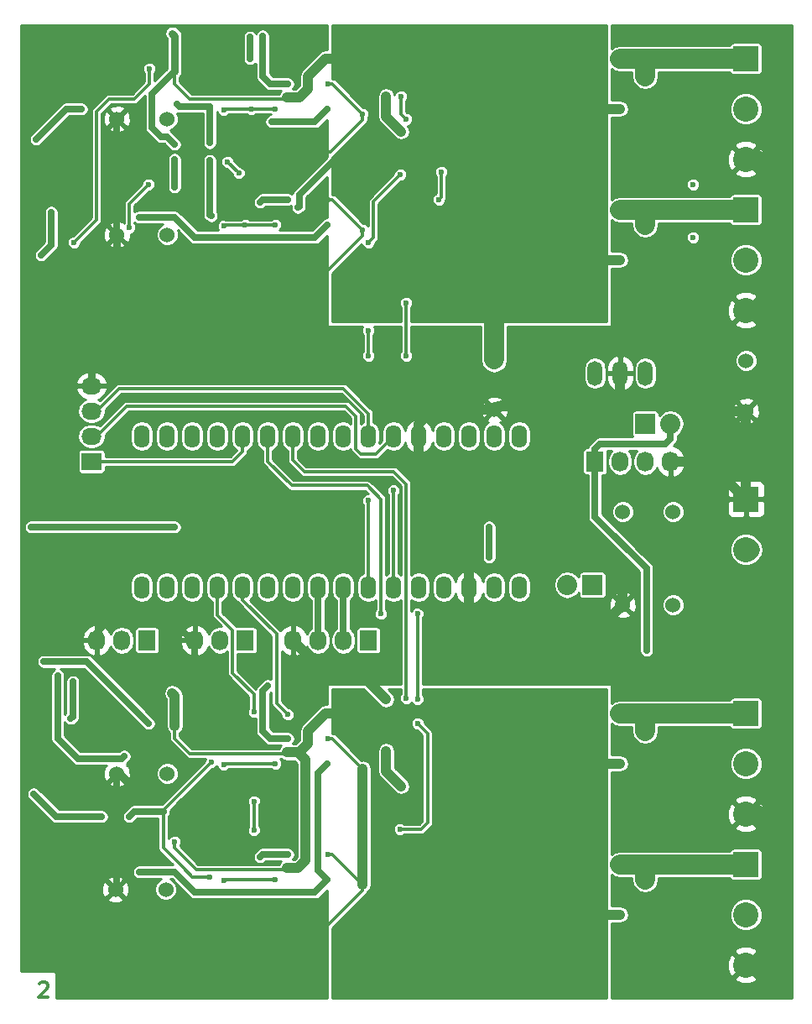
<source format=gbl>
G04 #@! TF.FileFunction,Copper,L2,Bot,Signal*
%FSLAX46Y46*%
G04 Gerber Fmt 4.6, Leading zero omitted, Abs format (unit mm)*
G04 Created by KiCad (PCBNEW 4.0.2-4+6225~38~ubuntu14.04.1-stable) date mån 18 apr 2016 22:23:25*
%MOMM*%
G01*
G04 APERTURE LIST*
%ADD10C,0.100000*%
%ADD11C,0.300000*%
%ADD12C,1.524000*%
%ADD13R,2.032000X2.032000*%
%ADD14O,2.032000X2.032000*%
%ADD15R,2.540000X2.540000*%
%ADD16C,2.540000*%
%ADD17O,1.600000X2.300000*%
%ADD18R,1.727200X2.032000*%
%ADD19O,1.727200X2.032000*%
%ADD20R,2.032000X1.727200*%
%ADD21O,2.032000X1.727200*%
%ADD22O,1.501140X2.499360*%
%ADD23C,0.600000*%
%ADD24C,1.000000*%
%ADD25C,0.700000*%
%ADD26C,0.800000*%
%ADD27C,2.000000*%
%ADD28C,0.254000*%
G04 APERTURE END LIST*
D10*
D11*
X119205429Y-161881429D02*
X119276858Y-161810000D01*
X119419715Y-161738571D01*
X119776858Y-161738571D01*
X119919715Y-161810000D01*
X119991144Y-161881429D01*
X120062572Y-162024286D01*
X120062572Y-162167143D01*
X119991144Y-162381429D01*
X119134001Y-163238571D01*
X120062572Y-163238571D01*
D12*
X178054000Y-123698000D03*
X183134000Y-123698000D03*
X178054000Y-114300000D03*
X183134000Y-114300000D03*
D13*
X180340000Y-105410000D03*
D14*
X182880000Y-105410000D03*
D13*
X175006000Y-121666000D03*
D14*
X172466000Y-121666000D03*
D15*
X190500000Y-68580000D03*
D16*
X190500000Y-73660000D03*
X190500000Y-78740000D03*
D15*
X190500000Y-83820000D03*
D16*
X190500000Y-88900000D03*
X190500000Y-93980000D03*
D15*
X190500000Y-134620000D03*
D16*
X190500000Y-139700000D03*
X190500000Y-144780000D03*
D17*
X129540000Y-121920000D03*
X132080000Y-121920000D03*
X134620000Y-121920000D03*
X137160000Y-121920000D03*
X139700000Y-121920000D03*
X142240000Y-121920000D03*
X144780000Y-121920000D03*
X147320000Y-121920000D03*
X149860000Y-121920000D03*
X152400000Y-121920000D03*
X154940000Y-121920000D03*
X157480000Y-121920000D03*
X160020000Y-121920000D03*
X162560000Y-121920000D03*
X165100000Y-121920000D03*
X167640000Y-121920000D03*
X167640000Y-106680000D03*
X165100000Y-106680000D03*
X162560000Y-106680000D03*
X160020000Y-106680000D03*
X157480000Y-106680000D03*
X154940000Y-106680000D03*
X152400000Y-106680000D03*
X149860000Y-106680000D03*
X147320000Y-106680000D03*
X144780000Y-106680000D03*
X142240000Y-106680000D03*
X139700000Y-106680000D03*
X137160000Y-106680000D03*
X134620000Y-106680000D03*
X132080000Y-106680000D03*
X129540000Y-106680000D03*
D15*
X190500000Y-149860000D03*
D16*
X190500000Y-154940000D03*
X190500000Y-160020000D03*
D18*
X152400000Y-127254000D03*
D19*
X149860000Y-127254000D03*
X147320000Y-127254000D03*
X144780000Y-127254000D03*
D18*
X130048000Y-127254000D03*
D19*
X127508000Y-127254000D03*
X124968000Y-127254000D03*
D18*
X139954000Y-127254000D03*
D19*
X137414000Y-127254000D03*
X134874000Y-127254000D03*
D20*
X124460000Y-109220000D03*
D21*
X124460000Y-106680000D03*
X124460000Y-104140000D03*
X124460000Y-101600000D03*
D18*
X175260000Y-109220000D03*
D19*
X177800000Y-109220000D03*
X180340000Y-109220000D03*
X182880000Y-109220000D03*
D22*
X177800000Y-100330000D03*
X175260000Y-100330000D03*
X180340000Y-100330000D03*
D12*
X132080000Y-74676000D03*
X127000000Y-74676000D03*
X132080000Y-86360000D03*
X127000000Y-86360000D03*
X132080000Y-140716000D03*
X127000000Y-140716000D03*
X131953000Y-152400000D03*
X126873000Y-152400000D03*
X165100000Y-98933000D03*
X165100000Y-104013000D03*
X190500000Y-99060000D03*
X190500000Y-104140000D03*
D15*
X190500000Y-113030000D03*
D16*
X190500000Y-118110000D03*
D23*
X185166000Y-86614000D03*
X185166000Y-81280000D03*
X177800000Y-77063600D03*
X177800000Y-92303600D03*
X177800000Y-158343600D03*
X177800000Y-143103600D03*
X133985000Y-144399000D03*
X131445000Y-142621000D03*
X154178000Y-133223000D03*
X134874000Y-127254000D03*
X134874000Y-131572000D03*
X140843000Y-131191000D03*
X142240000Y-128524000D03*
X155702000Y-141986000D03*
X177546000Y-119126000D03*
X172720000Y-103632000D03*
X187706000Y-103632000D03*
X127000000Y-86360000D03*
X154178000Y-72390000D03*
X155702000Y-75946000D03*
X148336000Y-82804000D03*
X151826000Y-85852000D03*
X151826000Y-74168000D03*
X148336000Y-71120000D03*
X154178000Y-138430000D03*
X148336000Y-137160000D03*
X151826000Y-140208000D03*
X148336000Y-148844000D03*
X151826000Y-151892000D03*
X127000000Y-152400000D03*
X133096000Y-73152000D03*
X123444000Y-73660000D03*
X118872000Y-76708000D03*
X118364000Y-115824000D03*
X164592000Y-118872000D03*
X164592000Y-115824000D03*
X132842000Y-115824000D03*
X131699000Y-144526000D03*
X128270000Y-145034000D03*
X125476000Y-145034000D03*
X118618000Y-142748000D03*
X136525000Y-139573000D03*
X136398000Y-151130000D03*
X136525000Y-84455000D03*
X136398000Y-73406000D03*
X136398000Y-78855998D03*
X136398000Y-77089000D03*
X172720000Y-154940000D03*
X172720000Y-156210000D03*
X171450000Y-156210000D03*
X170180000Y-156210000D03*
X168910000Y-156210000D03*
X167640000Y-156210000D03*
X166370000Y-156210000D03*
X165100000Y-156210000D03*
X165100000Y-157480000D03*
X166370000Y-157480000D03*
X167640000Y-157480000D03*
X168910000Y-157480000D03*
X170180000Y-157480000D03*
X171450000Y-157480000D03*
X172720000Y-157480000D03*
X172720000Y-158750000D03*
X171450000Y-158750000D03*
X170180000Y-158750000D03*
X168910000Y-158750000D03*
X167640000Y-158750000D03*
X166370000Y-158750000D03*
X165100000Y-158750000D03*
X165100000Y-160020000D03*
X166370000Y-160020000D03*
X167640000Y-160020000D03*
X168910000Y-160020000D03*
X170180000Y-160020000D03*
X171450000Y-160020000D03*
X172720000Y-160020000D03*
X166370000Y-149860000D03*
X167640000Y-149860000D03*
X165100000Y-149860000D03*
X168910000Y-149860000D03*
X170180000Y-149860000D03*
X171450000Y-149860000D03*
X172720000Y-149860000D03*
X172720000Y-151130000D03*
X171450000Y-151130000D03*
X170180000Y-151130000D03*
X169164000Y-151130000D03*
X167640000Y-151130000D03*
X166370000Y-151130000D03*
X165100000Y-151130000D03*
X165100000Y-152400000D03*
X166370000Y-152400000D03*
X167640000Y-152400000D03*
X168910000Y-152400000D03*
X170180000Y-152400000D03*
X171450000Y-152400000D03*
X172720000Y-152400000D03*
X172720000Y-153670000D03*
X171450000Y-153670000D03*
X170180000Y-153670000D03*
X169164000Y-153670000D03*
X167640000Y-153670000D03*
X166370000Y-153670000D03*
X165100000Y-153670000D03*
X165100000Y-154940000D03*
X166370000Y-154940000D03*
X167640000Y-154940000D03*
X172720000Y-140970000D03*
X172720000Y-139700000D03*
X171450000Y-139700000D03*
X170180000Y-139700000D03*
X171450000Y-140970000D03*
X170180000Y-140970000D03*
X168910000Y-140970000D03*
X167640000Y-140970000D03*
X166370000Y-140970000D03*
X165100000Y-140970000D03*
X165100000Y-142240000D03*
X166370000Y-142240000D03*
X167640000Y-142240000D03*
X169164000Y-142240000D03*
X170180000Y-142240000D03*
X171450000Y-142240000D03*
X172720000Y-142240000D03*
X172720000Y-143510000D03*
X171450000Y-143510000D03*
X170180000Y-143510000D03*
X168910000Y-143510000D03*
X167640000Y-143510000D03*
X166370000Y-143510000D03*
X165100000Y-143510000D03*
X165100000Y-144780000D03*
X166370000Y-144780000D03*
X167640000Y-144780000D03*
X169164000Y-144780000D03*
X170180000Y-144780000D03*
X171450000Y-144780000D03*
X172720000Y-144780000D03*
X166370000Y-134620000D03*
X167640000Y-134620000D03*
X165100000Y-134620000D03*
X168910000Y-134620000D03*
X170180000Y-134620000D03*
X171450000Y-134620000D03*
X172720000Y-134620000D03*
X172720000Y-135890000D03*
X171450000Y-135890000D03*
X170180000Y-135890000D03*
X168910000Y-135890000D03*
X167640000Y-135890000D03*
X166370000Y-135890000D03*
X165100000Y-135890000D03*
X165100000Y-137160000D03*
X166370000Y-137160000D03*
X167640000Y-137160000D03*
X168910000Y-137160000D03*
X170180000Y-137160000D03*
X171450000Y-137160000D03*
X172720000Y-137160000D03*
X172720000Y-138430000D03*
X171450000Y-138430000D03*
X170180000Y-138430000D03*
X168910000Y-138430000D03*
X167640000Y-138430000D03*
X166370000Y-138430000D03*
X165100000Y-138430000D03*
X165100000Y-139700000D03*
X166370000Y-139700000D03*
X167640000Y-139700000D03*
X167894000Y-90170000D03*
X166370000Y-90170000D03*
X165100000Y-91440000D03*
X166497000Y-91567000D03*
X167640000Y-91440000D03*
X168910000Y-91440000D03*
X170180000Y-91440000D03*
X171450000Y-91440000D03*
X172720000Y-91440000D03*
X172720000Y-93980000D03*
X172720000Y-92710000D03*
X171450000Y-92710000D03*
X171450000Y-93980000D03*
X170180000Y-93980000D03*
X170180000Y-92710000D03*
X168910000Y-92710000D03*
X168910000Y-93980000D03*
X167640000Y-93980000D03*
X167640000Y-92710000D03*
X166370000Y-92710000D03*
X166370000Y-93980000D03*
X165100000Y-93980000D03*
X165100000Y-92710000D03*
X165100000Y-90170000D03*
X168910000Y-90170000D03*
X170180000Y-90170000D03*
X170180000Y-88900000D03*
X171450000Y-88900000D03*
X171450000Y-90170000D03*
X172720000Y-90170000D03*
X172720000Y-88900000D03*
X165100000Y-83820000D03*
X166370000Y-83820000D03*
X167640000Y-83820000D03*
X168910000Y-83820000D03*
X170180000Y-83820000D03*
X171450000Y-83820000D03*
X172720000Y-83820000D03*
X172720000Y-85090000D03*
X171450000Y-85090000D03*
X170180000Y-85090000D03*
X169164000Y-85090000D03*
X167640000Y-85090000D03*
X166370000Y-85090000D03*
X165100000Y-85090000D03*
X165100000Y-86360000D03*
X166370000Y-86360000D03*
X167640000Y-86360000D03*
X168910000Y-86360000D03*
X170180000Y-86360000D03*
X171450000Y-86360000D03*
X172720000Y-86360000D03*
X172720000Y-87630000D03*
X171450000Y-87630000D03*
X170180000Y-87630000D03*
X169164000Y-87630000D03*
X167640000Y-87630000D03*
X166370000Y-87630000D03*
X165100000Y-87630000D03*
X165100000Y-88900000D03*
X167640000Y-88900000D03*
X166370000Y-88900000D03*
X170180000Y-78740000D03*
X171450000Y-78740000D03*
X172720000Y-78740000D03*
X172720000Y-73660000D03*
X171450000Y-73660000D03*
X170180000Y-73660000D03*
X172720000Y-74930000D03*
X171450000Y-74930000D03*
X170180000Y-74930000D03*
X169164000Y-74930000D03*
X167640000Y-74930000D03*
X166370000Y-74930000D03*
X165100000Y-74930000D03*
X165100000Y-76200000D03*
X166370000Y-76200000D03*
X167640000Y-76200000D03*
X168910000Y-76200000D03*
X170180000Y-76200000D03*
X171450000Y-76200000D03*
X172720000Y-76200000D03*
X172720000Y-77470000D03*
X171450000Y-77470000D03*
X170180000Y-77470000D03*
X169164000Y-77470000D03*
X167640000Y-77470000D03*
X166370000Y-77470000D03*
X165100000Y-77470000D03*
X165100000Y-78740000D03*
X166370000Y-78740000D03*
X167640000Y-78740000D03*
X168910000Y-78740000D03*
X165100000Y-71120000D03*
X166433500Y-71056500D03*
X167640000Y-71120000D03*
X168910000Y-71120000D03*
X170180000Y-71120000D03*
X171450000Y-71120000D03*
X172720000Y-71120000D03*
X172720000Y-72390000D03*
X171450000Y-72390000D03*
X170180000Y-72390000D03*
X168910000Y-72390000D03*
X167703500Y-72326500D03*
X166370000Y-72390000D03*
X165100000Y-72390000D03*
X165100000Y-73660000D03*
X166370000Y-73660000D03*
X167640000Y-73660000D03*
X165100000Y-68580000D03*
X166370000Y-68580000D03*
X167640000Y-68580000D03*
X168910000Y-68580000D03*
X170180000Y-68580000D03*
X171450000Y-68580000D03*
X172720000Y-68580000D03*
X172720000Y-69850000D03*
X171450000Y-69850000D03*
X170180000Y-69850000D03*
X168910000Y-69850000D03*
X167640000Y-69850000D03*
X166370000Y-69850000D03*
X165163500Y-69786500D03*
X132842000Y-147574000D03*
X144145000Y-150241000D03*
X144145000Y-72517000D03*
X145301024Y-83579024D03*
X132842000Y-77216000D03*
X132842000Y-78740000D03*
X169164000Y-154940000D03*
X177800000Y-154940000D03*
X177800000Y-139700000D03*
X169037000Y-139700000D03*
X144145000Y-138557000D03*
X132842000Y-135890000D03*
X132588000Y-132588000D03*
X132588000Y-66040000D03*
X169037000Y-73660000D03*
X132842000Y-69850000D03*
X177800000Y-73660000D03*
X177800000Y-88900000D03*
X169164000Y-88900000D03*
X132842000Y-81534000D03*
X148270000Y-139700000D03*
X148270000Y-151384000D03*
X129286000Y-150622000D03*
X180467000Y-128270000D03*
X122367000Y-135128000D03*
X122555000Y-131445000D03*
X142621000Y-74930000D03*
X140462000Y-68580000D03*
X140462000Y-66421000D03*
X148270000Y-73660000D03*
X120396000Y-84074000D03*
X119380000Y-88392000D03*
X148270000Y-85344000D03*
X129286000Y-84582000D03*
X130302000Y-69596000D03*
X122682000Y-87122000D03*
X130197860Y-81280000D03*
X128270000Y-85598000D03*
X130197860Y-135636000D03*
X119634000Y-129413000D03*
X121031000Y-130810000D03*
X127762000Y-138938000D03*
X179324000Y-68834000D03*
X177800000Y-68580000D03*
X180340000Y-70358000D03*
X180340000Y-85598000D03*
X179324000Y-83820000D03*
X177800000Y-83566000D03*
X180340000Y-136398000D03*
X177800000Y-134620000D03*
X179324000Y-134874000D03*
X140843000Y-143510000D03*
X140843000Y-146431000D03*
X140843000Y-134493000D03*
X137795000Y-151511000D03*
X143002000Y-151384000D03*
X144272000Y-134747000D03*
X143002000Y-139700000D03*
X137795000Y-139827000D03*
X139954000Y-85344000D03*
X152400000Y-113157000D03*
X143002000Y-85344000D03*
X137795000Y-85471000D03*
X140589000Y-73660000D03*
X154940000Y-112141000D03*
X139319000Y-80137000D03*
X138176000Y-78994000D03*
X137795000Y-73787000D03*
X143002000Y-73660000D03*
X155575000Y-146304000D03*
X157353000Y-135636000D03*
X157353000Y-133223000D03*
X157353000Y-124587000D03*
X153670000Y-124587000D03*
X156210000Y-133096000D03*
X155636000Y-80264000D03*
X152400000Y-98552000D03*
X152400000Y-96012000D03*
X152400000Y-87122000D03*
X155702000Y-72390000D03*
X156210000Y-74676000D03*
X159766000Y-80010000D03*
X159512000Y-82804000D03*
X156210000Y-93218000D03*
X156210000Y-98552000D03*
X177800000Y-149606000D03*
X179324000Y-149860000D03*
X180340000Y-151638000D03*
X141732000Y-66548000D03*
X144272000Y-71120000D03*
X141478000Y-83058000D03*
X144272000Y-82804000D03*
X142240000Y-131826000D03*
X144272000Y-137160000D03*
X144272000Y-148844000D03*
X141478000Y-149098000D03*
D24*
X177800000Y-77063600D02*
X177800000Y-76962000D01*
X177800000Y-92303600D02*
X177800000Y-92202000D01*
X177800000Y-158343600D02*
X177800000Y-158242000D01*
X177800000Y-143103600D02*
X177800000Y-143002000D01*
D25*
X127000000Y-140716000D02*
X127381000Y-140716000D01*
X127381000Y-140716000D02*
X129286000Y-142621000D01*
X129286000Y-142621000D02*
X131445000Y-142621000D01*
D24*
X154178000Y-133223000D02*
X152146000Y-131191000D01*
X152146000Y-131191000D02*
X148717000Y-131191000D01*
X148717000Y-131191000D02*
X144780000Y-127254000D01*
D25*
X134874000Y-127254000D02*
X134874000Y-131572000D01*
X140843000Y-131191000D02*
X142240000Y-129794000D01*
X142240000Y-129794000D02*
X142240000Y-128524000D01*
D24*
X151826000Y-140208000D02*
X151826000Y-151892000D01*
D26*
X124460000Y-101600000D02*
X124460000Y-91694000D01*
X127000000Y-89154000D02*
X127000000Y-86360000D01*
X124460000Y-91694000D02*
X127000000Y-89154000D01*
D25*
X134874000Y-127254000D02*
X134620000Y-127254000D01*
X134620000Y-127254000D02*
X132588000Y-125222000D01*
X132588000Y-125222000D02*
X126238000Y-125222000D01*
X126238000Y-125222000D02*
X124968000Y-126492000D01*
X124968000Y-126492000D02*
X124968000Y-127254000D01*
D27*
X192532000Y-160020000D02*
X190500000Y-160020000D01*
X194056000Y-158496000D02*
X192532000Y-160020000D01*
X194056000Y-147320000D02*
X194056000Y-158496000D01*
X191516000Y-144780000D02*
X194056000Y-147320000D01*
X190500000Y-144780000D02*
X191516000Y-144780000D01*
D24*
X155702000Y-141986000D02*
X154178000Y-140462000D01*
X154178000Y-140462000D02*
X154178000Y-138430000D01*
X157480000Y-106680000D02*
X157480000Y-105410000D01*
X158877000Y-104013000D02*
X165100000Y-104013000D01*
X157480000Y-105410000D02*
X158877000Y-104013000D01*
X162560000Y-121920000D02*
X162560000Y-124968000D01*
X162560000Y-124968000D02*
X163830000Y-126238000D01*
X163830000Y-126238000D02*
X175514000Y-126238000D01*
X175514000Y-126238000D02*
X178054000Y-123698000D01*
X162560000Y-121920000D02*
X162560000Y-114300000D01*
X157480000Y-109220000D02*
X157480000Y-106680000D01*
X162560000Y-114300000D02*
X157480000Y-109220000D01*
X178054000Y-123698000D02*
X178054000Y-119634000D01*
X178054000Y-119634000D02*
X177546000Y-119126000D01*
X190500000Y-104140000D02*
X190500000Y-113030000D01*
X182880000Y-109220000D02*
X186690000Y-109220000D01*
X186690000Y-109220000D02*
X190500000Y-113030000D01*
X172720000Y-103632000D02*
X165481000Y-103632000D01*
X165481000Y-103632000D02*
X165100000Y-104013000D01*
X176276000Y-103632000D02*
X187706000Y-103632000D01*
X177800000Y-102108000D02*
X177800000Y-100330000D01*
X176276000Y-103632000D02*
X177800000Y-102108000D01*
X172720000Y-103632000D02*
X176276000Y-103632000D01*
X188214000Y-104140000D02*
X190500000Y-104140000D01*
X187706000Y-103632000D02*
X188214000Y-104140000D01*
D25*
X127000000Y-86360000D02*
X127000000Y-74676000D01*
D24*
X154178000Y-74422000D02*
X154178000Y-72390000D01*
X155702000Y-75946000D02*
X154178000Y-74422000D01*
D27*
X190500000Y-78740000D02*
X191516000Y-78740000D01*
X191516000Y-78740000D02*
X194056000Y-81280000D01*
X194056000Y-81280000D02*
X194056000Y-92456000D01*
X194056000Y-92456000D02*
X192532000Y-93980000D01*
X192532000Y-93980000D02*
X190500000Y-93980000D01*
D11*
X151826000Y-85852000D02*
X148778000Y-82804000D01*
X148778000Y-82804000D02*
X148336000Y-82804000D01*
X151826000Y-86426000D02*
X147066000Y-91186000D01*
X147066000Y-91186000D02*
X131826000Y-91186000D01*
X131826000Y-91186000D02*
X127000000Y-86360000D01*
X151826000Y-85852000D02*
X151826000Y-86426000D01*
X151826000Y-74168000D02*
X151826000Y-74742000D01*
X151826000Y-74742000D02*
X148590000Y-77978000D01*
X148590000Y-77978000D02*
X130302000Y-77978000D01*
X130302000Y-77978000D02*
X127000000Y-74676000D01*
X148778000Y-71120000D02*
X148336000Y-71120000D01*
X151826000Y-74168000D02*
X148778000Y-71120000D01*
X151826000Y-140208000D02*
X148778000Y-137160000D01*
X148778000Y-137160000D02*
X148336000Y-137160000D01*
D25*
X127000000Y-152400000D02*
X127000000Y-140716000D01*
D11*
X151826000Y-151892000D02*
X148778000Y-148844000D01*
X148778000Y-148844000D02*
X148336000Y-148844000D01*
X131826000Y-157226000D02*
X127000000Y-152400000D01*
X151826000Y-151892000D02*
X151826000Y-152466000D01*
X151826000Y-152466000D02*
X147066000Y-157226000D01*
X147066000Y-157226000D02*
X131826000Y-157226000D01*
D25*
X133350000Y-73406000D02*
X136398000Y-73406000D01*
X133096000Y-73152000D02*
X133350000Y-73406000D01*
X121920000Y-73660000D02*
X123444000Y-73660000D01*
X118872000Y-76708000D02*
X121920000Y-73660000D01*
X164592000Y-118872000D02*
X164592000Y-115824000D01*
X132842000Y-115824000D02*
X118364000Y-115824000D01*
X128778000Y-144526000D02*
X131699000Y-144526000D01*
X128270000Y-145034000D02*
X128778000Y-144526000D01*
X120904000Y-145034000D02*
X125476000Y-145034000D01*
X118618000Y-142748000D02*
X120904000Y-145034000D01*
D11*
X131699000Y-144399000D02*
X136525000Y-139573000D01*
X131699000Y-148209000D02*
X131699000Y-144399000D01*
X134620000Y-151130000D02*
X133731000Y-150241000D01*
X133731000Y-150241000D02*
X131699000Y-148209000D01*
X136398000Y-151130000D02*
X134620000Y-151130000D01*
D25*
X136398000Y-84328000D02*
X136398000Y-78855998D01*
X136525000Y-84455000D02*
X136398000Y-84328000D01*
X136398000Y-73406000D02*
X136398000Y-77089000D01*
X136398000Y-78855998D02*
X136398000Y-78867000D01*
X172720000Y-154940000D02*
X172720000Y-156210000D01*
X171450000Y-156210000D02*
X170180000Y-156210000D01*
X168910000Y-156210000D02*
X167640000Y-156210000D01*
X166370000Y-156210000D02*
X165100000Y-156210000D01*
X165100000Y-157480000D02*
X166370000Y-157480000D01*
X167640000Y-157480000D02*
X168910000Y-157480000D01*
X170180000Y-157480000D02*
X171450000Y-157480000D01*
X172720000Y-157480000D02*
X172720000Y-158750000D01*
X171450000Y-158750000D02*
X170180000Y-158750000D01*
X168910000Y-158750000D02*
X167640000Y-158750000D01*
X166370000Y-158750000D02*
X165100000Y-158750000D01*
X165100000Y-160020000D02*
X166370000Y-160020000D01*
X167640000Y-160020000D02*
X168910000Y-160020000D01*
X170180000Y-160020000D02*
X171450000Y-160020000D01*
X166370000Y-149860000D02*
X167640000Y-149860000D01*
X168910000Y-149860000D02*
X170180000Y-149860000D01*
X171450000Y-149860000D02*
X172720000Y-149860000D01*
X172720000Y-151130000D02*
X171450000Y-151130000D01*
X170180000Y-151130000D02*
X169164000Y-151130000D01*
X167640000Y-151130000D02*
X166370000Y-151130000D01*
X165100000Y-151130000D02*
X165100000Y-152400000D01*
X166370000Y-152400000D02*
X167640000Y-152400000D01*
X168910000Y-152400000D02*
X170180000Y-152400000D01*
X171450000Y-152400000D02*
X172720000Y-152400000D01*
X172720000Y-153670000D02*
X171450000Y-153670000D01*
X170180000Y-153670000D02*
X169164000Y-153670000D01*
X167640000Y-153670000D02*
X166370000Y-153670000D01*
X165100000Y-153670000D02*
X165100000Y-154940000D01*
X166370000Y-154940000D02*
X167640000Y-154940000D01*
X172720000Y-139700000D02*
X171450000Y-139700000D01*
X172720000Y-139700000D02*
X172720000Y-140970000D01*
X171450000Y-140970000D02*
X170180000Y-140970000D01*
X168910000Y-140970000D02*
X167640000Y-140970000D01*
X166370000Y-140970000D02*
X165100000Y-140970000D01*
X165100000Y-142240000D02*
X166370000Y-142240000D01*
X167640000Y-142240000D02*
X169164000Y-142240000D01*
X170180000Y-142240000D02*
X171450000Y-142240000D01*
X172720000Y-142240000D02*
X172720000Y-143510000D01*
X171450000Y-143510000D02*
X170180000Y-143510000D01*
X168910000Y-143510000D02*
X167640000Y-143510000D01*
X166370000Y-143510000D02*
X165100000Y-143510000D01*
X165100000Y-144780000D02*
X166370000Y-144780000D01*
X167640000Y-144780000D02*
X169164000Y-144780000D01*
X170180000Y-144780000D02*
X171450000Y-144780000D01*
X166370000Y-134620000D02*
X167640000Y-134620000D01*
X168910000Y-134620000D02*
X170180000Y-134620000D01*
X171450000Y-134620000D02*
X172720000Y-134620000D01*
X172720000Y-135890000D02*
X171450000Y-135890000D01*
X170180000Y-135890000D02*
X168910000Y-135890000D01*
X167640000Y-135890000D02*
X166370000Y-135890000D01*
X165100000Y-135890000D02*
X165100000Y-137160000D01*
X166370000Y-137160000D02*
X167640000Y-137160000D01*
X168910000Y-137160000D02*
X170180000Y-137160000D01*
X171450000Y-137160000D02*
X172720000Y-137160000D01*
X172720000Y-138430000D02*
X171450000Y-138430000D01*
X170180000Y-138430000D02*
X168910000Y-138430000D01*
X167640000Y-138430000D02*
X166370000Y-138430000D01*
X165100000Y-138430000D02*
X165100000Y-139700000D01*
X166370000Y-139700000D02*
X167640000Y-139700000D01*
X167640000Y-90424000D02*
X167640000Y-91440000D01*
X167894000Y-90170000D02*
X167640000Y-90424000D01*
X167132000Y-90932000D02*
X166370000Y-90170000D01*
X165100000Y-91440000D02*
X165227000Y-91567000D01*
X165227000Y-91567000D02*
X166497000Y-91567000D01*
X167640000Y-91440000D02*
X168910000Y-91440000D01*
X170180000Y-91440000D02*
X171450000Y-91440000D01*
X172720000Y-91440000D02*
X172720000Y-93980000D01*
X172720000Y-92710000D02*
X171450000Y-92710000D01*
X171450000Y-93980000D02*
X170180000Y-93980000D01*
X170180000Y-92710000D02*
X168910000Y-92710000D01*
X168910000Y-93980000D02*
X167640000Y-93980000D01*
X167640000Y-92710000D02*
X166370000Y-92710000D01*
X166370000Y-93980000D02*
X165100000Y-93980000D01*
X165100000Y-92710000D02*
X165100000Y-92964000D01*
X168910000Y-90170000D02*
X170180000Y-90170000D01*
X170180000Y-88900000D02*
X171450000Y-88900000D01*
X171450000Y-90170000D02*
X172720000Y-90170000D01*
X165100000Y-83820000D02*
X166370000Y-83820000D01*
X168910000Y-83820000D02*
X170180000Y-83820000D01*
X171450000Y-83820000D02*
X172720000Y-83820000D01*
X172720000Y-85090000D02*
X171450000Y-85090000D01*
X170180000Y-85090000D02*
X169164000Y-85090000D01*
X167640000Y-85090000D02*
X166370000Y-85090000D01*
X165100000Y-85090000D02*
X165100000Y-86360000D01*
X166370000Y-86360000D02*
X167640000Y-86360000D01*
X168910000Y-86360000D02*
X170180000Y-86360000D01*
X171450000Y-86360000D02*
X172720000Y-86360000D01*
X172720000Y-87630000D02*
X171450000Y-87630000D01*
X170180000Y-87630000D02*
X169164000Y-87630000D01*
X167640000Y-87630000D02*
X166370000Y-87630000D01*
X165100000Y-87630000D02*
X165100000Y-88900000D01*
X166370000Y-88900000D02*
X167640000Y-88900000D01*
X170180000Y-78740000D02*
X171450000Y-78740000D01*
X169037000Y-73660000D02*
X170180000Y-73660000D01*
X171450000Y-73660000D02*
X172720000Y-73660000D01*
X172720000Y-74930000D02*
X171450000Y-74930000D01*
X170180000Y-74930000D02*
X169164000Y-74930000D01*
X167640000Y-74930000D02*
X166370000Y-74930000D01*
X165100000Y-74930000D02*
X165100000Y-76200000D01*
X166370000Y-76200000D02*
X167640000Y-76200000D01*
X168910000Y-76200000D02*
X170180000Y-76200000D01*
X171450000Y-76200000D02*
X172720000Y-76200000D01*
X172720000Y-77470000D02*
X171450000Y-77470000D01*
X170180000Y-77470000D02*
X169164000Y-77470000D01*
X167640000Y-77470000D02*
X166370000Y-77470000D01*
X165100000Y-77470000D02*
X165100000Y-78740000D01*
X166370000Y-78740000D02*
X167640000Y-78740000D01*
X168910000Y-78740000D02*
X169164000Y-78740000D01*
X166433500Y-71056500D02*
X166497000Y-71120000D01*
X166497000Y-71120000D02*
X167640000Y-71120000D01*
X168910000Y-71120000D02*
X170180000Y-71120000D01*
X171450000Y-71120000D02*
X172720000Y-71120000D01*
X172720000Y-72390000D02*
X171450000Y-72390000D01*
X170180000Y-72390000D02*
X168910000Y-72390000D01*
X167703500Y-72326500D02*
X167640000Y-72390000D01*
X167640000Y-72390000D02*
X166370000Y-72390000D01*
X165100000Y-72390000D02*
X165100000Y-73660000D01*
X166370000Y-73660000D02*
X167640000Y-73660000D01*
X165100000Y-68580000D02*
X166370000Y-68580000D01*
X167640000Y-68580000D02*
X168910000Y-68580000D01*
X170180000Y-68580000D02*
X171450000Y-68580000D01*
X172720000Y-68580000D02*
X172720000Y-69850000D01*
X171450000Y-69850000D02*
X170180000Y-69850000D01*
X168910000Y-69850000D02*
X167640000Y-69850000D01*
X166370000Y-69850000D02*
X166306500Y-69786500D01*
X166306500Y-69786500D02*
X165163500Y-69786500D01*
D27*
X190500000Y-118110000D02*
X190881000Y-118110000D01*
X171196000Y-86868000D02*
X169164000Y-88900000D01*
D24*
X144526000Y-138557000D02*
X145288000Y-138557000D01*
D11*
X144018000Y-150368000D02*
X144145000Y-150241000D01*
X144018000Y-150368000D02*
X135001000Y-150368000D01*
X135001000Y-150368000D02*
X132842000Y-148209000D01*
X132842000Y-148209000D02*
X132842000Y-147574000D01*
D24*
X145288000Y-150241000D02*
X144145000Y-150241000D01*
X146050000Y-149479000D02*
X145288000Y-150241000D01*
X146050000Y-139319000D02*
X146050000Y-149479000D01*
X145288000Y-138557000D02*
X146050000Y-139319000D01*
X144145000Y-72517000D02*
X145415000Y-72517000D01*
D11*
X144018000Y-72644000D02*
X144145000Y-72517000D01*
X144018000Y-72644000D02*
X134366000Y-72644000D01*
X134366000Y-72644000D02*
X132842000Y-71120000D01*
X132842000Y-71120000D02*
X132842000Y-69850000D01*
D24*
X148082000Y-68580000D02*
X152781000Y-68580000D01*
X146304000Y-70358000D02*
X148082000Y-68580000D01*
X146304000Y-71628000D02*
X146304000Y-70358000D01*
X145415000Y-72517000D02*
X146304000Y-71628000D01*
D25*
X145301024Y-83579024D02*
X145415000Y-83465048D01*
X145415000Y-83465048D02*
X145415000Y-82296000D01*
X145415000Y-82296000D02*
X152781000Y-74930000D01*
X152781000Y-74930000D02*
X152781000Y-68580000D01*
D27*
X165100000Y-98933000D02*
X165100000Y-92964000D01*
X165100000Y-92964000D02*
X167132000Y-90932000D01*
X167132000Y-90932000D02*
X169164000Y-88900000D01*
D25*
X132842000Y-81534000D02*
X132842000Y-78740000D01*
X130556000Y-72136000D02*
X132842000Y-69850000D01*
X130556000Y-75565000D02*
X130556000Y-72136000D01*
X131445000Y-76454000D02*
X130556000Y-75565000D01*
X132080000Y-76454000D02*
X131445000Y-76454000D01*
X132842000Y-77216000D02*
X132080000Y-76454000D01*
D27*
X169164000Y-154940000D02*
X169164000Y-154940000D01*
D24*
X169672000Y-154940000D02*
X169164000Y-154940000D01*
X169164000Y-154940000D02*
X169672000Y-154940000D01*
X177800000Y-154940000D02*
X169164000Y-154940000D01*
X169037000Y-139700000D02*
X170180000Y-139700000D01*
X170180000Y-139700000D02*
X177800000Y-139700000D01*
D27*
X169164000Y-154940000D02*
X169164000Y-146812000D01*
X169164000Y-146812000D02*
X169164000Y-139827000D01*
X169164000Y-139827000D02*
X169037000Y-139700000D01*
D24*
X145415000Y-138557000D02*
X146304000Y-137668000D01*
X146304000Y-137668000D02*
X146304000Y-136398000D01*
X146304000Y-136398000D02*
X148082000Y-134620000D01*
X148082000Y-134620000D02*
X157861000Y-134620000D01*
X157861000Y-134620000D02*
X159766000Y-135763000D01*
X159766000Y-135763000D02*
X165100000Y-135763000D01*
X165100000Y-135763000D02*
X169037000Y-139700000D01*
D11*
X132842000Y-137160000D02*
X132842000Y-135890000D01*
X134366000Y-138684000D02*
X132842000Y-137160000D01*
X144018000Y-138684000D02*
X134366000Y-138684000D01*
X144018000Y-138684000D02*
X144145000Y-138557000D01*
D24*
X144145000Y-138557000D02*
X144526000Y-138557000D01*
X144526000Y-138557000D02*
X145415000Y-138557000D01*
X132588000Y-132588000D02*
X132842000Y-132842000D01*
X132842000Y-132842000D02*
X132842000Y-135890000D01*
D26*
X132588000Y-66040000D02*
X132842000Y-66294000D01*
X132842000Y-66294000D02*
X132842000Y-69850000D01*
D24*
X152781000Y-68580000D02*
X163957000Y-68580000D01*
X163957000Y-68580000D02*
X165163500Y-69786500D01*
D27*
X169164000Y-88900000D02*
X169164000Y-73787000D01*
X169164000Y-73787000D02*
X169037000Y-73660000D01*
D24*
X169037000Y-73660000D02*
X177800000Y-73660000D01*
X177800000Y-88900000D02*
X172720000Y-88900000D01*
X172720000Y-88900000D02*
X169164000Y-88900000D01*
X169164000Y-88900000D02*
X169672000Y-88900000D01*
X169672000Y-88900000D02*
X169164000Y-88900000D01*
D27*
X169164000Y-88900000D02*
X169164000Y-88900000D01*
D25*
X132842000Y-150622000D02*
X129286000Y-150622000D01*
X134874000Y-152654000D02*
X132842000Y-150622000D01*
X147000000Y-152654000D02*
X134874000Y-152654000D01*
X147000000Y-152654000D02*
X148270000Y-151384000D01*
X147320000Y-150434000D02*
X148270000Y-151384000D01*
X147320000Y-140650000D02*
X147320000Y-150434000D01*
X147320000Y-140650000D02*
X148270000Y-139700000D01*
X175260000Y-109220000D02*
X175260000Y-114808000D01*
X180467000Y-120015000D02*
X180467000Y-128270000D01*
X175260000Y-114808000D02*
X180467000Y-120015000D01*
X122555000Y-134940000D02*
X122555000Y-131445000D01*
X122367000Y-135128000D02*
X122555000Y-134940000D01*
X148270000Y-73660000D02*
X147000000Y-74930000D01*
X147000000Y-74930000D02*
X142621000Y-74930000D01*
X140462000Y-68580000D02*
X140462000Y-66421000D01*
X120396000Y-87376000D02*
X120396000Y-84074000D01*
X119380000Y-88392000D02*
X120396000Y-87376000D01*
X147000000Y-86614000D02*
X148270000Y-85344000D01*
X147000000Y-86614000D02*
X134874000Y-86614000D01*
X134874000Y-86614000D02*
X132842000Y-84582000D01*
X132842000Y-84582000D02*
X129286000Y-84582000D01*
X182880000Y-105410000D02*
X182880000Y-106934000D01*
X175260000Y-107950000D02*
X175260000Y-109220000D01*
X175768000Y-107442000D02*
X175260000Y-107950000D01*
X182372000Y-107442000D02*
X175768000Y-107442000D01*
X182880000Y-106934000D02*
X182372000Y-107442000D01*
D11*
X130302000Y-71120000D02*
X130302000Y-69596000D01*
X128778000Y-72644000D02*
X130302000Y-71120000D01*
X126238000Y-72644000D02*
X128778000Y-72644000D01*
X124968000Y-73914000D02*
X126238000Y-72644000D01*
X124968000Y-84836000D02*
X124968000Y-73914000D01*
X122682000Y-87122000D02*
X124968000Y-84836000D01*
X128270000Y-83207860D02*
X128270000Y-85598000D01*
X130197860Y-81280000D02*
X128270000Y-83207860D01*
D25*
X123974860Y-129413000D02*
X119634000Y-129413000D01*
X130197860Y-135636000D02*
X123974860Y-129413000D01*
X121031000Y-137160000D02*
X121031000Y-130810000D01*
X123063000Y-139192000D02*
X121031000Y-137160000D01*
X127508000Y-139192000D02*
X123063000Y-139192000D01*
X127762000Y-138938000D02*
X127508000Y-139192000D01*
D24*
X179324000Y-68834000D02*
X179324000Y-68580000D01*
X179324000Y-68580000D02*
X179324000Y-68834000D01*
X179324000Y-68834000D02*
X179324000Y-68580000D01*
D27*
X180340000Y-70358000D02*
X180340000Y-68580000D01*
X190500000Y-68580000D02*
X180340000Y-68580000D01*
X180340000Y-68580000D02*
X179324000Y-68580000D01*
X179324000Y-68580000D02*
X177800000Y-68580000D01*
X180340000Y-85344000D02*
X180340000Y-84328000D01*
D24*
X180340000Y-85598000D02*
X180340000Y-85344000D01*
X177800000Y-83566000D02*
X177800000Y-83820000D01*
X177800000Y-83820000D02*
X177800000Y-83566000D01*
X177800000Y-83566000D02*
X177800000Y-83820000D01*
D27*
X180340000Y-83820000D02*
X180340000Y-84328000D01*
X190500000Y-83820000D02*
X180340000Y-83820000D01*
X180340000Y-83820000D02*
X179324000Y-83820000D01*
X179324000Y-83820000D02*
X177800000Y-83820000D01*
X179324000Y-134620000D02*
X177800000Y-134620000D01*
X180340000Y-134620000D02*
X179324000Y-134620000D01*
X190500000Y-134620000D02*
X180340000Y-134620000D01*
X180340000Y-136398000D02*
X180340000Y-134620000D01*
D24*
X179324000Y-134874000D02*
X179324000Y-134620000D01*
X179324000Y-134620000D02*
X179324000Y-134874000D01*
X179324000Y-134874000D02*
X179324000Y-134620000D01*
D11*
X140843000Y-146431000D02*
X140843000Y-143510000D01*
X137160000Y-121920000D02*
X137160000Y-124714000D01*
X137160000Y-124714000D02*
X138684000Y-126238000D01*
X138684000Y-126238000D02*
X138684000Y-130556000D01*
X138684000Y-130556000D02*
X140843000Y-132715000D01*
X140843000Y-132715000D02*
X140843000Y-134493000D01*
X137922000Y-151384000D02*
X143002000Y-151384000D01*
X137922000Y-151384000D02*
X137795000Y-151511000D01*
X139700000Y-121920000D02*
X139700000Y-123190000D01*
X143129000Y-133604000D02*
X144272000Y-134747000D01*
X143129000Y-126619000D02*
X143129000Y-133604000D01*
X139700000Y-123190000D02*
X143129000Y-126619000D01*
X137922000Y-139700000D02*
X137795000Y-139827000D01*
X137922000Y-139700000D02*
X143002000Y-139700000D01*
D25*
X144780000Y-121920000D02*
X144780000Y-122682000D01*
X147320000Y-121920000D02*
X147320000Y-127254000D01*
X149860000Y-121920000D02*
X149860000Y-127254000D01*
D11*
X152400000Y-121920000D02*
X152400000Y-113157000D01*
X137922000Y-85344000D02*
X137795000Y-85471000D01*
X137922000Y-85344000D02*
X139954000Y-85344000D01*
X139954000Y-85344000D02*
X143002000Y-85344000D01*
X154940000Y-121920000D02*
X154940000Y-112141000D01*
X138176000Y-78994000D02*
X139319000Y-80137000D01*
X137922000Y-73660000D02*
X140589000Y-73660000D01*
X140589000Y-73660000D02*
X143002000Y-73660000D01*
X137922000Y-73660000D02*
X137795000Y-73787000D01*
X124460000Y-109220000D02*
X138684000Y-109220000D01*
X139700000Y-108204000D02*
X139700000Y-106680000D01*
X138684000Y-109220000D02*
X139700000Y-108204000D01*
X142240000Y-106680000D02*
X142240000Y-109220000D01*
X157734000Y-146304000D02*
X155575000Y-146304000D01*
X158369000Y-145669000D02*
X157734000Y-146304000D01*
X158369000Y-136652000D02*
X158369000Y-145669000D01*
X157353000Y-135636000D02*
X158369000Y-136652000D01*
X157353000Y-124587000D02*
X157353000Y-133223000D01*
X153670000Y-113030000D02*
X153670000Y-124587000D01*
X152273000Y-111633000D02*
X153670000Y-113030000D01*
X144653000Y-111633000D02*
X152273000Y-111633000D01*
X142240000Y-109220000D02*
X144653000Y-111633000D01*
X156210000Y-133096000D02*
X156210000Y-116586000D01*
X156210000Y-116586000D02*
X156210000Y-111506000D01*
X156210000Y-111506000D02*
X154940000Y-110236000D01*
X154940000Y-110236000D02*
X145923000Y-110236000D01*
X145923000Y-110236000D02*
X144780000Y-109093000D01*
X144780000Y-109093000D02*
X144780000Y-106680000D01*
X152400000Y-96012000D02*
X152400000Y-98552000D01*
X152908000Y-86614000D02*
X152400000Y-87122000D01*
X152908000Y-82992000D02*
X152908000Y-86614000D01*
X152908000Y-82992000D02*
X155636000Y-80264000D01*
X155702000Y-74168000D02*
X155702000Y-72390000D01*
X156210000Y-74676000D02*
X155702000Y-74168000D01*
X159766000Y-82550000D02*
X159766000Y-80010000D01*
X159512000Y-82804000D02*
X159766000Y-82550000D01*
X156210000Y-98552000D02*
X156210000Y-93218000D01*
X124460000Y-104140000D02*
X124968000Y-104140000D01*
X124968000Y-104140000D02*
X127254000Y-101854000D01*
X152400000Y-104394000D02*
X152400000Y-106680000D01*
X149860000Y-101854000D02*
X152400000Y-104394000D01*
X127254000Y-101854000D02*
X149860000Y-101854000D01*
X124460000Y-106680000D02*
X124968000Y-106680000D01*
X124968000Y-106680000D02*
X128016000Y-103632000D01*
X153162000Y-108458000D02*
X154940000Y-106680000D01*
X151638000Y-108458000D02*
X153162000Y-108458000D01*
X151130000Y-107950000D02*
X151638000Y-108458000D01*
X151130000Y-104648000D02*
X151130000Y-107950000D01*
X150114000Y-103632000D02*
X151130000Y-104648000D01*
X128016000Y-103632000D02*
X150114000Y-103632000D01*
D27*
X179324000Y-149860000D02*
X177800000Y-149860000D01*
X180340000Y-149860000D02*
X179324000Y-149860000D01*
X190500000Y-149860000D02*
X180340000Y-149860000D01*
X180340000Y-149860000D02*
X180340000Y-150368000D01*
D24*
X177800000Y-149606000D02*
X177800000Y-149860000D01*
X177800000Y-149860000D02*
X177800000Y-149606000D01*
X177800000Y-149606000D02*
X177800000Y-149860000D01*
X180340000Y-151638000D02*
X180340000Y-151384000D01*
D27*
X180340000Y-151384000D02*
X180340000Y-150368000D01*
D25*
X141732000Y-66548000D02*
X141732000Y-66294000D01*
X141732000Y-66294000D02*
X141732000Y-70358000D01*
X141732000Y-70358000D02*
X142494000Y-71120000D01*
X142494000Y-71120000D02*
X144272000Y-71120000D01*
X141478000Y-83058000D02*
X141732000Y-82804000D01*
X141732000Y-82804000D02*
X144272000Y-82804000D01*
X141732000Y-132334000D02*
X141732000Y-136398000D01*
X142240000Y-131826000D02*
X141732000Y-132334000D01*
X141732000Y-136398000D02*
X142494000Y-137160000D01*
X142494000Y-137160000D02*
X144272000Y-137160000D01*
X141732000Y-148844000D02*
X144272000Y-148844000D01*
X141478000Y-149098000D02*
X141732000Y-148844000D01*
D28*
G36*
X176403000Y-95123000D02*
X156741000Y-95123000D01*
X156741000Y-93650166D01*
X156786987Y-93604259D01*
X156890882Y-93354054D01*
X156891118Y-93083135D01*
X156787661Y-92832748D01*
X156596259Y-92641013D01*
X156346054Y-92537118D01*
X156075135Y-92536882D01*
X155824748Y-92640339D01*
X155633013Y-92831741D01*
X155529118Y-93081946D01*
X155528882Y-93352865D01*
X155632339Y-93603252D01*
X155679000Y-93649994D01*
X155679000Y-95123000D01*
X148717000Y-95123000D01*
X148717000Y-90285948D01*
X151726835Y-87276112D01*
X151822339Y-87507252D01*
X152013741Y-87698987D01*
X152263946Y-87802882D01*
X152534865Y-87803118D01*
X152785252Y-87699661D01*
X152976987Y-87508259D01*
X153080882Y-87258054D01*
X153080940Y-87192008D01*
X153283471Y-86989476D01*
X153283474Y-86989474D01*
X153398580Y-86817205D01*
X153439000Y-86614000D01*
X153439000Y-83211948D01*
X153712082Y-82938865D01*
X158830882Y-82938865D01*
X158934339Y-83189252D01*
X159125741Y-83380987D01*
X159375946Y-83484882D01*
X159646865Y-83485118D01*
X159897252Y-83381661D01*
X160088987Y-83190259D01*
X160192882Y-82940054D01*
X160192962Y-82848417D01*
X160256580Y-82753205D01*
X160297000Y-82550000D01*
X160297000Y-80442166D01*
X160342987Y-80396259D01*
X160446882Y-80146054D01*
X160447118Y-79875135D01*
X160343661Y-79624748D01*
X160152259Y-79433013D01*
X159902054Y-79329118D01*
X159631135Y-79328882D01*
X159380748Y-79432339D01*
X159189013Y-79623741D01*
X159085118Y-79873946D01*
X159084882Y-80144865D01*
X159188339Y-80395252D01*
X159235000Y-80441994D01*
X159235000Y-82181611D01*
X159126748Y-82226339D01*
X158935013Y-82417741D01*
X158831118Y-82667946D01*
X158830882Y-82938865D01*
X153712082Y-82938865D01*
X155705886Y-80945061D01*
X155770865Y-80945118D01*
X156021252Y-80841661D01*
X156212987Y-80650259D01*
X156316882Y-80400054D01*
X156317118Y-80129135D01*
X156213661Y-79878748D01*
X156022259Y-79687013D01*
X155772054Y-79583118D01*
X155501135Y-79582882D01*
X155250748Y-79686339D01*
X155059013Y-79877741D01*
X154955118Y-80127946D01*
X154955060Y-80193992D01*
X152532526Y-82616526D01*
X152417420Y-82788795D01*
X152377000Y-82992000D01*
X152377000Y-85440041D01*
X152212259Y-85275013D01*
X151962054Y-85171118D01*
X151896008Y-85171060D01*
X149153474Y-82428526D01*
X148981205Y-82313420D01*
X148778000Y-82273000D01*
X148768166Y-82273000D01*
X148722259Y-82227013D01*
X148717000Y-82224829D01*
X148717000Y-78483738D01*
X148793205Y-78468580D01*
X148965474Y-78353474D01*
X152201474Y-75117474D01*
X152316580Y-74945205D01*
X152357000Y-74742000D01*
X152357000Y-74600166D01*
X152402987Y-74554259D01*
X152506882Y-74304054D01*
X152507118Y-74033135D01*
X152403661Y-73782748D01*
X152212259Y-73591013D01*
X151962054Y-73487118D01*
X151896008Y-73487060D01*
X150798948Y-72390000D01*
X153297000Y-72390000D01*
X153297000Y-74422000D01*
X153364062Y-74759144D01*
X153555039Y-75044961D01*
X155079039Y-76568961D01*
X155364855Y-76759938D01*
X155702000Y-76827000D01*
X156039144Y-76759938D01*
X156324961Y-76568961D01*
X156515938Y-76283144D01*
X156583000Y-75946000D01*
X156515938Y-75608855D01*
X156347112Y-75356190D01*
X156595252Y-75253661D01*
X156786987Y-75062259D01*
X156890882Y-74812054D01*
X156891118Y-74541135D01*
X156787661Y-74290748D01*
X156596259Y-74099013D01*
X156346054Y-73995118D01*
X156280008Y-73995060D01*
X156233000Y-73948052D01*
X156233000Y-72822166D01*
X156278987Y-72776259D01*
X156382882Y-72526054D01*
X156383118Y-72255135D01*
X156279661Y-72004748D01*
X156088259Y-71813013D01*
X155838054Y-71709118D01*
X155567135Y-71708882D01*
X155316748Y-71812339D01*
X155125013Y-72003741D01*
X155028433Y-72236329D01*
X154991938Y-72052856D01*
X154800961Y-71767039D01*
X154515144Y-71576062D01*
X154178000Y-71509000D01*
X153840856Y-71576062D01*
X153555039Y-71767039D01*
X153364062Y-72052856D01*
X153297000Y-72390000D01*
X150798948Y-72390000D01*
X149153474Y-70744526D01*
X148981205Y-70629420D01*
X148778000Y-70589000D01*
X148768166Y-70589000D01*
X148722259Y-70543013D01*
X148717000Y-70540829D01*
X148717000Y-65226000D01*
X176403000Y-65226000D01*
X176403000Y-95123000D01*
X176403000Y-95123000D01*
G37*
X176403000Y-95123000D02*
X156741000Y-95123000D01*
X156741000Y-93650166D01*
X156786987Y-93604259D01*
X156890882Y-93354054D01*
X156891118Y-93083135D01*
X156787661Y-92832748D01*
X156596259Y-92641013D01*
X156346054Y-92537118D01*
X156075135Y-92536882D01*
X155824748Y-92640339D01*
X155633013Y-92831741D01*
X155529118Y-93081946D01*
X155528882Y-93352865D01*
X155632339Y-93603252D01*
X155679000Y-93649994D01*
X155679000Y-95123000D01*
X148717000Y-95123000D01*
X148717000Y-90285948D01*
X151726835Y-87276112D01*
X151822339Y-87507252D01*
X152013741Y-87698987D01*
X152263946Y-87802882D01*
X152534865Y-87803118D01*
X152785252Y-87699661D01*
X152976987Y-87508259D01*
X153080882Y-87258054D01*
X153080940Y-87192008D01*
X153283471Y-86989476D01*
X153283474Y-86989474D01*
X153398580Y-86817205D01*
X153439000Y-86614000D01*
X153439000Y-83211948D01*
X153712082Y-82938865D01*
X158830882Y-82938865D01*
X158934339Y-83189252D01*
X159125741Y-83380987D01*
X159375946Y-83484882D01*
X159646865Y-83485118D01*
X159897252Y-83381661D01*
X160088987Y-83190259D01*
X160192882Y-82940054D01*
X160192962Y-82848417D01*
X160256580Y-82753205D01*
X160297000Y-82550000D01*
X160297000Y-80442166D01*
X160342987Y-80396259D01*
X160446882Y-80146054D01*
X160447118Y-79875135D01*
X160343661Y-79624748D01*
X160152259Y-79433013D01*
X159902054Y-79329118D01*
X159631135Y-79328882D01*
X159380748Y-79432339D01*
X159189013Y-79623741D01*
X159085118Y-79873946D01*
X159084882Y-80144865D01*
X159188339Y-80395252D01*
X159235000Y-80441994D01*
X159235000Y-82181611D01*
X159126748Y-82226339D01*
X158935013Y-82417741D01*
X158831118Y-82667946D01*
X158830882Y-82938865D01*
X153712082Y-82938865D01*
X155705886Y-80945061D01*
X155770865Y-80945118D01*
X156021252Y-80841661D01*
X156212987Y-80650259D01*
X156316882Y-80400054D01*
X156317118Y-80129135D01*
X156213661Y-79878748D01*
X156022259Y-79687013D01*
X155772054Y-79583118D01*
X155501135Y-79582882D01*
X155250748Y-79686339D01*
X155059013Y-79877741D01*
X154955118Y-80127946D01*
X154955060Y-80193992D01*
X152532526Y-82616526D01*
X152417420Y-82788795D01*
X152377000Y-82992000D01*
X152377000Y-85440041D01*
X152212259Y-85275013D01*
X151962054Y-85171118D01*
X151896008Y-85171060D01*
X149153474Y-82428526D01*
X148981205Y-82313420D01*
X148778000Y-82273000D01*
X148768166Y-82273000D01*
X148722259Y-82227013D01*
X148717000Y-82224829D01*
X148717000Y-78483738D01*
X148793205Y-78468580D01*
X148965474Y-78353474D01*
X152201474Y-75117474D01*
X152316580Y-74945205D01*
X152357000Y-74742000D01*
X152357000Y-74600166D01*
X152402987Y-74554259D01*
X152506882Y-74304054D01*
X152507118Y-74033135D01*
X152403661Y-73782748D01*
X152212259Y-73591013D01*
X151962054Y-73487118D01*
X151896008Y-73487060D01*
X150798948Y-72390000D01*
X153297000Y-72390000D01*
X153297000Y-74422000D01*
X153364062Y-74759144D01*
X153555039Y-75044961D01*
X155079039Y-76568961D01*
X155364855Y-76759938D01*
X155702000Y-76827000D01*
X156039144Y-76759938D01*
X156324961Y-76568961D01*
X156515938Y-76283144D01*
X156583000Y-75946000D01*
X156515938Y-75608855D01*
X156347112Y-75356190D01*
X156595252Y-75253661D01*
X156786987Y-75062259D01*
X156890882Y-74812054D01*
X156891118Y-74541135D01*
X156787661Y-74290748D01*
X156596259Y-74099013D01*
X156346054Y-73995118D01*
X156280008Y-73995060D01*
X156233000Y-73948052D01*
X156233000Y-72822166D01*
X156278987Y-72776259D01*
X156382882Y-72526054D01*
X156383118Y-72255135D01*
X156279661Y-72004748D01*
X156088259Y-71813013D01*
X155838054Y-71709118D01*
X155567135Y-71708882D01*
X155316748Y-71812339D01*
X155125013Y-72003741D01*
X155028433Y-72236329D01*
X154991938Y-72052856D01*
X154800961Y-71767039D01*
X154515144Y-71576062D01*
X154178000Y-71509000D01*
X153840856Y-71576062D01*
X153555039Y-71767039D01*
X153364062Y-72052856D01*
X153297000Y-72390000D01*
X150798948Y-72390000D01*
X149153474Y-70744526D01*
X148981205Y-70629420D01*
X148778000Y-70589000D01*
X148768166Y-70589000D01*
X148722259Y-70543013D01*
X148717000Y-70540829D01*
X148717000Y-65226000D01*
X176403000Y-65226000D01*
X176403000Y-95123000D01*
G36*
X153555039Y-133845961D02*
X153840856Y-134036938D01*
X154178000Y-134104000D01*
X154515144Y-134036938D01*
X154800961Y-133845961D01*
X154991938Y-133560144D01*
X155059000Y-133223000D01*
X154991938Y-132885856D01*
X154800961Y-132600039D01*
X154407922Y-132207000D01*
X155679000Y-132207000D01*
X155679000Y-132663834D01*
X155633013Y-132709741D01*
X155529118Y-132959946D01*
X155528882Y-133230865D01*
X155632339Y-133481252D01*
X155823741Y-133672987D01*
X156073946Y-133776882D01*
X156344865Y-133777118D01*
X156595252Y-133673661D01*
X156741884Y-133527284D01*
X156775339Y-133608252D01*
X156966741Y-133799987D01*
X157216946Y-133903882D01*
X157487865Y-133904118D01*
X157738252Y-133800661D01*
X157929987Y-133609259D01*
X158033882Y-133359054D01*
X158034118Y-133088135D01*
X157930661Y-132837748D01*
X157884000Y-132791006D01*
X157884000Y-132207000D01*
X176403000Y-132207000D01*
X176403000Y-163374000D01*
X148717000Y-163374000D01*
X148717000Y-156325948D01*
X152201471Y-152841476D01*
X152201474Y-152841474D01*
X152316580Y-152669205D01*
X152331672Y-152593331D01*
X152448961Y-152514961D01*
X152639938Y-152229144D01*
X152707000Y-151892000D01*
X152707000Y-146438865D01*
X154893882Y-146438865D01*
X154997339Y-146689252D01*
X155188741Y-146880987D01*
X155438946Y-146984882D01*
X155709865Y-146985118D01*
X155960252Y-146881661D01*
X156006994Y-146835000D01*
X157734000Y-146835000D01*
X157937205Y-146794580D01*
X158109474Y-146679474D01*
X158744471Y-146044476D01*
X158744474Y-146044474D01*
X158859580Y-145872205D01*
X158871273Y-145813420D01*
X158900001Y-145669000D01*
X158900000Y-145668995D01*
X158900000Y-136652000D01*
X158859580Y-136448795D01*
X158744474Y-136276526D01*
X158034061Y-135566113D01*
X158034118Y-135501135D01*
X157930661Y-135250748D01*
X157739259Y-135059013D01*
X157489054Y-134955118D01*
X157218135Y-134954882D01*
X156967748Y-135058339D01*
X156776013Y-135249741D01*
X156672118Y-135499946D01*
X156671882Y-135770865D01*
X156775339Y-136021252D01*
X156966741Y-136212987D01*
X157216946Y-136316882D01*
X157282992Y-136316940D01*
X157838000Y-136871948D01*
X157838000Y-145449053D01*
X157514052Y-145773000D01*
X156007166Y-145773000D01*
X155961259Y-145727013D01*
X155711054Y-145623118D01*
X155440135Y-145622882D01*
X155189748Y-145726339D01*
X154998013Y-145917741D01*
X154894118Y-146167946D01*
X154893882Y-146438865D01*
X152707000Y-146438865D01*
X152707000Y-140208000D01*
X152639938Y-139870856D01*
X152448961Y-139585039D01*
X152163144Y-139394062D01*
X151826000Y-139327000D01*
X151717525Y-139348577D01*
X150798948Y-138430000D01*
X153297000Y-138430000D01*
X153297000Y-140462000D01*
X153364062Y-140799144D01*
X153555039Y-141084961D01*
X155079039Y-142608961D01*
X155364855Y-142799938D01*
X155702000Y-142867000D01*
X156039144Y-142799938D01*
X156324961Y-142608961D01*
X156515938Y-142323144D01*
X156583000Y-141986000D01*
X156515938Y-141648855D01*
X156324961Y-141363039D01*
X155059000Y-140097078D01*
X155059000Y-138430000D01*
X154991938Y-138092856D01*
X154800961Y-137807039D01*
X154515144Y-137616062D01*
X154178000Y-137549000D01*
X153840856Y-137616062D01*
X153555039Y-137807039D01*
X153364062Y-138092856D01*
X153297000Y-138430000D01*
X150798948Y-138430000D01*
X149153474Y-136784526D01*
X148981205Y-136669420D01*
X148778000Y-136629000D01*
X148768166Y-136629000D01*
X148722259Y-136583013D01*
X148717000Y-136580829D01*
X148717000Y-132207000D01*
X151916078Y-132207000D01*
X153555039Y-133845961D01*
X153555039Y-133845961D01*
G37*
X153555039Y-133845961D02*
X153840856Y-134036938D01*
X154178000Y-134104000D01*
X154515144Y-134036938D01*
X154800961Y-133845961D01*
X154991938Y-133560144D01*
X155059000Y-133223000D01*
X154991938Y-132885856D01*
X154800961Y-132600039D01*
X154407922Y-132207000D01*
X155679000Y-132207000D01*
X155679000Y-132663834D01*
X155633013Y-132709741D01*
X155529118Y-132959946D01*
X155528882Y-133230865D01*
X155632339Y-133481252D01*
X155823741Y-133672987D01*
X156073946Y-133776882D01*
X156344865Y-133777118D01*
X156595252Y-133673661D01*
X156741884Y-133527284D01*
X156775339Y-133608252D01*
X156966741Y-133799987D01*
X157216946Y-133903882D01*
X157487865Y-133904118D01*
X157738252Y-133800661D01*
X157929987Y-133609259D01*
X158033882Y-133359054D01*
X158034118Y-133088135D01*
X157930661Y-132837748D01*
X157884000Y-132791006D01*
X157884000Y-132207000D01*
X176403000Y-132207000D01*
X176403000Y-163374000D01*
X148717000Y-163374000D01*
X148717000Y-156325948D01*
X152201471Y-152841476D01*
X152201474Y-152841474D01*
X152316580Y-152669205D01*
X152331672Y-152593331D01*
X152448961Y-152514961D01*
X152639938Y-152229144D01*
X152707000Y-151892000D01*
X152707000Y-146438865D01*
X154893882Y-146438865D01*
X154997339Y-146689252D01*
X155188741Y-146880987D01*
X155438946Y-146984882D01*
X155709865Y-146985118D01*
X155960252Y-146881661D01*
X156006994Y-146835000D01*
X157734000Y-146835000D01*
X157937205Y-146794580D01*
X158109474Y-146679474D01*
X158744471Y-146044476D01*
X158744474Y-146044474D01*
X158859580Y-145872205D01*
X158871273Y-145813420D01*
X158900001Y-145669000D01*
X158900000Y-145668995D01*
X158900000Y-136652000D01*
X158859580Y-136448795D01*
X158744474Y-136276526D01*
X158034061Y-135566113D01*
X158034118Y-135501135D01*
X157930661Y-135250748D01*
X157739259Y-135059013D01*
X157489054Y-134955118D01*
X157218135Y-134954882D01*
X156967748Y-135058339D01*
X156776013Y-135249741D01*
X156672118Y-135499946D01*
X156671882Y-135770865D01*
X156775339Y-136021252D01*
X156966741Y-136212987D01*
X157216946Y-136316882D01*
X157282992Y-136316940D01*
X157838000Y-136871948D01*
X157838000Y-145449053D01*
X157514052Y-145773000D01*
X156007166Y-145773000D01*
X155961259Y-145727013D01*
X155711054Y-145623118D01*
X155440135Y-145622882D01*
X155189748Y-145726339D01*
X154998013Y-145917741D01*
X154894118Y-146167946D01*
X154893882Y-146438865D01*
X152707000Y-146438865D01*
X152707000Y-140208000D01*
X152639938Y-139870856D01*
X152448961Y-139585039D01*
X152163144Y-139394062D01*
X151826000Y-139327000D01*
X151717525Y-139348577D01*
X150798948Y-138430000D01*
X153297000Y-138430000D01*
X153297000Y-140462000D01*
X153364062Y-140799144D01*
X153555039Y-141084961D01*
X155079039Y-142608961D01*
X155364855Y-142799938D01*
X155702000Y-142867000D01*
X156039144Y-142799938D01*
X156324961Y-142608961D01*
X156515938Y-142323144D01*
X156583000Y-141986000D01*
X156515938Y-141648855D01*
X156324961Y-141363039D01*
X155059000Y-140097078D01*
X155059000Y-138430000D01*
X154991938Y-138092856D01*
X154800961Y-137807039D01*
X154515144Y-137616062D01*
X154178000Y-137549000D01*
X153840856Y-137616062D01*
X153555039Y-137807039D01*
X153364062Y-138092856D01*
X153297000Y-138430000D01*
X150798948Y-138430000D01*
X149153474Y-136784526D01*
X148981205Y-136669420D01*
X148778000Y-136629000D01*
X148768166Y-136629000D01*
X148722259Y-136583013D01*
X148717000Y-136580829D01*
X148717000Y-132207000D01*
X151916078Y-132207000D01*
X153555039Y-133845961D01*
G36*
X148209000Y-67699000D02*
X148082000Y-67699000D01*
X147744856Y-67766062D01*
X147459039Y-67957039D01*
X145681039Y-69735039D01*
X145490062Y-70020856D01*
X145423000Y-70358000D01*
X145423000Y-71263078D01*
X145050078Y-71636000D01*
X144789493Y-71636000D01*
X144947356Y-71399742D01*
X145003000Y-71120000D01*
X144947356Y-70840258D01*
X144788895Y-70603105D01*
X144551742Y-70444644D01*
X144272000Y-70389000D01*
X142796790Y-70389000D01*
X142463000Y-70055210D01*
X142463000Y-66294000D01*
X142407356Y-66014258D01*
X142248895Y-65777105D01*
X142011742Y-65618644D01*
X141732000Y-65563000D01*
X141452258Y-65618644D01*
X141215105Y-65777105D01*
X141056644Y-66014258D01*
X141055693Y-66019041D01*
X140978895Y-65904105D01*
X140741742Y-65745644D01*
X140462000Y-65690000D01*
X140182258Y-65745644D01*
X139945105Y-65904105D01*
X139786644Y-66141258D01*
X139731000Y-66421000D01*
X139731000Y-68580000D01*
X139786644Y-68859742D01*
X139945105Y-69096895D01*
X140182258Y-69255356D01*
X140462000Y-69311000D01*
X140741742Y-69255356D01*
X140978895Y-69096895D01*
X141001000Y-69063813D01*
X141001000Y-70358000D01*
X141056644Y-70637742D01*
X141174458Y-70814062D01*
X141215105Y-70874895D01*
X141977105Y-71636895D01*
X142214258Y-71795356D01*
X142494000Y-71851000D01*
X143586451Y-71851000D01*
X143522039Y-71894039D01*
X143375734Y-72113000D01*
X134585947Y-72113000D01*
X133373000Y-70900052D01*
X133373000Y-70416449D01*
X133394250Y-70402250D01*
X133563550Y-70148876D01*
X133623000Y-69850000D01*
X133623000Y-66294000D01*
X133563550Y-65995124D01*
X133394250Y-65741749D01*
X133140250Y-65487750D01*
X132886876Y-65318450D01*
X132588000Y-65259001D01*
X132289124Y-65318450D01*
X132035750Y-65487750D01*
X131866450Y-65741124D01*
X131807001Y-66040000D01*
X131866450Y-66338876D01*
X132035750Y-66592250D01*
X132061000Y-66617500D01*
X132061000Y-69597210D01*
X130833000Y-70825210D01*
X130833000Y-70028166D01*
X130878987Y-69982259D01*
X130982882Y-69732054D01*
X130983118Y-69461135D01*
X130879661Y-69210748D01*
X130688259Y-69019013D01*
X130438054Y-68915118D01*
X130167135Y-68914882D01*
X129916748Y-69018339D01*
X129725013Y-69209741D01*
X129621118Y-69459946D01*
X129620882Y-69730865D01*
X129724339Y-69981252D01*
X129771000Y-70027994D01*
X129771000Y-70900053D01*
X128558052Y-72113000D01*
X126238000Y-72113000D01*
X126034795Y-72153420D01*
X125862526Y-72268526D01*
X124592526Y-73538526D01*
X124477420Y-73710795D01*
X124437000Y-73914000D01*
X124437000Y-84616052D01*
X122612113Y-86440939D01*
X122547135Y-86440882D01*
X122296748Y-86544339D01*
X122105013Y-86735741D01*
X122001118Y-86985946D01*
X122000882Y-87256865D01*
X122104339Y-87507252D01*
X122295741Y-87698987D01*
X122545946Y-87802882D01*
X122816865Y-87803118D01*
X123067252Y-87699661D01*
X123258987Y-87508259D01*
X123328766Y-87340213D01*
X126199392Y-87340213D01*
X126268857Y-87582397D01*
X126792302Y-87769144D01*
X127347368Y-87741362D01*
X127731143Y-87582397D01*
X127800608Y-87340213D01*
X127000000Y-86539605D01*
X126199392Y-87340213D01*
X123328766Y-87340213D01*
X123362882Y-87258054D01*
X123362940Y-87192008D01*
X124402646Y-86152302D01*
X125590856Y-86152302D01*
X125618638Y-86707368D01*
X125777603Y-87091143D01*
X126019787Y-87160608D01*
X126820395Y-86360000D01*
X126019787Y-85559392D01*
X125777603Y-85628857D01*
X125590856Y-86152302D01*
X124402646Y-86152302D01*
X125343474Y-85211474D01*
X125458580Y-85039205D01*
X125499000Y-84836000D01*
X125499000Y-78740000D01*
X132111000Y-78740000D01*
X132111000Y-81534000D01*
X132166644Y-81813742D01*
X132325105Y-82050895D01*
X132562258Y-82209356D01*
X132842000Y-82265000D01*
X133121742Y-82209356D01*
X133358895Y-82050895D01*
X133517356Y-81813742D01*
X133573000Y-81534000D01*
X133573000Y-78855998D01*
X135667000Y-78855998D01*
X135667000Y-84328000D01*
X135722644Y-84607742D01*
X135881105Y-84844895D01*
X136008105Y-84971895D01*
X136245259Y-85130356D01*
X136525000Y-85186000D01*
X136804741Y-85130356D01*
X137041895Y-84971895D01*
X137200356Y-84734741D01*
X137256000Y-84455000D01*
X137200356Y-84175259D01*
X137129000Y-84068467D01*
X137129000Y-79128865D01*
X137494882Y-79128865D01*
X137598339Y-79379252D01*
X137789741Y-79570987D01*
X138039946Y-79674882D01*
X138105992Y-79674940D01*
X138637939Y-80206887D01*
X138637882Y-80271865D01*
X138741339Y-80522252D01*
X138932741Y-80713987D01*
X139182946Y-80817882D01*
X139453865Y-80818118D01*
X139704252Y-80714661D01*
X139895987Y-80523259D01*
X139999882Y-80273054D01*
X140000118Y-80002135D01*
X139896661Y-79751748D01*
X139705259Y-79560013D01*
X139455054Y-79456118D01*
X139389008Y-79456060D01*
X138857061Y-78924113D01*
X138857118Y-78859135D01*
X138753661Y-78608748D01*
X138562259Y-78417013D01*
X138312054Y-78313118D01*
X138041135Y-78312882D01*
X137790748Y-78416339D01*
X137599013Y-78607741D01*
X137495118Y-78857946D01*
X137494882Y-79128865D01*
X137129000Y-79128865D01*
X137129000Y-78855998D01*
X137073356Y-78576256D01*
X136914895Y-78339103D01*
X136677742Y-78180642D01*
X136398000Y-78124998D01*
X136118258Y-78180642D01*
X135881105Y-78339103D01*
X135722644Y-78576256D01*
X135667000Y-78855998D01*
X133573000Y-78855998D01*
X133573000Y-78740000D01*
X133517356Y-78460258D01*
X133358895Y-78223105D01*
X133121742Y-78064644D01*
X132842000Y-78009000D01*
X132562258Y-78064644D01*
X132325105Y-78223105D01*
X132166644Y-78460258D01*
X132111000Y-78740000D01*
X125499000Y-78740000D01*
X125499000Y-75656213D01*
X126199392Y-75656213D01*
X126268857Y-75898397D01*
X126792302Y-76085144D01*
X127347368Y-76057362D01*
X127731143Y-75898397D01*
X127800608Y-75656213D01*
X127000000Y-74855605D01*
X126199392Y-75656213D01*
X125499000Y-75656213D01*
X125499000Y-74468302D01*
X125590856Y-74468302D01*
X125618638Y-75023368D01*
X125777603Y-75407143D01*
X126019787Y-75476608D01*
X126820395Y-74676000D01*
X127179605Y-74676000D01*
X127980213Y-75476608D01*
X128222397Y-75407143D01*
X128409144Y-74883698D01*
X128381362Y-74328632D01*
X128222397Y-73944857D01*
X127980213Y-73875392D01*
X127179605Y-74676000D01*
X126820395Y-74676000D01*
X126019787Y-73875392D01*
X125777603Y-73944857D01*
X125590856Y-74468302D01*
X125499000Y-74468302D01*
X125499000Y-74133948D01*
X125937161Y-73695787D01*
X126199392Y-73695787D01*
X127000000Y-74496395D01*
X127800608Y-73695787D01*
X127731143Y-73453603D01*
X127207698Y-73266856D01*
X126652632Y-73294638D01*
X126268857Y-73453603D01*
X126199392Y-73695787D01*
X125937161Y-73695787D01*
X126457948Y-73175000D01*
X128778000Y-73175000D01*
X128981205Y-73134580D01*
X129153474Y-73019474D01*
X129825000Y-72347948D01*
X129825000Y-75565000D01*
X129880644Y-75844742D01*
X130002504Y-76027118D01*
X130039105Y-76081895D01*
X130928105Y-76970895D01*
X131165258Y-77129356D01*
X131445000Y-77185000D01*
X131777210Y-77185000D01*
X132325105Y-77732895D01*
X132562259Y-77891356D01*
X132842000Y-77947000D01*
X133121742Y-77891356D01*
X133358895Y-77732895D01*
X133517356Y-77495742D01*
X133573000Y-77216000D01*
X133517356Y-76936259D01*
X133358895Y-76699105D01*
X132596895Y-75937105D01*
X132571682Y-75920258D01*
X132376847Y-75790073D01*
X132726612Y-75645554D01*
X133048423Y-75324303D01*
X133222801Y-74904354D01*
X133223198Y-74449641D01*
X133071095Y-74081523D01*
X133350000Y-74137000D01*
X135667000Y-74137000D01*
X135667000Y-77089000D01*
X135722644Y-77368742D01*
X135881105Y-77605895D01*
X136118258Y-77764356D01*
X136398000Y-77820000D01*
X136677742Y-77764356D01*
X136914895Y-77605895D01*
X137073356Y-77368742D01*
X137129000Y-77089000D01*
X137129000Y-73958454D01*
X137217339Y-74172252D01*
X137408741Y-74363987D01*
X137658946Y-74467882D01*
X137929865Y-74468118D01*
X138180252Y-74364661D01*
X138354215Y-74191000D01*
X140156834Y-74191000D01*
X140202741Y-74236987D01*
X140452946Y-74340882D01*
X140723865Y-74341118D01*
X140974252Y-74237661D01*
X141020994Y-74191000D01*
X142569834Y-74191000D01*
X142584974Y-74206166D01*
X142341258Y-74254644D01*
X142104105Y-74413105D01*
X141945644Y-74650258D01*
X141890000Y-74930000D01*
X141945644Y-75209742D01*
X142104105Y-75446895D01*
X142341258Y-75605356D01*
X142621000Y-75661000D01*
X147000000Y-75661000D01*
X147279742Y-75605356D01*
X147516895Y-75446895D01*
X148209000Y-74754790D01*
X148209000Y-78468210D01*
X144898105Y-81779105D01*
X144739644Y-82016258D01*
X144697868Y-82226282D01*
X144551742Y-82128644D01*
X144272000Y-82073000D01*
X141732000Y-82073000D01*
X141452258Y-82128644D01*
X141215105Y-82287105D01*
X140961105Y-82541105D01*
X140802644Y-82778259D01*
X140747000Y-83058000D01*
X140802644Y-83337741D01*
X140961105Y-83574895D01*
X141198259Y-83733356D01*
X141478000Y-83789000D01*
X141757741Y-83733356D01*
X141994895Y-83574895D01*
X142034790Y-83535000D01*
X144272000Y-83535000D01*
X144551742Y-83479356D01*
X144595690Y-83449991D01*
X144570024Y-83579024D01*
X144625668Y-83858765D01*
X144784129Y-84095919D01*
X145021283Y-84254380D01*
X145301024Y-84310024D01*
X145580765Y-84254380D01*
X145817919Y-84095919D01*
X145931895Y-83981943D01*
X146090356Y-83744790D01*
X146146000Y-83465048D01*
X146146000Y-82598790D01*
X148209000Y-80535790D01*
X148209000Y-84625134D01*
X147990258Y-84668644D01*
X147753105Y-84827105D01*
X146697210Y-85883000D01*
X143425980Y-85883000D01*
X143578987Y-85730259D01*
X143682882Y-85480054D01*
X143683118Y-85209135D01*
X143579661Y-84958748D01*
X143388259Y-84767013D01*
X143138054Y-84663118D01*
X142867135Y-84662882D01*
X142616748Y-84766339D01*
X142570006Y-84813000D01*
X140386166Y-84813000D01*
X140340259Y-84767013D01*
X140090054Y-84663118D01*
X139819135Y-84662882D01*
X139568748Y-84766339D01*
X139522006Y-84813000D01*
X137986160Y-84813000D01*
X137931054Y-84790118D01*
X137660135Y-84789882D01*
X137409748Y-84893339D01*
X137218013Y-85084741D01*
X137114118Y-85334946D01*
X137113882Y-85605865D01*
X137217339Y-85856252D01*
X137244041Y-85883000D01*
X135176790Y-85883000D01*
X133358895Y-84065105D01*
X133268961Y-84005013D01*
X133121742Y-83906644D01*
X132842000Y-83851000D01*
X129286000Y-83851000D01*
X129006258Y-83906644D01*
X128801000Y-84043793D01*
X128801000Y-83427808D01*
X130267747Y-81961061D01*
X130332725Y-81961118D01*
X130583112Y-81857661D01*
X130774847Y-81666259D01*
X130878742Y-81416054D01*
X130878978Y-81145135D01*
X130775521Y-80894748D01*
X130584119Y-80703013D01*
X130333914Y-80599118D01*
X130062995Y-80598882D01*
X129812608Y-80702339D01*
X129620873Y-80893741D01*
X129516978Y-81143946D01*
X129516920Y-81209992D01*
X127894526Y-82832386D01*
X127779420Y-83004655D01*
X127739000Y-83207860D01*
X127739000Y-85164996D01*
X127731143Y-85137603D01*
X127207698Y-84950856D01*
X126652632Y-84978638D01*
X126268857Y-85137603D01*
X126199392Y-85379787D01*
X127000000Y-86180395D01*
X127014143Y-86166253D01*
X127193748Y-86345858D01*
X127179605Y-86360000D01*
X127980213Y-87160608D01*
X128222397Y-87091143D01*
X128409144Y-86567698D01*
X128394700Y-86279109D01*
X128404865Y-86279118D01*
X128655252Y-86175661D01*
X128846987Y-85984259D01*
X128950882Y-85734054D01*
X128951118Y-85463135D01*
X128847661Y-85212748D01*
X128801000Y-85166006D01*
X128801000Y-85120207D01*
X129006258Y-85257356D01*
X129286000Y-85313000D01*
X131620823Y-85313000D01*
X131433388Y-85390446D01*
X131111577Y-85711697D01*
X130937199Y-86131646D01*
X130936802Y-86586359D01*
X131110446Y-87006612D01*
X131431697Y-87328423D01*
X131851646Y-87502801D01*
X132306359Y-87503198D01*
X132726612Y-87329554D01*
X133048423Y-87008303D01*
X133222801Y-86588354D01*
X133223198Y-86133641D01*
X133126977Y-85900767D01*
X134357105Y-87130895D01*
X134594258Y-87289356D01*
X134874000Y-87345000D01*
X147000000Y-87345000D01*
X147279742Y-87289356D01*
X147516895Y-87130895D01*
X148209000Y-86438790D01*
X148209000Y-95504000D01*
X148219006Y-95553410D01*
X148247447Y-95595035D01*
X148289841Y-95622315D01*
X148336000Y-95631000D01*
X151820829Y-95631000D01*
X151719118Y-95875946D01*
X151718882Y-96146865D01*
X151822339Y-96397252D01*
X151869000Y-96443994D01*
X151869000Y-98119834D01*
X151823013Y-98165741D01*
X151719118Y-98415946D01*
X151718882Y-98686865D01*
X151822339Y-98937252D01*
X152013741Y-99128987D01*
X152263946Y-99232882D01*
X152534865Y-99233118D01*
X152785252Y-99129661D01*
X152976987Y-98938259D01*
X153080882Y-98688054D01*
X153081118Y-98417135D01*
X152977661Y-98166748D01*
X152931000Y-98120006D01*
X152931000Y-96444166D01*
X152976987Y-96398259D01*
X153080882Y-96148054D01*
X153081118Y-95877135D01*
X152979418Y-95631000D01*
X155679000Y-95631000D01*
X155679000Y-98119834D01*
X155633013Y-98165741D01*
X155529118Y-98415946D01*
X155528882Y-98686865D01*
X155632339Y-98937252D01*
X155823741Y-99128987D01*
X156073946Y-99232882D01*
X156344865Y-99233118D01*
X156595252Y-99129661D01*
X156786987Y-98938259D01*
X156890882Y-98688054D01*
X156891118Y-98417135D01*
X156787661Y-98166748D01*
X156741000Y-98120006D01*
X156741000Y-95631000D01*
X163719000Y-95631000D01*
X163719000Y-98933000D01*
X163824122Y-99461486D01*
X164123486Y-99909514D01*
X164571514Y-100208878D01*
X165100000Y-100314000D01*
X165628486Y-100208878D01*
X166076514Y-99909514D01*
X166150395Y-99798943D01*
X174128430Y-99798943D01*
X174128430Y-100861057D01*
X174214566Y-101294090D01*
X174459859Y-101661198D01*
X174826967Y-101906491D01*
X175260000Y-101992627D01*
X175693033Y-101906491D01*
X176060141Y-101661198D01*
X176305434Y-101294090D01*
X176391570Y-100861057D01*
X176391570Y-100457000D01*
X176414430Y-100457000D01*
X176414430Y-100956110D01*
X176568501Y-101476677D01*
X176910056Y-101898658D01*
X177387097Y-102157810D01*
X177458725Y-102171993D01*
X177673000Y-102049339D01*
X177673000Y-100457000D01*
X177927000Y-100457000D01*
X177927000Y-102049339D01*
X178141275Y-102171993D01*
X178212903Y-102157810D01*
X178689944Y-101898658D01*
X179031499Y-101476677D01*
X179185570Y-100956110D01*
X179185570Y-100457000D01*
X177927000Y-100457000D01*
X177673000Y-100457000D01*
X176414430Y-100457000D01*
X176391570Y-100457000D01*
X176391570Y-99798943D01*
X176372663Y-99703890D01*
X176414430Y-99703890D01*
X176414430Y-100203000D01*
X177673000Y-100203000D01*
X177673000Y-98610661D01*
X177927000Y-98610661D01*
X177927000Y-100203000D01*
X179185570Y-100203000D01*
X179185570Y-99798943D01*
X179208430Y-99798943D01*
X179208430Y-100861057D01*
X179294566Y-101294090D01*
X179539859Y-101661198D01*
X179906967Y-101906491D01*
X180340000Y-101992627D01*
X180773033Y-101906491D01*
X181140141Y-101661198D01*
X181385434Y-101294090D01*
X181471570Y-100861057D01*
X181471570Y-99798943D01*
X181385434Y-99365910D01*
X181332280Y-99286359D01*
X189356802Y-99286359D01*
X189530446Y-99706612D01*
X189851697Y-100028423D01*
X190271646Y-100202801D01*
X190726359Y-100203198D01*
X191146612Y-100029554D01*
X191468423Y-99708303D01*
X191642801Y-99288354D01*
X191643198Y-98833641D01*
X191469554Y-98413388D01*
X191148303Y-98091577D01*
X190728354Y-97917199D01*
X190273641Y-97916802D01*
X189853388Y-98090446D01*
X189531577Y-98411697D01*
X189357199Y-98831646D01*
X189356802Y-99286359D01*
X181332280Y-99286359D01*
X181140141Y-98998802D01*
X180773033Y-98753509D01*
X180340000Y-98667373D01*
X179906967Y-98753509D01*
X179539859Y-98998802D01*
X179294566Y-99365910D01*
X179208430Y-99798943D01*
X179185570Y-99798943D01*
X179185570Y-99703890D01*
X179031499Y-99183323D01*
X178689944Y-98761342D01*
X178212903Y-98502190D01*
X178141275Y-98488007D01*
X177927000Y-98610661D01*
X177673000Y-98610661D01*
X177458725Y-98488007D01*
X177387097Y-98502190D01*
X176910056Y-98761342D01*
X176568501Y-99183323D01*
X176414430Y-99703890D01*
X176372663Y-99703890D01*
X176305434Y-99365910D01*
X176060141Y-98998802D01*
X175693033Y-98753509D01*
X175260000Y-98667373D01*
X174826967Y-98753509D01*
X174459859Y-98998802D01*
X174214566Y-99365910D01*
X174128430Y-99798943D01*
X166150395Y-99798943D01*
X166375878Y-99461486D01*
X166481000Y-98933000D01*
X166481000Y-95631000D01*
X176784000Y-95631000D01*
X176833410Y-95620994D01*
X176875035Y-95592553D01*
X176902315Y-95550159D01*
X176911000Y-95504000D01*
X176911000Y-95327777D01*
X189331828Y-95327777D01*
X189463520Y-95622657D01*
X190171036Y-95894261D01*
X190928632Y-95874436D01*
X191536480Y-95622657D01*
X191668172Y-95327777D01*
X190500000Y-94159605D01*
X189331828Y-95327777D01*
X176911000Y-95327777D01*
X176911000Y-93651036D01*
X188585739Y-93651036D01*
X188605564Y-94408632D01*
X188857343Y-95016480D01*
X189152223Y-95148172D01*
X190320395Y-93980000D01*
X190679605Y-93980000D01*
X191847777Y-95148172D01*
X192142657Y-95016480D01*
X192414261Y-94308964D01*
X192394436Y-93551368D01*
X192142657Y-92943520D01*
X191847777Y-92811828D01*
X190679605Y-93980000D01*
X190320395Y-93980000D01*
X189152223Y-92811828D01*
X188857343Y-92943520D01*
X188585739Y-93651036D01*
X176911000Y-93651036D01*
X176911000Y-92632223D01*
X189331828Y-92632223D01*
X190500000Y-93800395D01*
X191668172Y-92632223D01*
X191536480Y-92337343D01*
X190828964Y-92065739D01*
X190071368Y-92085564D01*
X189463520Y-92337343D01*
X189331828Y-92632223D01*
X176911000Y-92632223D01*
X176911000Y-89781000D01*
X177800000Y-89781000D01*
X178137144Y-89713938D01*
X178422961Y-89522961D01*
X178613938Y-89237144D01*
X178615963Y-89226963D01*
X188848714Y-89226963D01*
X189099534Y-89833995D01*
X189563563Y-90298834D01*
X190170155Y-90550713D01*
X190826963Y-90551286D01*
X191433995Y-90300466D01*
X191898834Y-89836437D01*
X192150713Y-89229845D01*
X192151286Y-88573037D01*
X191900466Y-87966005D01*
X191436437Y-87501166D01*
X190829845Y-87249287D01*
X190173037Y-87248714D01*
X189566005Y-87499534D01*
X189101166Y-87963563D01*
X188849287Y-88570155D01*
X188848714Y-89226963D01*
X178615963Y-89226963D01*
X178681000Y-88900000D01*
X178613938Y-88562856D01*
X178422961Y-88277039D01*
X178137144Y-88086062D01*
X177800000Y-88019000D01*
X176911000Y-88019000D01*
X176911000Y-86748865D01*
X184484882Y-86748865D01*
X184588339Y-86999252D01*
X184779741Y-87190987D01*
X185029946Y-87294882D01*
X185300865Y-87295118D01*
X185551252Y-87191661D01*
X185742987Y-87000259D01*
X185846882Y-86750054D01*
X185847118Y-86479135D01*
X185743661Y-86228748D01*
X185552259Y-86037013D01*
X185302054Y-85933118D01*
X185031135Y-85932882D01*
X184780748Y-86036339D01*
X184589013Y-86227741D01*
X184485118Y-86477946D01*
X184484882Y-86748865D01*
X176911000Y-86748865D01*
X176911000Y-84854989D01*
X177271514Y-85095878D01*
X177800000Y-85201000D01*
X178959000Y-85201000D01*
X178959000Y-85344000D01*
X179064122Y-85872486D01*
X179363486Y-86320514D01*
X179811514Y-86619878D01*
X180340000Y-86725000D01*
X180868486Y-86619878D01*
X181316514Y-86320514D01*
X181615878Y-85872486D01*
X181721000Y-85344000D01*
X181721000Y-85201000D01*
X188862422Y-85201000D01*
X188868103Y-85231190D01*
X188951546Y-85360865D01*
X189078866Y-85447859D01*
X189230000Y-85478464D01*
X191770000Y-85478464D01*
X191911190Y-85451897D01*
X192040865Y-85368454D01*
X192127859Y-85241134D01*
X192158464Y-85090000D01*
X192158464Y-82550000D01*
X192131897Y-82408810D01*
X192048454Y-82279135D01*
X191921134Y-82192141D01*
X191770000Y-82161536D01*
X189230000Y-82161536D01*
X189088810Y-82188103D01*
X188959135Y-82271546D01*
X188872141Y-82398866D01*
X188864014Y-82439000D01*
X177800000Y-82439000D01*
X177271514Y-82544122D01*
X176911000Y-82785011D01*
X176911000Y-81414865D01*
X184484882Y-81414865D01*
X184588339Y-81665252D01*
X184779741Y-81856987D01*
X185029946Y-81960882D01*
X185300865Y-81961118D01*
X185551252Y-81857661D01*
X185742987Y-81666259D01*
X185846882Y-81416054D01*
X185847118Y-81145135D01*
X185743661Y-80894748D01*
X185552259Y-80703013D01*
X185302054Y-80599118D01*
X185031135Y-80598882D01*
X184780748Y-80702339D01*
X184589013Y-80893741D01*
X184485118Y-81143946D01*
X184484882Y-81414865D01*
X176911000Y-81414865D01*
X176911000Y-80087777D01*
X189331828Y-80087777D01*
X189463520Y-80382657D01*
X190171036Y-80654261D01*
X190928632Y-80634436D01*
X191536480Y-80382657D01*
X191668172Y-80087777D01*
X190500000Y-78919605D01*
X189331828Y-80087777D01*
X176911000Y-80087777D01*
X176911000Y-78411036D01*
X188585739Y-78411036D01*
X188605564Y-79168632D01*
X188857343Y-79776480D01*
X189152223Y-79908172D01*
X190320395Y-78740000D01*
X190679605Y-78740000D01*
X191847777Y-79908172D01*
X192142657Y-79776480D01*
X192414261Y-79068964D01*
X192394436Y-78311368D01*
X192142657Y-77703520D01*
X191847777Y-77571828D01*
X190679605Y-78740000D01*
X190320395Y-78740000D01*
X189152223Y-77571828D01*
X188857343Y-77703520D01*
X188585739Y-78411036D01*
X176911000Y-78411036D01*
X176911000Y-77392223D01*
X189331828Y-77392223D01*
X190500000Y-78560395D01*
X191668172Y-77392223D01*
X191536480Y-77097343D01*
X190828964Y-76825739D01*
X190071368Y-76845564D01*
X189463520Y-77097343D01*
X189331828Y-77392223D01*
X176911000Y-77392223D01*
X176911000Y-74541000D01*
X177800000Y-74541000D01*
X178137144Y-74473938D01*
X178422961Y-74282961D01*
X178613938Y-73997144D01*
X178615963Y-73986963D01*
X188848714Y-73986963D01*
X189099534Y-74593995D01*
X189563563Y-75058834D01*
X190170155Y-75310713D01*
X190826963Y-75311286D01*
X191433995Y-75060466D01*
X191898834Y-74596437D01*
X192150713Y-73989845D01*
X192151286Y-73333037D01*
X191900466Y-72726005D01*
X191436437Y-72261166D01*
X190829845Y-72009287D01*
X190173037Y-72008714D01*
X189566005Y-72259534D01*
X189101166Y-72723563D01*
X188849287Y-73330155D01*
X188848714Y-73986963D01*
X178615963Y-73986963D01*
X178681000Y-73660000D01*
X178613938Y-73322856D01*
X178422961Y-73037039D01*
X178137144Y-72846062D01*
X177800000Y-72779000D01*
X176911000Y-72779000D01*
X176911000Y-69614989D01*
X177271514Y-69855878D01*
X177800000Y-69961000D01*
X178959000Y-69961000D01*
X178959000Y-70358000D01*
X179064122Y-70886486D01*
X179363486Y-71334514D01*
X179811514Y-71633878D01*
X180340000Y-71739000D01*
X180868486Y-71633878D01*
X181316514Y-71334514D01*
X181615878Y-70886486D01*
X181721000Y-70358000D01*
X181721000Y-69961000D01*
X188862422Y-69961000D01*
X188868103Y-69991190D01*
X188951546Y-70120865D01*
X189078866Y-70207859D01*
X189230000Y-70238464D01*
X191770000Y-70238464D01*
X191911190Y-70211897D01*
X192040865Y-70128454D01*
X192127859Y-70001134D01*
X192158464Y-69850000D01*
X192158464Y-67310000D01*
X192131897Y-67168810D01*
X192048454Y-67039135D01*
X191921134Y-66952141D01*
X191770000Y-66921536D01*
X189230000Y-66921536D01*
X189088810Y-66948103D01*
X188959135Y-67031546D01*
X188872141Y-67158866D01*
X188864014Y-67199000D01*
X177800000Y-67199000D01*
X177271514Y-67304122D01*
X176911000Y-67545011D01*
X176911000Y-65226000D01*
X195124000Y-65226000D01*
X195124000Y-163374000D01*
X176911000Y-163374000D01*
X176911000Y-161367777D01*
X189331828Y-161367777D01*
X189463520Y-161662657D01*
X190171036Y-161934261D01*
X190928632Y-161914436D01*
X191536480Y-161662657D01*
X191668172Y-161367777D01*
X190500000Y-160199605D01*
X189331828Y-161367777D01*
X176911000Y-161367777D01*
X176911000Y-159691036D01*
X188585739Y-159691036D01*
X188605564Y-160448632D01*
X188857343Y-161056480D01*
X189152223Y-161188172D01*
X190320395Y-160020000D01*
X190679605Y-160020000D01*
X191847777Y-161188172D01*
X192142657Y-161056480D01*
X192414261Y-160348964D01*
X192394436Y-159591368D01*
X192142657Y-158983520D01*
X191847777Y-158851828D01*
X190679605Y-160020000D01*
X190320395Y-160020000D01*
X189152223Y-158851828D01*
X188857343Y-158983520D01*
X188585739Y-159691036D01*
X176911000Y-159691036D01*
X176911000Y-158672223D01*
X189331828Y-158672223D01*
X190500000Y-159840395D01*
X191668172Y-158672223D01*
X191536480Y-158377343D01*
X190828964Y-158105739D01*
X190071368Y-158125564D01*
X189463520Y-158377343D01*
X189331828Y-158672223D01*
X176911000Y-158672223D01*
X176911000Y-155821000D01*
X177800000Y-155821000D01*
X178137144Y-155753938D01*
X178422961Y-155562961D01*
X178613938Y-155277144D01*
X178615963Y-155266963D01*
X188848714Y-155266963D01*
X189099534Y-155873995D01*
X189563563Y-156338834D01*
X190170155Y-156590713D01*
X190826963Y-156591286D01*
X191433995Y-156340466D01*
X191898834Y-155876437D01*
X192150713Y-155269845D01*
X192151286Y-154613037D01*
X191900466Y-154006005D01*
X191436437Y-153541166D01*
X190829845Y-153289287D01*
X190173037Y-153288714D01*
X189566005Y-153539534D01*
X189101166Y-154003563D01*
X188849287Y-154610155D01*
X188848714Y-155266963D01*
X178615963Y-155266963D01*
X178681000Y-154940000D01*
X178613938Y-154602856D01*
X178422961Y-154317039D01*
X178137144Y-154126062D01*
X177800000Y-154059000D01*
X176911000Y-154059000D01*
X176911000Y-150894989D01*
X177271514Y-151135878D01*
X177800000Y-151241000D01*
X178959000Y-151241000D01*
X178959000Y-151384000D01*
X179064122Y-151912486D01*
X179363486Y-152360514D01*
X179811514Y-152659878D01*
X180340000Y-152765000D01*
X180868486Y-152659878D01*
X181316514Y-152360514D01*
X181615878Y-151912486D01*
X181721000Y-151384000D01*
X181721000Y-151241000D01*
X188862422Y-151241000D01*
X188868103Y-151271190D01*
X188951546Y-151400865D01*
X189078866Y-151487859D01*
X189230000Y-151518464D01*
X191770000Y-151518464D01*
X191911190Y-151491897D01*
X192040865Y-151408454D01*
X192127859Y-151281134D01*
X192158464Y-151130000D01*
X192158464Y-148590000D01*
X192131897Y-148448810D01*
X192048454Y-148319135D01*
X191921134Y-148232141D01*
X191770000Y-148201536D01*
X189230000Y-148201536D01*
X189088810Y-148228103D01*
X188959135Y-148311546D01*
X188872141Y-148438866D01*
X188864014Y-148479000D01*
X177800000Y-148479000D01*
X177271514Y-148584122D01*
X176911000Y-148825011D01*
X176911000Y-146127777D01*
X189331828Y-146127777D01*
X189463520Y-146422657D01*
X190171036Y-146694261D01*
X190928632Y-146674436D01*
X191536480Y-146422657D01*
X191668172Y-146127777D01*
X190500000Y-144959605D01*
X189331828Y-146127777D01*
X176911000Y-146127777D01*
X176911000Y-144451036D01*
X188585739Y-144451036D01*
X188605564Y-145208632D01*
X188857343Y-145816480D01*
X189152223Y-145948172D01*
X190320395Y-144780000D01*
X190679605Y-144780000D01*
X191847777Y-145948172D01*
X192142657Y-145816480D01*
X192414261Y-145108964D01*
X192394436Y-144351368D01*
X192142657Y-143743520D01*
X191847777Y-143611828D01*
X190679605Y-144780000D01*
X190320395Y-144780000D01*
X189152223Y-143611828D01*
X188857343Y-143743520D01*
X188585739Y-144451036D01*
X176911000Y-144451036D01*
X176911000Y-143432223D01*
X189331828Y-143432223D01*
X190500000Y-144600395D01*
X191668172Y-143432223D01*
X191536480Y-143137343D01*
X190828964Y-142865739D01*
X190071368Y-142885564D01*
X189463520Y-143137343D01*
X189331828Y-143432223D01*
X176911000Y-143432223D01*
X176911000Y-140581000D01*
X177800000Y-140581000D01*
X178137144Y-140513938D01*
X178422961Y-140322961D01*
X178613938Y-140037144D01*
X178615963Y-140026963D01*
X188848714Y-140026963D01*
X189099534Y-140633995D01*
X189563563Y-141098834D01*
X190170155Y-141350713D01*
X190826963Y-141351286D01*
X191433995Y-141100466D01*
X191898834Y-140636437D01*
X192150713Y-140029845D01*
X192151286Y-139373037D01*
X191900466Y-138766005D01*
X191436437Y-138301166D01*
X190829845Y-138049287D01*
X190173037Y-138048714D01*
X189566005Y-138299534D01*
X189101166Y-138763563D01*
X188849287Y-139370155D01*
X188848714Y-140026963D01*
X178615963Y-140026963D01*
X178681000Y-139700000D01*
X178613938Y-139362856D01*
X178422961Y-139077039D01*
X178137144Y-138886062D01*
X177800000Y-138819000D01*
X176911000Y-138819000D01*
X176911000Y-135654989D01*
X177271514Y-135895878D01*
X177800000Y-136001000D01*
X178959000Y-136001000D01*
X178959000Y-136398000D01*
X179064122Y-136926486D01*
X179363486Y-137374514D01*
X179811514Y-137673878D01*
X180340000Y-137779000D01*
X180868486Y-137673878D01*
X181316514Y-137374514D01*
X181615878Y-136926486D01*
X181721000Y-136398000D01*
X181721000Y-136001000D01*
X188862422Y-136001000D01*
X188868103Y-136031190D01*
X188951546Y-136160865D01*
X189078866Y-136247859D01*
X189230000Y-136278464D01*
X191770000Y-136278464D01*
X191911190Y-136251897D01*
X192040865Y-136168454D01*
X192127859Y-136041134D01*
X192158464Y-135890000D01*
X192158464Y-133350000D01*
X192131897Y-133208810D01*
X192048454Y-133079135D01*
X191921134Y-132992141D01*
X191770000Y-132961536D01*
X189230000Y-132961536D01*
X189088810Y-132988103D01*
X188959135Y-133071546D01*
X188872141Y-133198866D01*
X188864014Y-133239000D01*
X177800000Y-133239000D01*
X177271514Y-133344122D01*
X176911000Y-133585011D01*
X176911000Y-131826000D01*
X176900994Y-131776590D01*
X176872553Y-131734965D01*
X176830159Y-131707685D01*
X176784000Y-131699000D01*
X157884000Y-131699000D01*
X157884000Y-125019166D01*
X157929987Y-124973259D01*
X158033882Y-124723054D01*
X158033921Y-124678213D01*
X177253392Y-124678213D01*
X177322857Y-124920397D01*
X177846302Y-125107144D01*
X178401368Y-125079362D01*
X178785143Y-124920397D01*
X178854608Y-124678213D01*
X178054000Y-123877605D01*
X177253392Y-124678213D01*
X158033921Y-124678213D01*
X158034118Y-124452135D01*
X157930661Y-124201748D01*
X157739259Y-124010013D01*
X157489054Y-123906118D01*
X157218135Y-123905882D01*
X156967748Y-124009339D01*
X156776013Y-124200741D01*
X156741000Y-124285061D01*
X156741000Y-123199294D01*
X157028051Y-123391096D01*
X157480000Y-123480994D01*
X157931949Y-123391096D01*
X158315093Y-123135087D01*
X158571102Y-122751943D01*
X158661000Y-122299994D01*
X158661000Y-121540006D01*
X158839000Y-121540006D01*
X158839000Y-122299994D01*
X158928898Y-122751943D01*
X159184907Y-123135087D01*
X159568051Y-123391096D01*
X160020000Y-123480994D01*
X160471949Y-123391096D01*
X160855093Y-123135087D01*
X161111102Y-122751943D01*
X161158755Y-122512375D01*
X161282834Y-122936483D01*
X161635104Y-123374500D01*
X162128181Y-123644367D01*
X162210961Y-123661904D01*
X162433000Y-123539915D01*
X162433000Y-122047000D01*
X162413000Y-122047000D01*
X162413000Y-121793000D01*
X162433000Y-121793000D01*
X162433000Y-120300085D01*
X162687000Y-120300085D01*
X162687000Y-121793000D01*
X162707000Y-121793000D01*
X162707000Y-122047000D01*
X162687000Y-122047000D01*
X162687000Y-123539915D01*
X162909039Y-123661904D01*
X162991819Y-123644367D01*
X163273312Y-123490302D01*
X176644856Y-123490302D01*
X176672638Y-124045368D01*
X176831603Y-124429143D01*
X177073787Y-124498608D01*
X177874395Y-123698000D01*
X178233605Y-123698000D01*
X179034213Y-124498608D01*
X179276397Y-124429143D01*
X179463144Y-123905698D01*
X179435362Y-123350632D01*
X179276397Y-122966857D01*
X179034213Y-122897392D01*
X178233605Y-123698000D01*
X177874395Y-123698000D01*
X177073787Y-122897392D01*
X176831603Y-122966857D01*
X176644856Y-123490302D01*
X163273312Y-123490302D01*
X163484896Y-123374500D01*
X163837166Y-122936483D01*
X163961245Y-122512375D01*
X164008898Y-122751943D01*
X164264907Y-123135087D01*
X164648051Y-123391096D01*
X165100000Y-123480994D01*
X165551949Y-123391096D01*
X165935093Y-123135087D01*
X166191102Y-122751943D01*
X166281000Y-122299994D01*
X166281000Y-121540006D01*
X166459000Y-121540006D01*
X166459000Y-122299994D01*
X166548898Y-122751943D01*
X166804907Y-123135087D01*
X167188051Y-123391096D01*
X167640000Y-123480994D01*
X168091949Y-123391096D01*
X168475093Y-123135087D01*
X168731102Y-122751943D01*
X168821000Y-122299994D01*
X168821000Y-121638631D01*
X171069000Y-121638631D01*
X171069000Y-121693369D01*
X171175340Y-122227978D01*
X171478172Y-122681197D01*
X171931391Y-122984029D01*
X172466000Y-123090369D01*
X173000609Y-122984029D01*
X173453828Y-122681197D01*
X173601536Y-122460137D01*
X173601536Y-122682000D01*
X173628103Y-122823190D01*
X173711546Y-122952865D01*
X173838866Y-123039859D01*
X173990000Y-123070464D01*
X176022000Y-123070464D01*
X176163190Y-123043897D01*
X176292865Y-122960454D01*
X176379859Y-122833134D01*
X176403217Y-122717787D01*
X177253392Y-122717787D01*
X178054000Y-123518395D01*
X178854608Y-122717787D01*
X178785143Y-122475603D01*
X178261698Y-122288856D01*
X177706632Y-122316638D01*
X177322857Y-122475603D01*
X177253392Y-122717787D01*
X176403217Y-122717787D01*
X176410464Y-122682000D01*
X176410464Y-120650000D01*
X176383897Y-120508810D01*
X176300454Y-120379135D01*
X176173134Y-120292141D01*
X176022000Y-120261536D01*
X173990000Y-120261536D01*
X173848810Y-120288103D01*
X173719135Y-120371546D01*
X173632141Y-120498866D01*
X173601536Y-120650000D01*
X173601536Y-120871863D01*
X173453828Y-120650803D01*
X173000609Y-120347971D01*
X172466000Y-120241631D01*
X171931391Y-120347971D01*
X171478172Y-120650803D01*
X171175340Y-121104022D01*
X171069000Y-121638631D01*
X168821000Y-121638631D01*
X168821000Y-121540006D01*
X168731102Y-121088057D01*
X168475093Y-120704913D01*
X168091949Y-120448904D01*
X167640000Y-120359006D01*
X167188051Y-120448904D01*
X166804907Y-120704913D01*
X166548898Y-121088057D01*
X166459000Y-121540006D01*
X166281000Y-121540006D01*
X166191102Y-121088057D01*
X165935093Y-120704913D01*
X165551949Y-120448904D01*
X165100000Y-120359006D01*
X164648051Y-120448904D01*
X164264907Y-120704913D01*
X164008898Y-121088057D01*
X163961245Y-121327625D01*
X163837166Y-120903517D01*
X163484896Y-120465500D01*
X162991819Y-120195633D01*
X162909039Y-120178096D01*
X162687000Y-120300085D01*
X162433000Y-120300085D01*
X162210961Y-120178096D01*
X162128181Y-120195633D01*
X161635104Y-120465500D01*
X161282834Y-120903517D01*
X161158755Y-121327625D01*
X161111102Y-121088057D01*
X160855093Y-120704913D01*
X160471949Y-120448904D01*
X160020000Y-120359006D01*
X159568051Y-120448904D01*
X159184907Y-120704913D01*
X158928898Y-121088057D01*
X158839000Y-121540006D01*
X158661000Y-121540006D01*
X158571102Y-121088057D01*
X158315093Y-120704913D01*
X157931949Y-120448904D01*
X157480000Y-120359006D01*
X157028051Y-120448904D01*
X156741000Y-120640706D01*
X156741000Y-115824000D01*
X163861000Y-115824000D01*
X163861000Y-118872000D01*
X163916644Y-119151742D01*
X164075105Y-119388895D01*
X164312258Y-119547356D01*
X164592000Y-119603000D01*
X164871742Y-119547356D01*
X165108895Y-119388895D01*
X165267356Y-119151742D01*
X165323000Y-118872000D01*
X165323000Y-115824000D01*
X165267356Y-115544258D01*
X165108895Y-115307105D01*
X164871742Y-115148644D01*
X164592000Y-115093000D01*
X164312258Y-115148644D01*
X164075105Y-115307105D01*
X163916644Y-115544258D01*
X163861000Y-115824000D01*
X156741000Y-115824000D01*
X156741000Y-111506000D01*
X156700580Y-111302795D01*
X156585474Y-111130526D01*
X155315474Y-109860526D01*
X155143205Y-109745420D01*
X154940000Y-109705000D01*
X146142948Y-109705000D01*
X145311000Y-108873052D01*
X145311000Y-108098276D01*
X145615093Y-107895087D01*
X145871102Y-107511943D01*
X145961000Y-107059994D01*
X145961000Y-106300006D01*
X146139000Y-106300006D01*
X146139000Y-107059994D01*
X146228898Y-107511943D01*
X146484907Y-107895087D01*
X146868051Y-108151096D01*
X147320000Y-108240994D01*
X147771949Y-108151096D01*
X148155093Y-107895087D01*
X148411102Y-107511943D01*
X148501000Y-107059994D01*
X148501000Y-106300006D01*
X148411102Y-105848057D01*
X148155093Y-105464913D01*
X147771949Y-105208904D01*
X147320000Y-105119006D01*
X146868051Y-105208904D01*
X146484907Y-105464913D01*
X146228898Y-105848057D01*
X146139000Y-106300006D01*
X145961000Y-106300006D01*
X145871102Y-105848057D01*
X145615093Y-105464913D01*
X145231949Y-105208904D01*
X144780000Y-105119006D01*
X144328051Y-105208904D01*
X143944907Y-105464913D01*
X143688898Y-105848057D01*
X143599000Y-106300006D01*
X143599000Y-107059994D01*
X143688898Y-107511943D01*
X143944907Y-107895087D01*
X144249000Y-108098276D01*
X144249000Y-109093000D01*
X144289420Y-109296205D01*
X144404526Y-109468474D01*
X145547526Y-110611474D01*
X145719795Y-110726580D01*
X145923000Y-110767000D01*
X154720052Y-110767000D01*
X155679000Y-111725948D01*
X155679000Y-120640706D01*
X155471000Y-120501724D01*
X155471000Y-112573166D01*
X155516987Y-112527259D01*
X155620882Y-112277054D01*
X155621118Y-112006135D01*
X155517661Y-111755748D01*
X155326259Y-111564013D01*
X155076054Y-111460118D01*
X154805135Y-111459882D01*
X154554748Y-111563339D01*
X154363013Y-111754741D01*
X154259118Y-112004946D01*
X154258882Y-112275865D01*
X154362339Y-112526252D01*
X154409000Y-112572994D01*
X154409000Y-120501724D01*
X154201000Y-120640706D01*
X154201000Y-113030000D01*
X154160580Y-112826795D01*
X154045474Y-112654526D01*
X154045471Y-112654524D01*
X152648474Y-111257526D01*
X152476205Y-111142420D01*
X152273000Y-111102000D01*
X144872947Y-111102000D01*
X142771000Y-109000052D01*
X142771000Y-108098276D01*
X143075093Y-107895087D01*
X143331102Y-107511943D01*
X143421000Y-107059994D01*
X143421000Y-106300006D01*
X143331102Y-105848057D01*
X143075093Y-105464913D01*
X142691949Y-105208904D01*
X142240000Y-105119006D01*
X141788051Y-105208904D01*
X141404907Y-105464913D01*
X141148898Y-105848057D01*
X141059000Y-106300006D01*
X141059000Y-107059994D01*
X141148898Y-107511943D01*
X141404907Y-107895087D01*
X141709000Y-108098276D01*
X141709000Y-109220000D01*
X141749420Y-109423205D01*
X141864526Y-109595474D01*
X144277524Y-112008471D01*
X144277526Y-112008474D01*
X144449795Y-112123580D01*
X144653000Y-112164000D01*
X152053052Y-112164000D01*
X152365021Y-112475969D01*
X152265135Y-112475882D01*
X152014748Y-112579339D01*
X151823013Y-112770741D01*
X151719118Y-113020946D01*
X151718882Y-113291865D01*
X151822339Y-113542252D01*
X151869000Y-113588994D01*
X151869000Y-120501724D01*
X151564907Y-120704913D01*
X151308898Y-121088057D01*
X151219000Y-121540006D01*
X151219000Y-122299994D01*
X151308898Y-122751943D01*
X151564907Y-123135087D01*
X151948051Y-123391096D01*
X152400000Y-123480994D01*
X152851949Y-123391096D01*
X153139000Y-123199294D01*
X153139000Y-124154834D01*
X153093013Y-124200741D01*
X152989118Y-124450946D01*
X152988882Y-124721865D01*
X153092339Y-124972252D01*
X153283741Y-125163987D01*
X153533946Y-125267882D01*
X153804865Y-125268118D01*
X154055252Y-125164661D01*
X154246987Y-124973259D01*
X154350882Y-124723054D01*
X154351118Y-124452135D01*
X154247661Y-124201748D01*
X154201000Y-124155006D01*
X154201000Y-123199294D01*
X154488051Y-123391096D01*
X154940000Y-123480994D01*
X155391949Y-123391096D01*
X155679000Y-123199294D01*
X155679000Y-131699000D01*
X148336000Y-131699000D01*
X148286590Y-131709006D01*
X148244965Y-131737447D01*
X148217685Y-131779841D01*
X148209000Y-131826000D01*
X148209000Y-133739000D01*
X148082000Y-133739000D01*
X147744856Y-133806062D01*
X147459039Y-133997039D01*
X145681039Y-135775039D01*
X145490062Y-136060856D01*
X145423000Y-136398000D01*
X145423000Y-137303078D01*
X145050078Y-137676000D01*
X144789493Y-137676000D01*
X144947356Y-137439742D01*
X145003000Y-137160000D01*
X144947356Y-136880258D01*
X144788895Y-136643105D01*
X144551742Y-136484644D01*
X144272000Y-136429000D01*
X142796790Y-136429000D01*
X142463000Y-136095210D01*
X142463000Y-132636790D01*
X142598000Y-132501790D01*
X142598000Y-133604000D01*
X142638420Y-133807205D01*
X142753526Y-133979474D01*
X143590939Y-134816887D01*
X143590882Y-134881865D01*
X143694339Y-135132252D01*
X143885741Y-135323987D01*
X144135946Y-135427882D01*
X144406865Y-135428118D01*
X144657252Y-135324661D01*
X144848987Y-135133259D01*
X144952882Y-134883054D01*
X144953118Y-134612135D01*
X144849661Y-134361748D01*
X144658259Y-134170013D01*
X144408054Y-134066118D01*
X144342008Y-134066060D01*
X143660000Y-133384052D01*
X143660000Y-128360778D01*
X143877964Y-128604732D01*
X144405209Y-128858709D01*
X144420974Y-128861358D01*
X144653000Y-128740217D01*
X144653000Y-127381000D01*
X144633000Y-127381000D01*
X144633000Y-127127000D01*
X144653000Y-127127000D01*
X144653000Y-125767783D01*
X144907000Y-125767783D01*
X144907000Y-127127000D01*
X144927000Y-127127000D01*
X144927000Y-127381000D01*
X144907000Y-127381000D01*
X144907000Y-128740217D01*
X145139026Y-128861358D01*
X145154791Y-128858709D01*
X145682036Y-128604732D01*
X146071954Y-128168320D01*
X146167296Y-127895757D01*
X146170140Y-127910057D01*
X146439935Y-128313834D01*
X146843712Y-128583629D01*
X147320000Y-128678369D01*
X147796288Y-128583629D01*
X148200065Y-128313834D01*
X148469860Y-127910057D01*
X148564600Y-127433769D01*
X148564600Y-127074231D01*
X148615400Y-127074231D01*
X148615400Y-127433769D01*
X148710140Y-127910057D01*
X148979935Y-128313834D01*
X149383712Y-128583629D01*
X149860000Y-128678369D01*
X150336288Y-128583629D01*
X150740065Y-128313834D01*
X151009860Y-127910057D01*
X151104600Y-127433769D01*
X151104600Y-127074231D01*
X151009860Y-126597943D01*
X150769354Y-126238000D01*
X151147936Y-126238000D01*
X151147936Y-128270000D01*
X151174503Y-128411190D01*
X151257946Y-128540865D01*
X151385266Y-128627859D01*
X151536400Y-128658464D01*
X153263600Y-128658464D01*
X153404790Y-128631897D01*
X153534465Y-128548454D01*
X153621459Y-128421134D01*
X153652064Y-128270000D01*
X153652064Y-126238000D01*
X153625497Y-126096810D01*
X153542054Y-125967135D01*
X153414734Y-125880141D01*
X153263600Y-125849536D01*
X151536400Y-125849536D01*
X151395210Y-125876103D01*
X151265535Y-125959546D01*
X151178541Y-126086866D01*
X151147936Y-126238000D01*
X150769354Y-126238000D01*
X150740065Y-126194166D01*
X150591000Y-126094564D01*
X150591000Y-123204640D01*
X150695093Y-123135087D01*
X150951102Y-122751943D01*
X151041000Y-122299994D01*
X151041000Y-121540006D01*
X150951102Y-121088057D01*
X150695093Y-120704913D01*
X150311949Y-120448904D01*
X149860000Y-120359006D01*
X149408051Y-120448904D01*
X149024907Y-120704913D01*
X148768898Y-121088057D01*
X148679000Y-121540006D01*
X148679000Y-122299994D01*
X148768898Y-122751943D01*
X149024907Y-123135087D01*
X149129000Y-123204640D01*
X149129000Y-126094564D01*
X148979935Y-126194166D01*
X148710140Y-126597943D01*
X148615400Y-127074231D01*
X148564600Y-127074231D01*
X148469860Y-126597943D01*
X148200065Y-126194166D01*
X148051000Y-126094564D01*
X148051000Y-123204640D01*
X148155093Y-123135087D01*
X148411102Y-122751943D01*
X148501000Y-122299994D01*
X148501000Y-121540006D01*
X148411102Y-121088057D01*
X148155093Y-120704913D01*
X147771949Y-120448904D01*
X147320000Y-120359006D01*
X146868051Y-120448904D01*
X146484907Y-120704913D01*
X146228898Y-121088057D01*
X146139000Y-121540006D01*
X146139000Y-122299994D01*
X146228898Y-122751943D01*
X146484907Y-123135087D01*
X146589000Y-123204640D01*
X146589000Y-126094564D01*
X146439935Y-126194166D01*
X146170140Y-126597943D01*
X146167296Y-126612243D01*
X146071954Y-126339680D01*
X145682036Y-125903268D01*
X145154791Y-125649291D01*
X145139026Y-125646642D01*
X144907000Y-125767783D01*
X144653000Y-125767783D01*
X144420974Y-125646642D01*
X144405209Y-125649291D01*
X143877964Y-125903268D01*
X143534203Y-126288019D01*
X143504474Y-126243526D01*
X143504471Y-126243524D01*
X140451734Y-123190786D01*
X140535093Y-123135087D01*
X140791102Y-122751943D01*
X140881000Y-122299994D01*
X140881000Y-121540006D01*
X141059000Y-121540006D01*
X141059000Y-122299994D01*
X141148898Y-122751943D01*
X141404907Y-123135087D01*
X141788051Y-123391096D01*
X142240000Y-123480994D01*
X142691949Y-123391096D01*
X143075093Y-123135087D01*
X143331102Y-122751943D01*
X143421000Y-122299994D01*
X143421000Y-121540006D01*
X143599000Y-121540006D01*
X143599000Y-122299994D01*
X143688898Y-122751943D01*
X143944907Y-123135087D01*
X144328051Y-123391096D01*
X144780000Y-123480994D01*
X145231949Y-123391096D01*
X145615093Y-123135087D01*
X145871102Y-122751943D01*
X145961000Y-122299994D01*
X145961000Y-121540006D01*
X145871102Y-121088057D01*
X145615093Y-120704913D01*
X145231949Y-120448904D01*
X144780000Y-120359006D01*
X144328051Y-120448904D01*
X143944907Y-120704913D01*
X143688898Y-121088057D01*
X143599000Y-121540006D01*
X143421000Y-121540006D01*
X143331102Y-121088057D01*
X143075093Y-120704913D01*
X142691949Y-120448904D01*
X142240000Y-120359006D01*
X141788051Y-120448904D01*
X141404907Y-120704913D01*
X141148898Y-121088057D01*
X141059000Y-121540006D01*
X140881000Y-121540006D01*
X140791102Y-121088057D01*
X140535093Y-120704913D01*
X140151949Y-120448904D01*
X139700000Y-120359006D01*
X139248051Y-120448904D01*
X138864907Y-120704913D01*
X138608898Y-121088057D01*
X138519000Y-121540006D01*
X138519000Y-122299994D01*
X138608898Y-122751943D01*
X138864907Y-123135087D01*
X139203015Y-123361004D01*
X139209420Y-123393205D01*
X139324526Y-123565474D01*
X142598000Y-126838947D01*
X142598000Y-131202935D01*
X142519741Y-131150644D01*
X142240000Y-131095000D01*
X141960258Y-131150644D01*
X141723105Y-131309105D01*
X141215105Y-131817105D01*
X141056644Y-132054258D01*
X141036164Y-132157216D01*
X139215000Y-130336052D01*
X139215000Y-128658464D01*
X140817600Y-128658464D01*
X140958790Y-128631897D01*
X141088465Y-128548454D01*
X141175459Y-128421134D01*
X141206064Y-128270000D01*
X141206064Y-126238000D01*
X141179497Y-126096810D01*
X141096054Y-125967135D01*
X140968734Y-125880141D01*
X140817600Y-125849536D01*
X139090400Y-125849536D01*
X139053438Y-125856491D01*
X137691000Y-124494052D01*
X137691000Y-123338276D01*
X137995093Y-123135087D01*
X138251102Y-122751943D01*
X138341000Y-122299994D01*
X138341000Y-121540006D01*
X138251102Y-121088057D01*
X137995093Y-120704913D01*
X137611949Y-120448904D01*
X137160000Y-120359006D01*
X136708051Y-120448904D01*
X136324907Y-120704913D01*
X136068898Y-121088057D01*
X135979000Y-121540006D01*
X135979000Y-122299994D01*
X136068898Y-122751943D01*
X136324907Y-123135087D01*
X136629000Y-123338276D01*
X136629000Y-124714000D01*
X136669420Y-124917205D01*
X136784526Y-125089474D01*
X137552167Y-125857114D01*
X137414000Y-125829631D01*
X136937712Y-125924371D01*
X136533935Y-126194166D01*
X136264140Y-126597943D01*
X136261296Y-126612243D01*
X136165954Y-126339680D01*
X135776036Y-125903268D01*
X135248791Y-125649291D01*
X135233026Y-125646642D01*
X135001000Y-125767783D01*
X135001000Y-127127000D01*
X135021000Y-127127000D01*
X135021000Y-127381000D01*
X135001000Y-127381000D01*
X135001000Y-128740217D01*
X135233026Y-128861358D01*
X135248791Y-128858709D01*
X135776036Y-128604732D01*
X136165954Y-128168320D01*
X136261296Y-127895757D01*
X136264140Y-127910057D01*
X136533935Y-128313834D01*
X136937712Y-128583629D01*
X137414000Y-128678369D01*
X137890288Y-128583629D01*
X138153000Y-128408091D01*
X138153000Y-130556000D01*
X138193420Y-130759205D01*
X138308526Y-130931474D01*
X140312000Y-132934948D01*
X140312000Y-134060834D01*
X140266013Y-134106741D01*
X140162118Y-134356946D01*
X140161882Y-134627865D01*
X140265339Y-134878252D01*
X140456741Y-135069987D01*
X140706946Y-135173882D01*
X140977865Y-135174118D01*
X141001000Y-135164559D01*
X141001000Y-136398000D01*
X141056644Y-136677742D01*
X141120789Y-136773741D01*
X141215105Y-136914895D01*
X141977105Y-137676895D01*
X142214258Y-137835356D01*
X142494000Y-137891000D01*
X143586451Y-137891000D01*
X143522039Y-137934039D01*
X143375734Y-138153000D01*
X134585947Y-138153000D01*
X133373000Y-136940052D01*
X133373000Y-136574407D01*
X133464961Y-136512961D01*
X133655938Y-136227144D01*
X133723000Y-135890000D01*
X133723000Y-132842000D01*
X133655938Y-132504856D01*
X133464961Y-132219039D01*
X133210961Y-131965039D01*
X132925144Y-131774062D01*
X132588000Y-131707000D01*
X132250856Y-131774062D01*
X131965039Y-131965039D01*
X131774062Y-132250856D01*
X131707000Y-132588000D01*
X131774062Y-132925144D01*
X131961000Y-133204916D01*
X131961000Y-135890000D01*
X132028062Y-136227144D01*
X132219039Y-136512961D01*
X132311000Y-136574407D01*
X132311000Y-137160000D01*
X132351420Y-137363205D01*
X132466526Y-137535474D01*
X133990524Y-139059471D01*
X133990526Y-139059474D01*
X134162795Y-139174580D01*
X134366000Y-139215000D01*
X135936279Y-139215000D01*
X135844118Y-139436946D01*
X135844060Y-139502992D01*
X131552052Y-143795000D01*
X128778000Y-143795000D01*
X128498258Y-143850644D01*
X128261105Y-144009105D01*
X127753105Y-144517105D01*
X127594644Y-144754259D01*
X127539000Y-145034000D01*
X127594644Y-145313741D01*
X127753105Y-145550895D01*
X127990259Y-145709356D01*
X128270000Y-145765000D01*
X128549741Y-145709356D01*
X128786895Y-145550895D01*
X129080790Y-145257000D01*
X131168000Y-145257000D01*
X131168000Y-148209000D01*
X131208420Y-148412205D01*
X131323526Y-148584474D01*
X132630052Y-149891000D01*
X129286000Y-149891000D01*
X129006258Y-149946644D01*
X128769105Y-150105105D01*
X128610644Y-150342258D01*
X128555000Y-150622000D01*
X128610644Y-150901742D01*
X128769105Y-151138895D01*
X129006258Y-151297356D01*
X129286000Y-151353000D01*
X131493823Y-151353000D01*
X131306388Y-151430446D01*
X130984577Y-151751697D01*
X130810199Y-152171646D01*
X130809802Y-152626359D01*
X130983446Y-153046612D01*
X131304697Y-153368423D01*
X131724646Y-153542801D01*
X132179359Y-153543198D01*
X132599612Y-153369554D01*
X132921423Y-153048303D01*
X133095801Y-152628354D01*
X133096198Y-152173641D01*
X132922554Y-151753388D01*
X132601303Y-151431577D01*
X132412069Y-151353000D01*
X132539210Y-151353000D01*
X134357105Y-153170895D01*
X134594258Y-153329356D01*
X134874000Y-153385000D01*
X147000000Y-153385000D01*
X147279742Y-153329356D01*
X147516895Y-153170895D01*
X148209000Y-152478790D01*
X148209000Y-163374000D01*
X120879286Y-163374000D01*
X120879286Y-160679000D01*
X120719959Y-160679000D01*
X120696159Y-160663685D01*
X120650000Y-160655000D01*
X117296000Y-160655000D01*
X117296000Y-153380213D01*
X126072392Y-153380213D01*
X126141857Y-153622397D01*
X126665302Y-153809144D01*
X127220368Y-153781362D01*
X127604143Y-153622397D01*
X127673608Y-153380213D01*
X126873000Y-152579605D01*
X126072392Y-153380213D01*
X117296000Y-153380213D01*
X117296000Y-152192302D01*
X125463856Y-152192302D01*
X125491638Y-152747368D01*
X125650603Y-153131143D01*
X125892787Y-153200608D01*
X126693395Y-152400000D01*
X127052605Y-152400000D01*
X127853213Y-153200608D01*
X128095397Y-153131143D01*
X128282144Y-152607698D01*
X128254362Y-152052632D01*
X128095397Y-151668857D01*
X127853213Y-151599392D01*
X127052605Y-152400000D01*
X126693395Y-152400000D01*
X125892787Y-151599392D01*
X125650603Y-151668857D01*
X125463856Y-152192302D01*
X117296000Y-152192302D01*
X117296000Y-151419787D01*
X126072392Y-151419787D01*
X126873000Y-152220395D01*
X127673608Y-151419787D01*
X127604143Y-151177603D01*
X127080698Y-150990856D01*
X126525632Y-151018638D01*
X126141857Y-151177603D01*
X126072392Y-151419787D01*
X117296000Y-151419787D01*
X117296000Y-142748000D01*
X117887000Y-142748000D01*
X117942644Y-143027741D01*
X118101105Y-143264895D01*
X120387105Y-145550895D01*
X120624258Y-145709356D01*
X120904000Y-145765000D01*
X125476000Y-145765000D01*
X125755742Y-145709356D01*
X125992895Y-145550895D01*
X126151356Y-145313742D01*
X126207000Y-145034000D01*
X126151356Y-144754258D01*
X125992895Y-144517105D01*
X125755742Y-144358644D01*
X125476000Y-144303000D01*
X121206790Y-144303000D01*
X119134895Y-142231105D01*
X118897741Y-142072644D01*
X118618000Y-142017000D01*
X118338259Y-142072644D01*
X118101105Y-142231105D01*
X117942644Y-142468259D01*
X117887000Y-142748000D01*
X117296000Y-142748000D01*
X117296000Y-141696213D01*
X126199392Y-141696213D01*
X126268857Y-141938397D01*
X126792302Y-142125144D01*
X127347368Y-142097362D01*
X127731143Y-141938397D01*
X127800608Y-141696213D01*
X127000000Y-140895605D01*
X126199392Y-141696213D01*
X117296000Y-141696213D01*
X117296000Y-129413000D01*
X118903000Y-129413000D01*
X118958644Y-129692742D01*
X119117105Y-129929895D01*
X119354258Y-130088356D01*
X119634000Y-130144000D01*
X120737256Y-130144000D01*
X120514105Y-130293105D01*
X120355644Y-130530258D01*
X120300000Y-130810000D01*
X120300000Y-137160000D01*
X120355644Y-137439742D01*
X120426144Y-137545252D01*
X120514105Y-137676895D01*
X122546105Y-139708895D01*
X122783258Y-139867356D01*
X123063000Y-139923000D01*
X125993262Y-139923000D01*
X125777603Y-139984857D01*
X125590856Y-140508302D01*
X125618638Y-141063368D01*
X125777603Y-141447143D01*
X126019787Y-141516608D01*
X126820395Y-140716000D01*
X126806253Y-140701858D01*
X126985858Y-140522253D01*
X127000000Y-140536395D01*
X127014143Y-140522253D01*
X127193748Y-140701858D01*
X127179605Y-140716000D01*
X127980213Y-141516608D01*
X128222397Y-141447143D01*
X128402486Y-140942359D01*
X130936802Y-140942359D01*
X131110446Y-141362612D01*
X131431697Y-141684423D01*
X131851646Y-141858801D01*
X132306359Y-141859198D01*
X132726612Y-141685554D01*
X133048423Y-141364303D01*
X133222801Y-140944354D01*
X133223198Y-140489641D01*
X133049554Y-140069388D01*
X132728303Y-139747577D01*
X132308354Y-139573199D01*
X131853641Y-139572802D01*
X131433388Y-139746446D01*
X131111577Y-140067697D01*
X130937199Y-140487646D01*
X130936802Y-140942359D01*
X128402486Y-140942359D01*
X128409144Y-140923698D01*
X128381362Y-140368632D01*
X128222397Y-139984857D01*
X127980215Y-139915393D01*
X128095226Y-139800382D01*
X128012213Y-139717369D01*
X128024895Y-139708895D01*
X128278895Y-139454895D01*
X128437356Y-139217742D01*
X128493000Y-138938000D01*
X128437356Y-138658259D01*
X128278895Y-138421105D01*
X128041741Y-138262644D01*
X127762000Y-138207000D01*
X127482258Y-138262644D01*
X127245105Y-138421105D01*
X127205210Y-138461000D01*
X123365790Y-138461000D01*
X121762000Y-136857210D01*
X121762000Y-135513036D01*
X121850105Y-135644895D01*
X122087259Y-135803356D01*
X122367000Y-135859000D01*
X122646741Y-135803356D01*
X122883895Y-135644895D01*
X123071895Y-135456895D01*
X123127882Y-135373105D01*
X123230356Y-135219742D01*
X123286000Y-134940000D01*
X123286000Y-131445000D01*
X123230356Y-131165258D01*
X123071895Y-130928105D01*
X122834742Y-130769644D01*
X122555000Y-130714000D01*
X122275258Y-130769644D01*
X122038105Y-130928105D01*
X121879644Y-131165258D01*
X121824000Y-131445000D01*
X121824000Y-134650174D01*
X121762000Y-134742964D01*
X121762000Y-130810000D01*
X121706356Y-130530258D01*
X121547895Y-130293105D01*
X121324744Y-130144000D01*
X123672070Y-130144000D01*
X129680965Y-136152895D01*
X129918119Y-136311356D01*
X130197860Y-136367000D01*
X130477601Y-136311356D01*
X130714755Y-136152895D01*
X130873216Y-135915741D01*
X130928860Y-135636000D01*
X130873216Y-135356259D01*
X130714755Y-135119105D01*
X124491755Y-128896105D01*
X124254602Y-128737644D01*
X123974860Y-128682000D01*
X119634000Y-128682000D01*
X119354258Y-128737644D01*
X119117105Y-128896105D01*
X118958644Y-129133258D01*
X118903000Y-129413000D01*
X117296000Y-129413000D01*
X117296000Y-127615913D01*
X123482816Y-127615913D01*
X123676046Y-128168320D01*
X124065964Y-128604732D01*
X124593209Y-128858709D01*
X124608974Y-128861358D01*
X124841000Y-128740217D01*
X124841000Y-127381000D01*
X123627076Y-127381000D01*
X123482816Y-127615913D01*
X117296000Y-127615913D01*
X117296000Y-126892087D01*
X123482816Y-126892087D01*
X123627076Y-127127000D01*
X124841000Y-127127000D01*
X124841000Y-125767783D01*
X125095000Y-125767783D01*
X125095000Y-127127000D01*
X125115000Y-127127000D01*
X125115000Y-127381000D01*
X125095000Y-127381000D01*
X125095000Y-128740217D01*
X125327026Y-128861358D01*
X125342791Y-128858709D01*
X125870036Y-128604732D01*
X126259954Y-128168320D01*
X126355296Y-127895757D01*
X126358140Y-127910057D01*
X126627935Y-128313834D01*
X127031712Y-128583629D01*
X127508000Y-128678369D01*
X127984288Y-128583629D01*
X128388065Y-128313834D01*
X128657860Y-127910057D01*
X128752600Y-127433769D01*
X128752600Y-127074231D01*
X128657860Y-126597943D01*
X128417354Y-126238000D01*
X128795936Y-126238000D01*
X128795936Y-128270000D01*
X128822503Y-128411190D01*
X128905946Y-128540865D01*
X129033266Y-128627859D01*
X129184400Y-128658464D01*
X130911600Y-128658464D01*
X131052790Y-128631897D01*
X131182465Y-128548454D01*
X131269459Y-128421134D01*
X131300064Y-128270000D01*
X131300064Y-127615913D01*
X133388816Y-127615913D01*
X133582046Y-128168320D01*
X133971964Y-128604732D01*
X134499209Y-128858709D01*
X134514974Y-128861358D01*
X134747000Y-128740217D01*
X134747000Y-127381000D01*
X133533076Y-127381000D01*
X133388816Y-127615913D01*
X131300064Y-127615913D01*
X131300064Y-126892087D01*
X133388816Y-126892087D01*
X133533076Y-127127000D01*
X134747000Y-127127000D01*
X134747000Y-125767783D01*
X134514974Y-125646642D01*
X134499209Y-125649291D01*
X133971964Y-125903268D01*
X133582046Y-126339680D01*
X133388816Y-126892087D01*
X131300064Y-126892087D01*
X131300064Y-126238000D01*
X131273497Y-126096810D01*
X131190054Y-125967135D01*
X131062734Y-125880141D01*
X130911600Y-125849536D01*
X129184400Y-125849536D01*
X129043210Y-125876103D01*
X128913535Y-125959546D01*
X128826541Y-126086866D01*
X128795936Y-126238000D01*
X128417354Y-126238000D01*
X128388065Y-126194166D01*
X127984288Y-125924371D01*
X127508000Y-125829631D01*
X127031712Y-125924371D01*
X126627935Y-126194166D01*
X126358140Y-126597943D01*
X126355296Y-126612243D01*
X126259954Y-126339680D01*
X125870036Y-125903268D01*
X125342791Y-125649291D01*
X125327026Y-125646642D01*
X125095000Y-125767783D01*
X124841000Y-125767783D01*
X124608974Y-125646642D01*
X124593209Y-125649291D01*
X124065964Y-125903268D01*
X123676046Y-126339680D01*
X123482816Y-126892087D01*
X117296000Y-126892087D01*
X117296000Y-121540006D01*
X128359000Y-121540006D01*
X128359000Y-122299994D01*
X128448898Y-122751943D01*
X128704907Y-123135087D01*
X129088051Y-123391096D01*
X129540000Y-123480994D01*
X129991949Y-123391096D01*
X130375093Y-123135087D01*
X130631102Y-122751943D01*
X130721000Y-122299994D01*
X130721000Y-121540006D01*
X130899000Y-121540006D01*
X130899000Y-122299994D01*
X130988898Y-122751943D01*
X131244907Y-123135087D01*
X131628051Y-123391096D01*
X132080000Y-123480994D01*
X132531949Y-123391096D01*
X132915093Y-123135087D01*
X133171102Y-122751943D01*
X133261000Y-122299994D01*
X133261000Y-121540006D01*
X133439000Y-121540006D01*
X133439000Y-122299994D01*
X133528898Y-122751943D01*
X133784907Y-123135087D01*
X134168051Y-123391096D01*
X134620000Y-123480994D01*
X135071949Y-123391096D01*
X135455093Y-123135087D01*
X135711102Y-122751943D01*
X135801000Y-122299994D01*
X135801000Y-121540006D01*
X135711102Y-121088057D01*
X135455093Y-120704913D01*
X135071949Y-120448904D01*
X134620000Y-120359006D01*
X134168051Y-120448904D01*
X133784907Y-120704913D01*
X133528898Y-121088057D01*
X133439000Y-121540006D01*
X133261000Y-121540006D01*
X133171102Y-121088057D01*
X132915093Y-120704913D01*
X132531949Y-120448904D01*
X132080000Y-120359006D01*
X131628051Y-120448904D01*
X131244907Y-120704913D01*
X130988898Y-121088057D01*
X130899000Y-121540006D01*
X130721000Y-121540006D01*
X130631102Y-121088057D01*
X130375093Y-120704913D01*
X129991949Y-120448904D01*
X129540000Y-120359006D01*
X129088051Y-120448904D01*
X128704907Y-120704913D01*
X128448898Y-121088057D01*
X128359000Y-121540006D01*
X117296000Y-121540006D01*
X117296000Y-115824000D01*
X117633000Y-115824000D01*
X117688644Y-116103742D01*
X117847105Y-116340895D01*
X118084258Y-116499356D01*
X118364000Y-116555000D01*
X132842000Y-116555000D01*
X133121742Y-116499356D01*
X133358895Y-116340895D01*
X133517356Y-116103742D01*
X133573000Y-115824000D01*
X133517356Y-115544258D01*
X133358895Y-115307105D01*
X133121742Y-115148644D01*
X132842000Y-115093000D01*
X118364000Y-115093000D01*
X118084258Y-115148644D01*
X117847105Y-115307105D01*
X117688644Y-115544258D01*
X117633000Y-115824000D01*
X117296000Y-115824000D01*
X117296000Y-108356400D01*
X123055536Y-108356400D01*
X123055536Y-110083600D01*
X123082103Y-110224790D01*
X123165546Y-110354465D01*
X123292866Y-110441459D01*
X123444000Y-110472064D01*
X125476000Y-110472064D01*
X125617190Y-110445497D01*
X125746865Y-110362054D01*
X125833859Y-110234734D01*
X125864464Y-110083600D01*
X125864464Y-109751000D01*
X138684000Y-109751000D01*
X138887205Y-109710580D01*
X139059474Y-109595474D01*
X140075474Y-108579474D01*
X140190580Y-108407205D01*
X140231000Y-108204000D01*
X140231000Y-108098276D01*
X140535093Y-107895087D01*
X140791102Y-107511943D01*
X140881000Y-107059994D01*
X140881000Y-106300006D01*
X140791102Y-105848057D01*
X140535093Y-105464913D01*
X140151949Y-105208904D01*
X139700000Y-105119006D01*
X139248051Y-105208904D01*
X138864907Y-105464913D01*
X138608898Y-105848057D01*
X138519000Y-106300006D01*
X138519000Y-107059994D01*
X138608898Y-107511943D01*
X138864907Y-107895087D01*
X139100528Y-108052524D01*
X138464052Y-108689000D01*
X125864464Y-108689000D01*
X125864464Y-108356400D01*
X125837897Y-108215210D01*
X125754454Y-108085535D01*
X125627134Y-107998541D01*
X125476000Y-107967936D01*
X123444000Y-107967936D01*
X123302810Y-107994503D01*
X123173135Y-108077946D01*
X123086141Y-108205266D01*
X123055536Y-108356400D01*
X117296000Y-108356400D01*
X117296000Y-101959026D01*
X122852642Y-101959026D01*
X122855291Y-101974791D01*
X123109268Y-102502036D01*
X123545680Y-102891954D01*
X123818243Y-102987296D01*
X123803943Y-102990140D01*
X123400166Y-103259935D01*
X123130371Y-103663712D01*
X123035631Y-104140000D01*
X123130371Y-104616288D01*
X123400166Y-105020065D01*
X123803943Y-105289860D01*
X124280231Y-105384600D01*
X124639769Y-105384600D01*
X125116057Y-105289860D01*
X125519834Y-105020065D01*
X125789629Y-104616288D01*
X125884369Y-104140000D01*
X125856924Y-104002024D01*
X127473948Y-102385000D01*
X149640052Y-102385000D01*
X151869000Y-104613947D01*
X151869000Y-105261724D01*
X151661000Y-105400706D01*
X151661000Y-104648000D01*
X151620580Y-104444795D01*
X151505474Y-104272526D01*
X150489474Y-103256526D01*
X150317205Y-103141420D01*
X150114000Y-103101000D01*
X128016000Y-103101000D01*
X127812795Y-103141420D01*
X127640526Y-103256526D01*
X125266434Y-105630618D01*
X125116057Y-105530140D01*
X124639769Y-105435400D01*
X124280231Y-105435400D01*
X123803943Y-105530140D01*
X123400166Y-105799935D01*
X123130371Y-106203712D01*
X123035631Y-106680000D01*
X123130371Y-107156288D01*
X123400166Y-107560065D01*
X123803943Y-107829860D01*
X124280231Y-107924600D01*
X124639769Y-107924600D01*
X125116057Y-107829860D01*
X125519834Y-107560065D01*
X125789629Y-107156288D01*
X125884369Y-106680000D01*
X125856924Y-106542024D01*
X126098942Y-106300006D01*
X128359000Y-106300006D01*
X128359000Y-107059994D01*
X128448898Y-107511943D01*
X128704907Y-107895087D01*
X129088051Y-108151096D01*
X129540000Y-108240994D01*
X129991949Y-108151096D01*
X130375093Y-107895087D01*
X130631102Y-107511943D01*
X130721000Y-107059994D01*
X130721000Y-106300006D01*
X130899000Y-106300006D01*
X130899000Y-107059994D01*
X130988898Y-107511943D01*
X131244907Y-107895087D01*
X131628051Y-108151096D01*
X132080000Y-108240994D01*
X132531949Y-108151096D01*
X132915093Y-107895087D01*
X133171102Y-107511943D01*
X133261000Y-107059994D01*
X133261000Y-106300006D01*
X133439000Y-106300006D01*
X133439000Y-107059994D01*
X133528898Y-107511943D01*
X133784907Y-107895087D01*
X134168051Y-108151096D01*
X134620000Y-108240994D01*
X135071949Y-108151096D01*
X135455093Y-107895087D01*
X135711102Y-107511943D01*
X135801000Y-107059994D01*
X135801000Y-106300006D01*
X135979000Y-106300006D01*
X135979000Y-107059994D01*
X136068898Y-107511943D01*
X136324907Y-107895087D01*
X136708051Y-108151096D01*
X137160000Y-108240994D01*
X137611949Y-108151096D01*
X137995093Y-107895087D01*
X138251102Y-107511943D01*
X138341000Y-107059994D01*
X138341000Y-106300006D01*
X138251102Y-105848057D01*
X137995093Y-105464913D01*
X137611949Y-105208904D01*
X137160000Y-105119006D01*
X136708051Y-105208904D01*
X136324907Y-105464913D01*
X136068898Y-105848057D01*
X135979000Y-106300006D01*
X135801000Y-106300006D01*
X135711102Y-105848057D01*
X135455093Y-105464913D01*
X135071949Y-105208904D01*
X134620000Y-105119006D01*
X134168051Y-105208904D01*
X133784907Y-105464913D01*
X133528898Y-105848057D01*
X133439000Y-106300006D01*
X133261000Y-106300006D01*
X133171102Y-105848057D01*
X132915093Y-105464913D01*
X132531949Y-105208904D01*
X132080000Y-105119006D01*
X131628051Y-105208904D01*
X131244907Y-105464913D01*
X130988898Y-105848057D01*
X130899000Y-106300006D01*
X130721000Y-106300006D01*
X130631102Y-105848057D01*
X130375093Y-105464913D01*
X129991949Y-105208904D01*
X129540000Y-105119006D01*
X129088051Y-105208904D01*
X128704907Y-105464913D01*
X128448898Y-105848057D01*
X128359000Y-106300006D01*
X126098942Y-106300006D01*
X128235948Y-104163000D01*
X149894052Y-104163000D01*
X150599000Y-104867948D01*
X150599000Y-105400706D01*
X150311949Y-105208904D01*
X149860000Y-105119006D01*
X149408051Y-105208904D01*
X149024907Y-105464913D01*
X148768898Y-105848057D01*
X148679000Y-106300006D01*
X148679000Y-107059994D01*
X148768898Y-107511943D01*
X149024907Y-107895087D01*
X149408051Y-108151096D01*
X149860000Y-108240994D01*
X150311949Y-108151096D01*
X150600632Y-107958204D01*
X150639420Y-108153205D01*
X150754526Y-108325474D01*
X151262524Y-108833471D01*
X151262526Y-108833474D01*
X151434795Y-108948580D01*
X151638000Y-108989000D01*
X153162000Y-108989000D01*
X153365205Y-108948580D01*
X153537474Y-108833474D01*
X153537475Y-108833473D01*
X154327277Y-108043670D01*
X154488051Y-108151096D01*
X154940000Y-108240994D01*
X155391949Y-108151096D01*
X155775093Y-107895087D01*
X156031102Y-107511943D01*
X156078755Y-107272375D01*
X156202834Y-107696483D01*
X156555104Y-108134500D01*
X157048181Y-108404367D01*
X157130961Y-108421904D01*
X157353000Y-108299915D01*
X157353000Y-106807000D01*
X157333000Y-106807000D01*
X157333000Y-106553000D01*
X157353000Y-106553000D01*
X157353000Y-105060085D01*
X157607000Y-105060085D01*
X157607000Y-106553000D01*
X157627000Y-106553000D01*
X157627000Y-106807000D01*
X157607000Y-106807000D01*
X157607000Y-108299915D01*
X157829039Y-108421904D01*
X157911819Y-108404367D01*
X158404896Y-108134500D01*
X158757166Y-107696483D01*
X158881245Y-107272375D01*
X158928898Y-107511943D01*
X159184907Y-107895087D01*
X159568051Y-108151096D01*
X160020000Y-108240994D01*
X160471949Y-108151096D01*
X160855093Y-107895087D01*
X161111102Y-107511943D01*
X161201000Y-107059994D01*
X161201000Y-106300006D01*
X161379000Y-106300006D01*
X161379000Y-107059994D01*
X161468898Y-107511943D01*
X161724907Y-107895087D01*
X162108051Y-108151096D01*
X162560000Y-108240994D01*
X163011949Y-108151096D01*
X163395093Y-107895087D01*
X163651102Y-107511943D01*
X163741000Y-107059994D01*
X163741000Y-106300006D01*
X163919000Y-106300006D01*
X163919000Y-107059994D01*
X164008898Y-107511943D01*
X164264907Y-107895087D01*
X164648051Y-108151096D01*
X165100000Y-108240994D01*
X165551949Y-108151096D01*
X165935093Y-107895087D01*
X166191102Y-107511943D01*
X166281000Y-107059994D01*
X166281000Y-106300006D01*
X166459000Y-106300006D01*
X166459000Y-107059994D01*
X166548898Y-107511943D01*
X166804907Y-107895087D01*
X167188051Y-108151096D01*
X167640000Y-108240994D01*
X167825981Y-108204000D01*
X174007936Y-108204000D01*
X174007936Y-110236000D01*
X174034503Y-110377190D01*
X174117946Y-110506865D01*
X174245266Y-110593859D01*
X174396400Y-110624464D01*
X174529000Y-110624464D01*
X174529000Y-114808000D01*
X174584644Y-115087742D01*
X174691066Y-115247013D01*
X174743105Y-115324895D01*
X179736000Y-120317790D01*
X179736000Y-128270000D01*
X179791644Y-128549742D01*
X179950105Y-128786895D01*
X180187258Y-128945356D01*
X180467000Y-129001000D01*
X180746742Y-128945356D01*
X180983895Y-128786895D01*
X181142356Y-128549742D01*
X181198000Y-128270000D01*
X181198000Y-123924359D01*
X181990802Y-123924359D01*
X182164446Y-124344612D01*
X182485697Y-124666423D01*
X182905646Y-124840801D01*
X183360359Y-124841198D01*
X183780612Y-124667554D01*
X184102423Y-124346303D01*
X184276801Y-123926354D01*
X184277198Y-123471641D01*
X184103554Y-123051388D01*
X183782303Y-122729577D01*
X183362354Y-122555199D01*
X182907641Y-122554802D01*
X182487388Y-122728446D01*
X182165577Y-123049697D01*
X181991199Y-123469646D01*
X181990802Y-123924359D01*
X181198000Y-123924359D01*
X181198000Y-120015000D01*
X181142356Y-119735258D01*
X180983895Y-119498105D01*
X179922753Y-118436963D01*
X188848714Y-118436963D01*
X189099534Y-119043995D01*
X189563563Y-119508834D01*
X190170155Y-119760713D01*
X190826963Y-119761286D01*
X191433995Y-119510466D01*
X191898834Y-119046437D01*
X191922705Y-118988949D01*
X192156878Y-118638486D01*
X192262000Y-118110000D01*
X192156878Y-117581514D01*
X191924029Y-117233033D01*
X191900466Y-117176005D01*
X191436437Y-116711166D01*
X190829845Y-116459287D01*
X190173037Y-116458714D01*
X189566005Y-116709534D01*
X189101166Y-117173563D01*
X188849287Y-117780155D01*
X188848714Y-118436963D01*
X179922753Y-118436963D01*
X176012149Y-114526359D01*
X176910802Y-114526359D01*
X177084446Y-114946612D01*
X177405697Y-115268423D01*
X177825646Y-115442801D01*
X178280359Y-115443198D01*
X178700612Y-115269554D01*
X179022423Y-114948303D01*
X179196801Y-114528354D01*
X179196802Y-114526359D01*
X181990802Y-114526359D01*
X182164446Y-114946612D01*
X182485697Y-115268423D01*
X182905646Y-115442801D01*
X183360359Y-115443198D01*
X183780612Y-115269554D01*
X184102423Y-114948303D01*
X184276801Y-114528354D01*
X184277198Y-114073641D01*
X184103554Y-113653388D01*
X183782303Y-113331577D01*
X183744188Y-113315750D01*
X188595000Y-113315750D01*
X188595000Y-114426309D01*
X188691673Y-114659698D01*
X188870301Y-114838327D01*
X189103690Y-114935000D01*
X190214250Y-114935000D01*
X190373000Y-114776250D01*
X190373000Y-113157000D01*
X190627000Y-113157000D01*
X190627000Y-114776250D01*
X190785750Y-114935000D01*
X191896310Y-114935000D01*
X192129699Y-114838327D01*
X192308327Y-114659698D01*
X192405000Y-114426309D01*
X192405000Y-113315750D01*
X192246250Y-113157000D01*
X190627000Y-113157000D01*
X190373000Y-113157000D01*
X188753750Y-113157000D01*
X188595000Y-113315750D01*
X183744188Y-113315750D01*
X183362354Y-113157199D01*
X182907641Y-113156802D01*
X182487388Y-113330446D01*
X182165577Y-113651697D01*
X181991199Y-114071646D01*
X181990802Y-114526359D01*
X179196802Y-114526359D01*
X179197198Y-114073641D01*
X179023554Y-113653388D01*
X178702303Y-113331577D01*
X178282354Y-113157199D01*
X177827641Y-113156802D01*
X177407388Y-113330446D01*
X177085577Y-113651697D01*
X176911199Y-114071646D01*
X176910802Y-114526359D01*
X176012149Y-114526359D01*
X175991000Y-114505210D01*
X175991000Y-111633691D01*
X188595000Y-111633691D01*
X188595000Y-112744250D01*
X188753750Y-112903000D01*
X190373000Y-112903000D01*
X190373000Y-111283750D01*
X190627000Y-111283750D01*
X190627000Y-112903000D01*
X192246250Y-112903000D01*
X192405000Y-112744250D01*
X192405000Y-111633691D01*
X192308327Y-111400302D01*
X192129699Y-111221673D01*
X191896310Y-111125000D01*
X190785750Y-111125000D01*
X190627000Y-111283750D01*
X190373000Y-111283750D01*
X190214250Y-111125000D01*
X189103690Y-111125000D01*
X188870301Y-111221673D01*
X188691673Y-111400302D01*
X188595000Y-111633691D01*
X175991000Y-111633691D01*
X175991000Y-110624464D01*
X176123600Y-110624464D01*
X176264790Y-110597897D01*
X176394465Y-110514454D01*
X176481459Y-110387134D01*
X176512064Y-110236000D01*
X176512064Y-108204000D01*
X176506231Y-108173000D01*
X176911360Y-108173000D01*
X176650140Y-108563943D01*
X176555400Y-109040231D01*
X176555400Y-109399769D01*
X176650140Y-109876057D01*
X176919935Y-110279834D01*
X177323712Y-110549629D01*
X177800000Y-110644369D01*
X178276288Y-110549629D01*
X178680065Y-110279834D01*
X178949860Y-109876057D01*
X179044600Y-109399769D01*
X179044600Y-109040231D01*
X178949860Y-108563943D01*
X178688640Y-108173000D01*
X179451360Y-108173000D01*
X179190140Y-108563943D01*
X179095400Y-109040231D01*
X179095400Y-109399769D01*
X179190140Y-109876057D01*
X179459935Y-110279834D01*
X179863712Y-110549629D01*
X180340000Y-110644369D01*
X180816288Y-110549629D01*
X181220065Y-110279834D01*
X181489860Y-109876057D01*
X181492704Y-109861757D01*
X181588046Y-110134320D01*
X181977964Y-110570732D01*
X182505209Y-110824709D01*
X182520974Y-110827358D01*
X182753000Y-110706217D01*
X182753000Y-109347000D01*
X183007000Y-109347000D01*
X183007000Y-110706217D01*
X183239026Y-110827358D01*
X183254791Y-110824709D01*
X183782036Y-110570732D01*
X184171954Y-110134320D01*
X184365184Y-109581913D01*
X184220924Y-109347000D01*
X183007000Y-109347000D01*
X182753000Y-109347000D01*
X182733000Y-109347000D01*
X182733000Y-109093000D01*
X182753000Y-109093000D01*
X182753000Y-109073000D01*
X183007000Y-109073000D01*
X183007000Y-109093000D01*
X184220924Y-109093000D01*
X184365184Y-108858087D01*
X184171954Y-108305680D01*
X183782036Y-107869268D01*
X183254791Y-107615291D01*
X183239026Y-107612642D01*
X183230911Y-107616879D01*
X183396895Y-107450895D01*
X183555356Y-107213742D01*
X183611000Y-106934000D01*
X183611000Y-106596804D01*
X183867828Y-106425197D01*
X184170660Y-105971978D01*
X184277000Y-105437369D01*
X184277000Y-105382631D01*
X184224802Y-105120213D01*
X189699392Y-105120213D01*
X189768857Y-105362397D01*
X190292302Y-105549144D01*
X190847368Y-105521362D01*
X191231143Y-105362397D01*
X191300608Y-105120213D01*
X190500000Y-104319605D01*
X189699392Y-105120213D01*
X184224802Y-105120213D01*
X184170660Y-104848022D01*
X183867828Y-104394803D01*
X183414609Y-104091971D01*
X182880000Y-103985631D01*
X182345391Y-104091971D01*
X181892172Y-104394803D01*
X181744464Y-104615863D01*
X181744464Y-104394000D01*
X181717897Y-104252810D01*
X181634454Y-104123135D01*
X181507134Y-104036141D01*
X181356000Y-104005536D01*
X179324000Y-104005536D01*
X179182810Y-104032103D01*
X179053135Y-104115546D01*
X178966141Y-104242866D01*
X178935536Y-104394000D01*
X178935536Y-106426000D01*
X178962103Y-106567190D01*
X179045546Y-106696865D01*
X179066233Y-106711000D01*
X175768000Y-106711000D01*
X175488258Y-106766644D01*
X175251105Y-106925105D01*
X174743105Y-107433105D01*
X174584644Y-107670258D01*
X174555746Y-107815536D01*
X174396400Y-107815536D01*
X174255210Y-107842103D01*
X174125535Y-107925546D01*
X174038541Y-108052866D01*
X174007936Y-108204000D01*
X167825981Y-108204000D01*
X168091949Y-108151096D01*
X168475093Y-107895087D01*
X168731102Y-107511943D01*
X168821000Y-107059994D01*
X168821000Y-106300006D01*
X168731102Y-105848057D01*
X168475093Y-105464913D01*
X168091949Y-105208904D01*
X167640000Y-105119006D01*
X167188051Y-105208904D01*
X166804907Y-105464913D01*
X166548898Y-105848057D01*
X166459000Y-106300006D01*
X166281000Y-106300006D01*
X166191102Y-105848057D01*
X165935093Y-105464913D01*
X165683268Y-105296649D01*
X165831143Y-105235397D01*
X165900608Y-104993213D01*
X165100000Y-104192605D01*
X164299392Y-104993213D01*
X164368857Y-105235397D01*
X164525020Y-105291111D01*
X164264907Y-105464913D01*
X164008898Y-105848057D01*
X163919000Y-106300006D01*
X163741000Y-106300006D01*
X163651102Y-105848057D01*
X163395093Y-105464913D01*
X163011949Y-105208904D01*
X162560000Y-105119006D01*
X162108051Y-105208904D01*
X161724907Y-105464913D01*
X161468898Y-105848057D01*
X161379000Y-106300006D01*
X161201000Y-106300006D01*
X161111102Y-105848057D01*
X160855093Y-105464913D01*
X160471949Y-105208904D01*
X160020000Y-105119006D01*
X159568051Y-105208904D01*
X159184907Y-105464913D01*
X158928898Y-105848057D01*
X158881245Y-106087625D01*
X158757166Y-105663517D01*
X158404896Y-105225500D01*
X157911819Y-104955633D01*
X157829039Y-104938096D01*
X157607000Y-105060085D01*
X157353000Y-105060085D01*
X157130961Y-104938096D01*
X157048181Y-104955633D01*
X156555104Y-105225500D01*
X156202834Y-105663517D01*
X156078755Y-106087625D01*
X156031102Y-105848057D01*
X155775093Y-105464913D01*
X155391949Y-105208904D01*
X154940000Y-105119006D01*
X154488051Y-105208904D01*
X154104907Y-105464913D01*
X153848898Y-105848057D01*
X153759000Y-106300006D01*
X153759000Y-107059994D01*
X153767305Y-107101747D01*
X153524373Y-107344680D01*
X153581000Y-107059994D01*
X153581000Y-106300006D01*
X153491102Y-105848057D01*
X153235093Y-105464913D01*
X152931000Y-105261724D01*
X152931000Y-104394000D01*
X152890580Y-104190795D01*
X152775474Y-104018526D01*
X152775471Y-104018524D01*
X152562250Y-103805302D01*
X163690856Y-103805302D01*
X163718638Y-104360368D01*
X163877603Y-104744143D01*
X164119787Y-104813608D01*
X164920395Y-104013000D01*
X165279605Y-104013000D01*
X166080213Y-104813608D01*
X166322397Y-104744143D01*
X166509144Y-104220698D01*
X166494710Y-103932302D01*
X189090856Y-103932302D01*
X189118638Y-104487368D01*
X189277603Y-104871143D01*
X189519787Y-104940608D01*
X190320395Y-104140000D01*
X190679605Y-104140000D01*
X191480213Y-104940608D01*
X191722397Y-104871143D01*
X191909144Y-104347698D01*
X191881362Y-103792632D01*
X191722397Y-103408857D01*
X191480213Y-103339392D01*
X190679605Y-104140000D01*
X190320395Y-104140000D01*
X189519787Y-103339392D01*
X189277603Y-103408857D01*
X189090856Y-103932302D01*
X166494710Y-103932302D01*
X166481362Y-103665632D01*
X166322397Y-103281857D01*
X166080213Y-103212392D01*
X165279605Y-104013000D01*
X164920395Y-104013000D01*
X164119787Y-103212392D01*
X163877603Y-103281857D01*
X163690856Y-103805302D01*
X152562250Y-103805302D01*
X151789735Y-103032787D01*
X164299392Y-103032787D01*
X165100000Y-103833395D01*
X165773608Y-103159787D01*
X189699392Y-103159787D01*
X190500000Y-103960395D01*
X191300608Y-103159787D01*
X191231143Y-102917603D01*
X190707698Y-102730856D01*
X190152632Y-102758638D01*
X189768857Y-102917603D01*
X189699392Y-103159787D01*
X165773608Y-103159787D01*
X165900608Y-103032787D01*
X165831143Y-102790603D01*
X165307698Y-102603856D01*
X164752632Y-102631638D01*
X164368857Y-102790603D01*
X164299392Y-103032787D01*
X151789735Y-103032787D01*
X150235474Y-101478526D01*
X150063205Y-101363420D01*
X149860000Y-101323000D01*
X127254000Y-101323000D01*
X127050795Y-101363420D01*
X126878526Y-101478526D01*
X125266434Y-103090618D01*
X125116057Y-102990140D01*
X125101757Y-102987296D01*
X125374320Y-102891954D01*
X125810732Y-102502036D01*
X126064709Y-101974791D01*
X126067358Y-101959026D01*
X125946217Y-101727000D01*
X124587000Y-101727000D01*
X124587000Y-101747000D01*
X124333000Y-101747000D01*
X124333000Y-101727000D01*
X122973783Y-101727000D01*
X122852642Y-101959026D01*
X117296000Y-101959026D01*
X117296000Y-101240974D01*
X122852642Y-101240974D01*
X122973783Y-101473000D01*
X124333000Y-101473000D01*
X124333000Y-100259076D01*
X124587000Y-100259076D01*
X124587000Y-101473000D01*
X125946217Y-101473000D01*
X126067358Y-101240974D01*
X126064709Y-101225209D01*
X125810732Y-100697964D01*
X125374320Y-100308046D01*
X124821913Y-100114816D01*
X124587000Y-100259076D01*
X124333000Y-100259076D01*
X124098087Y-100114816D01*
X123545680Y-100308046D01*
X123109268Y-100697964D01*
X122855291Y-101225209D01*
X122852642Y-101240974D01*
X117296000Y-101240974D01*
X117296000Y-88392000D01*
X118649000Y-88392000D01*
X118704644Y-88671741D01*
X118863105Y-88908895D01*
X119100259Y-89067356D01*
X119380000Y-89123000D01*
X119659741Y-89067356D01*
X119896895Y-88908895D01*
X120912895Y-87892895D01*
X120964934Y-87815013D01*
X121071356Y-87655742D01*
X121127000Y-87376000D01*
X121127000Y-84074000D01*
X121071356Y-83794258D01*
X120912895Y-83557105D01*
X120675742Y-83398644D01*
X120396000Y-83343000D01*
X120116258Y-83398644D01*
X119879105Y-83557105D01*
X119720644Y-83794258D01*
X119665000Y-84074000D01*
X119665000Y-87073210D01*
X118863105Y-87875105D01*
X118704644Y-88112259D01*
X118649000Y-88392000D01*
X117296000Y-88392000D01*
X117296000Y-76708000D01*
X118141000Y-76708000D01*
X118196644Y-76987741D01*
X118355105Y-77224895D01*
X118592259Y-77383356D01*
X118872000Y-77439000D01*
X119151741Y-77383356D01*
X119388895Y-77224895D01*
X122222790Y-74391000D01*
X123444000Y-74391000D01*
X123723742Y-74335356D01*
X123960895Y-74176895D01*
X124119356Y-73939742D01*
X124175000Y-73660000D01*
X124119356Y-73380258D01*
X123960895Y-73143105D01*
X123723742Y-72984644D01*
X123444000Y-72929000D01*
X121920000Y-72929000D01*
X121640258Y-72984644D01*
X121428318Y-73126258D01*
X121403105Y-73143105D01*
X118355105Y-76191105D01*
X118196644Y-76428259D01*
X118141000Y-76708000D01*
X117296000Y-76708000D01*
X117296000Y-65226000D01*
X148209000Y-65226000D01*
X148209000Y-67699000D01*
X148209000Y-67699000D01*
G37*
X148209000Y-67699000D02*
X148082000Y-67699000D01*
X147744856Y-67766062D01*
X147459039Y-67957039D01*
X145681039Y-69735039D01*
X145490062Y-70020856D01*
X145423000Y-70358000D01*
X145423000Y-71263078D01*
X145050078Y-71636000D01*
X144789493Y-71636000D01*
X144947356Y-71399742D01*
X145003000Y-71120000D01*
X144947356Y-70840258D01*
X144788895Y-70603105D01*
X144551742Y-70444644D01*
X144272000Y-70389000D01*
X142796790Y-70389000D01*
X142463000Y-70055210D01*
X142463000Y-66294000D01*
X142407356Y-66014258D01*
X142248895Y-65777105D01*
X142011742Y-65618644D01*
X141732000Y-65563000D01*
X141452258Y-65618644D01*
X141215105Y-65777105D01*
X141056644Y-66014258D01*
X141055693Y-66019041D01*
X140978895Y-65904105D01*
X140741742Y-65745644D01*
X140462000Y-65690000D01*
X140182258Y-65745644D01*
X139945105Y-65904105D01*
X139786644Y-66141258D01*
X139731000Y-66421000D01*
X139731000Y-68580000D01*
X139786644Y-68859742D01*
X139945105Y-69096895D01*
X140182258Y-69255356D01*
X140462000Y-69311000D01*
X140741742Y-69255356D01*
X140978895Y-69096895D01*
X141001000Y-69063813D01*
X141001000Y-70358000D01*
X141056644Y-70637742D01*
X141174458Y-70814062D01*
X141215105Y-70874895D01*
X141977105Y-71636895D01*
X142214258Y-71795356D01*
X142494000Y-71851000D01*
X143586451Y-71851000D01*
X143522039Y-71894039D01*
X143375734Y-72113000D01*
X134585947Y-72113000D01*
X133373000Y-70900052D01*
X133373000Y-70416449D01*
X133394250Y-70402250D01*
X133563550Y-70148876D01*
X133623000Y-69850000D01*
X133623000Y-66294000D01*
X133563550Y-65995124D01*
X133394250Y-65741749D01*
X133140250Y-65487750D01*
X132886876Y-65318450D01*
X132588000Y-65259001D01*
X132289124Y-65318450D01*
X132035750Y-65487750D01*
X131866450Y-65741124D01*
X131807001Y-66040000D01*
X131866450Y-66338876D01*
X132035750Y-66592250D01*
X132061000Y-66617500D01*
X132061000Y-69597210D01*
X130833000Y-70825210D01*
X130833000Y-70028166D01*
X130878987Y-69982259D01*
X130982882Y-69732054D01*
X130983118Y-69461135D01*
X130879661Y-69210748D01*
X130688259Y-69019013D01*
X130438054Y-68915118D01*
X130167135Y-68914882D01*
X129916748Y-69018339D01*
X129725013Y-69209741D01*
X129621118Y-69459946D01*
X129620882Y-69730865D01*
X129724339Y-69981252D01*
X129771000Y-70027994D01*
X129771000Y-70900053D01*
X128558052Y-72113000D01*
X126238000Y-72113000D01*
X126034795Y-72153420D01*
X125862526Y-72268526D01*
X124592526Y-73538526D01*
X124477420Y-73710795D01*
X124437000Y-73914000D01*
X124437000Y-84616052D01*
X122612113Y-86440939D01*
X122547135Y-86440882D01*
X122296748Y-86544339D01*
X122105013Y-86735741D01*
X122001118Y-86985946D01*
X122000882Y-87256865D01*
X122104339Y-87507252D01*
X122295741Y-87698987D01*
X122545946Y-87802882D01*
X122816865Y-87803118D01*
X123067252Y-87699661D01*
X123258987Y-87508259D01*
X123328766Y-87340213D01*
X126199392Y-87340213D01*
X126268857Y-87582397D01*
X126792302Y-87769144D01*
X127347368Y-87741362D01*
X127731143Y-87582397D01*
X127800608Y-87340213D01*
X127000000Y-86539605D01*
X126199392Y-87340213D01*
X123328766Y-87340213D01*
X123362882Y-87258054D01*
X123362940Y-87192008D01*
X124402646Y-86152302D01*
X125590856Y-86152302D01*
X125618638Y-86707368D01*
X125777603Y-87091143D01*
X126019787Y-87160608D01*
X126820395Y-86360000D01*
X126019787Y-85559392D01*
X125777603Y-85628857D01*
X125590856Y-86152302D01*
X124402646Y-86152302D01*
X125343474Y-85211474D01*
X125458580Y-85039205D01*
X125499000Y-84836000D01*
X125499000Y-78740000D01*
X132111000Y-78740000D01*
X132111000Y-81534000D01*
X132166644Y-81813742D01*
X132325105Y-82050895D01*
X132562258Y-82209356D01*
X132842000Y-82265000D01*
X133121742Y-82209356D01*
X133358895Y-82050895D01*
X133517356Y-81813742D01*
X133573000Y-81534000D01*
X133573000Y-78855998D01*
X135667000Y-78855998D01*
X135667000Y-84328000D01*
X135722644Y-84607742D01*
X135881105Y-84844895D01*
X136008105Y-84971895D01*
X136245259Y-85130356D01*
X136525000Y-85186000D01*
X136804741Y-85130356D01*
X137041895Y-84971895D01*
X137200356Y-84734741D01*
X137256000Y-84455000D01*
X137200356Y-84175259D01*
X137129000Y-84068467D01*
X137129000Y-79128865D01*
X137494882Y-79128865D01*
X137598339Y-79379252D01*
X137789741Y-79570987D01*
X138039946Y-79674882D01*
X138105992Y-79674940D01*
X138637939Y-80206887D01*
X138637882Y-80271865D01*
X138741339Y-80522252D01*
X138932741Y-80713987D01*
X139182946Y-80817882D01*
X139453865Y-80818118D01*
X139704252Y-80714661D01*
X139895987Y-80523259D01*
X139999882Y-80273054D01*
X140000118Y-80002135D01*
X139896661Y-79751748D01*
X139705259Y-79560013D01*
X139455054Y-79456118D01*
X139389008Y-79456060D01*
X138857061Y-78924113D01*
X138857118Y-78859135D01*
X138753661Y-78608748D01*
X138562259Y-78417013D01*
X138312054Y-78313118D01*
X138041135Y-78312882D01*
X137790748Y-78416339D01*
X137599013Y-78607741D01*
X137495118Y-78857946D01*
X137494882Y-79128865D01*
X137129000Y-79128865D01*
X137129000Y-78855998D01*
X137073356Y-78576256D01*
X136914895Y-78339103D01*
X136677742Y-78180642D01*
X136398000Y-78124998D01*
X136118258Y-78180642D01*
X135881105Y-78339103D01*
X135722644Y-78576256D01*
X135667000Y-78855998D01*
X133573000Y-78855998D01*
X133573000Y-78740000D01*
X133517356Y-78460258D01*
X133358895Y-78223105D01*
X133121742Y-78064644D01*
X132842000Y-78009000D01*
X132562258Y-78064644D01*
X132325105Y-78223105D01*
X132166644Y-78460258D01*
X132111000Y-78740000D01*
X125499000Y-78740000D01*
X125499000Y-75656213D01*
X126199392Y-75656213D01*
X126268857Y-75898397D01*
X126792302Y-76085144D01*
X127347368Y-76057362D01*
X127731143Y-75898397D01*
X127800608Y-75656213D01*
X127000000Y-74855605D01*
X126199392Y-75656213D01*
X125499000Y-75656213D01*
X125499000Y-74468302D01*
X125590856Y-74468302D01*
X125618638Y-75023368D01*
X125777603Y-75407143D01*
X126019787Y-75476608D01*
X126820395Y-74676000D01*
X127179605Y-74676000D01*
X127980213Y-75476608D01*
X128222397Y-75407143D01*
X128409144Y-74883698D01*
X128381362Y-74328632D01*
X128222397Y-73944857D01*
X127980213Y-73875392D01*
X127179605Y-74676000D01*
X126820395Y-74676000D01*
X126019787Y-73875392D01*
X125777603Y-73944857D01*
X125590856Y-74468302D01*
X125499000Y-74468302D01*
X125499000Y-74133948D01*
X125937161Y-73695787D01*
X126199392Y-73695787D01*
X127000000Y-74496395D01*
X127800608Y-73695787D01*
X127731143Y-73453603D01*
X127207698Y-73266856D01*
X126652632Y-73294638D01*
X126268857Y-73453603D01*
X126199392Y-73695787D01*
X125937161Y-73695787D01*
X126457948Y-73175000D01*
X128778000Y-73175000D01*
X128981205Y-73134580D01*
X129153474Y-73019474D01*
X129825000Y-72347948D01*
X129825000Y-75565000D01*
X129880644Y-75844742D01*
X130002504Y-76027118D01*
X130039105Y-76081895D01*
X130928105Y-76970895D01*
X131165258Y-77129356D01*
X131445000Y-77185000D01*
X131777210Y-77185000D01*
X132325105Y-77732895D01*
X132562259Y-77891356D01*
X132842000Y-77947000D01*
X133121742Y-77891356D01*
X133358895Y-77732895D01*
X133517356Y-77495742D01*
X133573000Y-77216000D01*
X133517356Y-76936259D01*
X133358895Y-76699105D01*
X132596895Y-75937105D01*
X132571682Y-75920258D01*
X132376847Y-75790073D01*
X132726612Y-75645554D01*
X133048423Y-75324303D01*
X133222801Y-74904354D01*
X133223198Y-74449641D01*
X133071095Y-74081523D01*
X133350000Y-74137000D01*
X135667000Y-74137000D01*
X135667000Y-77089000D01*
X135722644Y-77368742D01*
X135881105Y-77605895D01*
X136118258Y-77764356D01*
X136398000Y-77820000D01*
X136677742Y-77764356D01*
X136914895Y-77605895D01*
X137073356Y-77368742D01*
X137129000Y-77089000D01*
X137129000Y-73958454D01*
X137217339Y-74172252D01*
X137408741Y-74363987D01*
X137658946Y-74467882D01*
X137929865Y-74468118D01*
X138180252Y-74364661D01*
X138354215Y-74191000D01*
X140156834Y-74191000D01*
X140202741Y-74236987D01*
X140452946Y-74340882D01*
X140723865Y-74341118D01*
X140974252Y-74237661D01*
X141020994Y-74191000D01*
X142569834Y-74191000D01*
X142584974Y-74206166D01*
X142341258Y-74254644D01*
X142104105Y-74413105D01*
X141945644Y-74650258D01*
X141890000Y-74930000D01*
X141945644Y-75209742D01*
X142104105Y-75446895D01*
X142341258Y-75605356D01*
X142621000Y-75661000D01*
X147000000Y-75661000D01*
X147279742Y-75605356D01*
X147516895Y-75446895D01*
X148209000Y-74754790D01*
X148209000Y-78468210D01*
X144898105Y-81779105D01*
X144739644Y-82016258D01*
X144697868Y-82226282D01*
X144551742Y-82128644D01*
X144272000Y-82073000D01*
X141732000Y-82073000D01*
X141452258Y-82128644D01*
X141215105Y-82287105D01*
X140961105Y-82541105D01*
X140802644Y-82778259D01*
X140747000Y-83058000D01*
X140802644Y-83337741D01*
X140961105Y-83574895D01*
X141198259Y-83733356D01*
X141478000Y-83789000D01*
X141757741Y-83733356D01*
X141994895Y-83574895D01*
X142034790Y-83535000D01*
X144272000Y-83535000D01*
X144551742Y-83479356D01*
X144595690Y-83449991D01*
X144570024Y-83579024D01*
X144625668Y-83858765D01*
X144784129Y-84095919D01*
X145021283Y-84254380D01*
X145301024Y-84310024D01*
X145580765Y-84254380D01*
X145817919Y-84095919D01*
X145931895Y-83981943D01*
X146090356Y-83744790D01*
X146146000Y-83465048D01*
X146146000Y-82598790D01*
X148209000Y-80535790D01*
X148209000Y-84625134D01*
X147990258Y-84668644D01*
X147753105Y-84827105D01*
X146697210Y-85883000D01*
X143425980Y-85883000D01*
X143578987Y-85730259D01*
X143682882Y-85480054D01*
X143683118Y-85209135D01*
X143579661Y-84958748D01*
X143388259Y-84767013D01*
X143138054Y-84663118D01*
X142867135Y-84662882D01*
X142616748Y-84766339D01*
X142570006Y-84813000D01*
X140386166Y-84813000D01*
X140340259Y-84767013D01*
X140090054Y-84663118D01*
X139819135Y-84662882D01*
X139568748Y-84766339D01*
X139522006Y-84813000D01*
X137986160Y-84813000D01*
X137931054Y-84790118D01*
X137660135Y-84789882D01*
X137409748Y-84893339D01*
X137218013Y-85084741D01*
X137114118Y-85334946D01*
X137113882Y-85605865D01*
X137217339Y-85856252D01*
X137244041Y-85883000D01*
X135176790Y-85883000D01*
X133358895Y-84065105D01*
X133268961Y-84005013D01*
X133121742Y-83906644D01*
X132842000Y-83851000D01*
X129286000Y-83851000D01*
X129006258Y-83906644D01*
X128801000Y-84043793D01*
X128801000Y-83427808D01*
X130267747Y-81961061D01*
X130332725Y-81961118D01*
X130583112Y-81857661D01*
X130774847Y-81666259D01*
X130878742Y-81416054D01*
X130878978Y-81145135D01*
X130775521Y-80894748D01*
X130584119Y-80703013D01*
X130333914Y-80599118D01*
X130062995Y-80598882D01*
X129812608Y-80702339D01*
X129620873Y-80893741D01*
X129516978Y-81143946D01*
X129516920Y-81209992D01*
X127894526Y-82832386D01*
X127779420Y-83004655D01*
X127739000Y-83207860D01*
X127739000Y-85164996D01*
X127731143Y-85137603D01*
X127207698Y-84950856D01*
X126652632Y-84978638D01*
X126268857Y-85137603D01*
X126199392Y-85379787D01*
X127000000Y-86180395D01*
X127014143Y-86166253D01*
X127193748Y-86345858D01*
X127179605Y-86360000D01*
X127980213Y-87160608D01*
X128222397Y-87091143D01*
X128409144Y-86567698D01*
X128394700Y-86279109D01*
X128404865Y-86279118D01*
X128655252Y-86175661D01*
X128846987Y-85984259D01*
X128950882Y-85734054D01*
X128951118Y-85463135D01*
X128847661Y-85212748D01*
X128801000Y-85166006D01*
X128801000Y-85120207D01*
X129006258Y-85257356D01*
X129286000Y-85313000D01*
X131620823Y-85313000D01*
X131433388Y-85390446D01*
X131111577Y-85711697D01*
X130937199Y-86131646D01*
X130936802Y-86586359D01*
X131110446Y-87006612D01*
X131431697Y-87328423D01*
X131851646Y-87502801D01*
X132306359Y-87503198D01*
X132726612Y-87329554D01*
X133048423Y-87008303D01*
X133222801Y-86588354D01*
X133223198Y-86133641D01*
X133126977Y-85900767D01*
X134357105Y-87130895D01*
X134594258Y-87289356D01*
X134874000Y-87345000D01*
X147000000Y-87345000D01*
X147279742Y-87289356D01*
X147516895Y-87130895D01*
X148209000Y-86438790D01*
X148209000Y-95504000D01*
X148219006Y-95553410D01*
X148247447Y-95595035D01*
X148289841Y-95622315D01*
X148336000Y-95631000D01*
X151820829Y-95631000D01*
X151719118Y-95875946D01*
X151718882Y-96146865D01*
X151822339Y-96397252D01*
X151869000Y-96443994D01*
X151869000Y-98119834D01*
X151823013Y-98165741D01*
X151719118Y-98415946D01*
X151718882Y-98686865D01*
X151822339Y-98937252D01*
X152013741Y-99128987D01*
X152263946Y-99232882D01*
X152534865Y-99233118D01*
X152785252Y-99129661D01*
X152976987Y-98938259D01*
X153080882Y-98688054D01*
X153081118Y-98417135D01*
X152977661Y-98166748D01*
X152931000Y-98120006D01*
X152931000Y-96444166D01*
X152976987Y-96398259D01*
X153080882Y-96148054D01*
X153081118Y-95877135D01*
X152979418Y-95631000D01*
X155679000Y-95631000D01*
X155679000Y-98119834D01*
X155633013Y-98165741D01*
X155529118Y-98415946D01*
X155528882Y-98686865D01*
X155632339Y-98937252D01*
X155823741Y-99128987D01*
X156073946Y-99232882D01*
X156344865Y-99233118D01*
X156595252Y-99129661D01*
X156786987Y-98938259D01*
X156890882Y-98688054D01*
X156891118Y-98417135D01*
X156787661Y-98166748D01*
X156741000Y-98120006D01*
X156741000Y-95631000D01*
X163719000Y-95631000D01*
X163719000Y-98933000D01*
X163824122Y-99461486D01*
X164123486Y-99909514D01*
X164571514Y-100208878D01*
X165100000Y-100314000D01*
X165628486Y-100208878D01*
X166076514Y-99909514D01*
X166150395Y-99798943D01*
X174128430Y-99798943D01*
X174128430Y-100861057D01*
X174214566Y-101294090D01*
X174459859Y-101661198D01*
X174826967Y-101906491D01*
X175260000Y-101992627D01*
X175693033Y-101906491D01*
X176060141Y-101661198D01*
X176305434Y-101294090D01*
X176391570Y-100861057D01*
X176391570Y-100457000D01*
X176414430Y-100457000D01*
X176414430Y-100956110D01*
X176568501Y-101476677D01*
X176910056Y-101898658D01*
X177387097Y-102157810D01*
X177458725Y-102171993D01*
X177673000Y-102049339D01*
X177673000Y-100457000D01*
X177927000Y-100457000D01*
X177927000Y-102049339D01*
X178141275Y-102171993D01*
X178212903Y-102157810D01*
X178689944Y-101898658D01*
X179031499Y-101476677D01*
X179185570Y-100956110D01*
X179185570Y-100457000D01*
X177927000Y-100457000D01*
X177673000Y-100457000D01*
X176414430Y-100457000D01*
X176391570Y-100457000D01*
X176391570Y-99798943D01*
X176372663Y-99703890D01*
X176414430Y-99703890D01*
X176414430Y-100203000D01*
X177673000Y-100203000D01*
X177673000Y-98610661D01*
X177927000Y-98610661D01*
X177927000Y-100203000D01*
X179185570Y-100203000D01*
X179185570Y-99798943D01*
X179208430Y-99798943D01*
X179208430Y-100861057D01*
X179294566Y-101294090D01*
X179539859Y-101661198D01*
X179906967Y-101906491D01*
X180340000Y-101992627D01*
X180773033Y-101906491D01*
X181140141Y-101661198D01*
X181385434Y-101294090D01*
X181471570Y-100861057D01*
X181471570Y-99798943D01*
X181385434Y-99365910D01*
X181332280Y-99286359D01*
X189356802Y-99286359D01*
X189530446Y-99706612D01*
X189851697Y-100028423D01*
X190271646Y-100202801D01*
X190726359Y-100203198D01*
X191146612Y-100029554D01*
X191468423Y-99708303D01*
X191642801Y-99288354D01*
X191643198Y-98833641D01*
X191469554Y-98413388D01*
X191148303Y-98091577D01*
X190728354Y-97917199D01*
X190273641Y-97916802D01*
X189853388Y-98090446D01*
X189531577Y-98411697D01*
X189357199Y-98831646D01*
X189356802Y-99286359D01*
X181332280Y-99286359D01*
X181140141Y-98998802D01*
X180773033Y-98753509D01*
X180340000Y-98667373D01*
X179906967Y-98753509D01*
X179539859Y-98998802D01*
X179294566Y-99365910D01*
X179208430Y-99798943D01*
X179185570Y-99798943D01*
X179185570Y-99703890D01*
X179031499Y-99183323D01*
X178689944Y-98761342D01*
X178212903Y-98502190D01*
X178141275Y-98488007D01*
X177927000Y-98610661D01*
X177673000Y-98610661D01*
X177458725Y-98488007D01*
X177387097Y-98502190D01*
X176910056Y-98761342D01*
X176568501Y-99183323D01*
X176414430Y-99703890D01*
X176372663Y-99703890D01*
X176305434Y-99365910D01*
X176060141Y-98998802D01*
X175693033Y-98753509D01*
X175260000Y-98667373D01*
X174826967Y-98753509D01*
X174459859Y-98998802D01*
X174214566Y-99365910D01*
X174128430Y-99798943D01*
X166150395Y-99798943D01*
X166375878Y-99461486D01*
X166481000Y-98933000D01*
X166481000Y-95631000D01*
X176784000Y-95631000D01*
X176833410Y-95620994D01*
X176875035Y-95592553D01*
X176902315Y-95550159D01*
X176911000Y-95504000D01*
X176911000Y-95327777D01*
X189331828Y-95327777D01*
X189463520Y-95622657D01*
X190171036Y-95894261D01*
X190928632Y-95874436D01*
X191536480Y-95622657D01*
X191668172Y-95327777D01*
X190500000Y-94159605D01*
X189331828Y-95327777D01*
X176911000Y-95327777D01*
X176911000Y-93651036D01*
X188585739Y-93651036D01*
X188605564Y-94408632D01*
X188857343Y-95016480D01*
X189152223Y-95148172D01*
X190320395Y-93980000D01*
X190679605Y-93980000D01*
X191847777Y-95148172D01*
X192142657Y-95016480D01*
X192414261Y-94308964D01*
X192394436Y-93551368D01*
X192142657Y-92943520D01*
X191847777Y-92811828D01*
X190679605Y-93980000D01*
X190320395Y-93980000D01*
X189152223Y-92811828D01*
X188857343Y-92943520D01*
X188585739Y-93651036D01*
X176911000Y-93651036D01*
X176911000Y-92632223D01*
X189331828Y-92632223D01*
X190500000Y-93800395D01*
X191668172Y-92632223D01*
X191536480Y-92337343D01*
X190828964Y-92065739D01*
X190071368Y-92085564D01*
X189463520Y-92337343D01*
X189331828Y-92632223D01*
X176911000Y-92632223D01*
X176911000Y-89781000D01*
X177800000Y-89781000D01*
X178137144Y-89713938D01*
X178422961Y-89522961D01*
X178613938Y-89237144D01*
X178615963Y-89226963D01*
X188848714Y-89226963D01*
X189099534Y-89833995D01*
X189563563Y-90298834D01*
X190170155Y-90550713D01*
X190826963Y-90551286D01*
X191433995Y-90300466D01*
X191898834Y-89836437D01*
X192150713Y-89229845D01*
X192151286Y-88573037D01*
X191900466Y-87966005D01*
X191436437Y-87501166D01*
X190829845Y-87249287D01*
X190173037Y-87248714D01*
X189566005Y-87499534D01*
X189101166Y-87963563D01*
X188849287Y-88570155D01*
X188848714Y-89226963D01*
X178615963Y-89226963D01*
X178681000Y-88900000D01*
X178613938Y-88562856D01*
X178422961Y-88277039D01*
X178137144Y-88086062D01*
X177800000Y-88019000D01*
X176911000Y-88019000D01*
X176911000Y-86748865D01*
X184484882Y-86748865D01*
X184588339Y-86999252D01*
X184779741Y-87190987D01*
X185029946Y-87294882D01*
X185300865Y-87295118D01*
X185551252Y-87191661D01*
X185742987Y-87000259D01*
X185846882Y-86750054D01*
X185847118Y-86479135D01*
X185743661Y-86228748D01*
X185552259Y-86037013D01*
X185302054Y-85933118D01*
X185031135Y-85932882D01*
X184780748Y-86036339D01*
X184589013Y-86227741D01*
X184485118Y-86477946D01*
X184484882Y-86748865D01*
X176911000Y-86748865D01*
X176911000Y-84854989D01*
X177271514Y-85095878D01*
X177800000Y-85201000D01*
X178959000Y-85201000D01*
X178959000Y-85344000D01*
X179064122Y-85872486D01*
X179363486Y-86320514D01*
X179811514Y-86619878D01*
X180340000Y-86725000D01*
X180868486Y-86619878D01*
X181316514Y-86320514D01*
X181615878Y-85872486D01*
X181721000Y-85344000D01*
X181721000Y-85201000D01*
X188862422Y-85201000D01*
X188868103Y-85231190D01*
X188951546Y-85360865D01*
X189078866Y-85447859D01*
X189230000Y-85478464D01*
X191770000Y-85478464D01*
X191911190Y-85451897D01*
X192040865Y-85368454D01*
X192127859Y-85241134D01*
X192158464Y-85090000D01*
X192158464Y-82550000D01*
X192131897Y-82408810D01*
X192048454Y-82279135D01*
X191921134Y-82192141D01*
X191770000Y-82161536D01*
X189230000Y-82161536D01*
X189088810Y-82188103D01*
X188959135Y-82271546D01*
X188872141Y-82398866D01*
X188864014Y-82439000D01*
X177800000Y-82439000D01*
X177271514Y-82544122D01*
X176911000Y-82785011D01*
X176911000Y-81414865D01*
X184484882Y-81414865D01*
X184588339Y-81665252D01*
X184779741Y-81856987D01*
X185029946Y-81960882D01*
X185300865Y-81961118D01*
X185551252Y-81857661D01*
X185742987Y-81666259D01*
X185846882Y-81416054D01*
X185847118Y-81145135D01*
X185743661Y-80894748D01*
X185552259Y-80703013D01*
X185302054Y-80599118D01*
X185031135Y-80598882D01*
X184780748Y-80702339D01*
X184589013Y-80893741D01*
X184485118Y-81143946D01*
X184484882Y-81414865D01*
X176911000Y-81414865D01*
X176911000Y-80087777D01*
X189331828Y-80087777D01*
X189463520Y-80382657D01*
X190171036Y-80654261D01*
X190928632Y-80634436D01*
X191536480Y-80382657D01*
X191668172Y-80087777D01*
X190500000Y-78919605D01*
X189331828Y-80087777D01*
X176911000Y-80087777D01*
X176911000Y-78411036D01*
X188585739Y-78411036D01*
X188605564Y-79168632D01*
X188857343Y-79776480D01*
X189152223Y-79908172D01*
X190320395Y-78740000D01*
X190679605Y-78740000D01*
X191847777Y-79908172D01*
X192142657Y-79776480D01*
X192414261Y-79068964D01*
X192394436Y-78311368D01*
X192142657Y-77703520D01*
X191847777Y-77571828D01*
X190679605Y-78740000D01*
X190320395Y-78740000D01*
X189152223Y-77571828D01*
X188857343Y-77703520D01*
X188585739Y-78411036D01*
X176911000Y-78411036D01*
X176911000Y-77392223D01*
X189331828Y-77392223D01*
X190500000Y-78560395D01*
X191668172Y-77392223D01*
X191536480Y-77097343D01*
X190828964Y-76825739D01*
X190071368Y-76845564D01*
X189463520Y-77097343D01*
X189331828Y-77392223D01*
X176911000Y-77392223D01*
X176911000Y-74541000D01*
X177800000Y-74541000D01*
X178137144Y-74473938D01*
X178422961Y-74282961D01*
X178613938Y-73997144D01*
X178615963Y-73986963D01*
X188848714Y-73986963D01*
X189099534Y-74593995D01*
X189563563Y-75058834D01*
X190170155Y-75310713D01*
X190826963Y-75311286D01*
X191433995Y-75060466D01*
X191898834Y-74596437D01*
X192150713Y-73989845D01*
X192151286Y-73333037D01*
X191900466Y-72726005D01*
X191436437Y-72261166D01*
X190829845Y-72009287D01*
X190173037Y-72008714D01*
X189566005Y-72259534D01*
X189101166Y-72723563D01*
X188849287Y-73330155D01*
X188848714Y-73986963D01*
X178615963Y-73986963D01*
X178681000Y-73660000D01*
X178613938Y-73322856D01*
X178422961Y-73037039D01*
X178137144Y-72846062D01*
X177800000Y-72779000D01*
X176911000Y-72779000D01*
X176911000Y-69614989D01*
X177271514Y-69855878D01*
X177800000Y-69961000D01*
X178959000Y-69961000D01*
X178959000Y-70358000D01*
X179064122Y-70886486D01*
X179363486Y-71334514D01*
X179811514Y-71633878D01*
X180340000Y-71739000D01*
X180868486Y-71633878D01*
X181316514Y-71334514D01*
X181615878Y-70886486D01*
X181721000Y-70358000D01*
X181721000Y-69961000D01*
X188862422Y-69961000D01*
X188868103Y-69991190D01*
X188951546Y-70120865D01*
X189078866Y-70207859D01*
X189230000Y-70238464D01*
X191770000Y-70238464D01*
X191911190Y-70211897D01*
X192040865Y-70128454D01*
X192127859Y-70001134D01*
X192158464Y-69850000D01*
X192158464Y-67310000D01*
X192131897Y-67168810D01*
X192048454Y-67039135D01*
X191921134Y-66952141D01*
X191770000Y-66921536D01*
X189230000Y-66921536D01*
X189088810Y-66948103D01*
X188959135Y-67031546D01*
X188872141Y-67158866D01*
X188864014Y-67199000D01*
X177800000Y-67199000D01*
X177271514Y-67304122D01*
X176911000Y-67545011D01*
X176911000Y-65226000D01*
X195124000Y-65226000D01*
X195124000Y-163374000D01*
X176911000Y-163374000D01*
X176911000Y-161367777D01*
X189331828Y-161367777D01*
X189463520Y-161662657D01*
X190171036Y-161934261D01*
X190928632Y-161914436D01*
X191536480Y-161662657D01*
X191668172Y-161367777D01*
X190500000Y-160199605D01*
X189331828Y-161367777D01*
X176911000Y-161367777D01*
X176911000Y-159691036D01*
X188585739Y-159691036D01*
X188605564Y-160448632D01*
X188857343Y-161056480D01*
X189152223Y-161188172D01*
X190320395Y-160020000D01*
X190679605Y-160020000D01*
X191847777Y-161188172D01*
X192142657Y-161056480D01*
X192414261Y-160348964D01*
X192394436Y-159591368D01*
X192142657Y-158983520D01*
X191847777Y-158851828D01*
X190679605Y-160020000D01*
X190320395Y-160020000D01*
X189152223Y-158851828D01*
X188857343Y-158983520D01*
X188585739Y-159691036D01*
X176911000Y-159691036D01*
X176911000Y-158672223D01*
X189331828Y-158672223D01*
X190500000Y-159840395D01*
X191668172Y-158672223D01*
X191536480Y-158377343D01*
X190828964Y-158105739D01*
X190071368Y-158125564D01*
X189463520Y-158377343D01*
X189331828Y-158672223D01*
X176911000Y-158672223D01*
X176911000Y-155821000D01*
X177800000Y-155821000D01*
X178137144Y-155753938D01*
X178422961Y-155562961D01*
X178613938Y-155277144D01*
X178615963Y-155266963D01*
X188848714Y-155266963D01*
X189099534Y-155873995D01*
X189563563Y-156338834D01*
X190170155Y-156590713D01*
X190826963Y-156591286D01*
X191433995Y-156340466D01*
X191898834Y-155876437D01*
X192150713Y-155269845D01*
X192151286Y-154613037D01*
X191900466Y-154006005D01*
X191436437Y-153541166D01*
X190829845Y-153289287D01*
X190173037Y-153288714D01*
X189566005Y-153539534D01*
X189101166Y-154003563D01*
X188849287Y-154610155D01*
X188848714Y-155266963D01*
X178615963Y-155266963D01*
X178681000Y-154940000D01*
X178613938Y-154602856D01*
X178422961Y-154317039D01*
X178137144Y-154126062D01*
X177800000Y-154059000D01*
X176911000Y-154059000D01*
X176911000Y-150894989D01*
X177271514Y-151135878D01*
X177800000Y-151241000D01*
X178959000Y-151241000D01*
X178959000Y-151384000D01*
X179064122Y-151912486D01*
X179363486Y-152360514D01*
X179811514Y-152659878D01*
X180340000Y-152765000D01*
X180868486Y-152659878D01*
X181316514Y-152360514D01*
X181615878Y-151912486D01*
X181721000Y-151384000D01*
X181721000Y-151241000D01*
X188862422Y-151241000D01*
X188868103Y-151271190D01*
X188951546Y-151400865D01*
X189078866Y-151487859D01*
X189230000Y-151518464D01*
X191770000Y-151518464D01*
X191911190Y-151491897D01*
X192040865Y-151408454D01*
X192127859Y-151281134D01*
X192158464Y-151130000D01*
X192158464Y-148590000D01*
X192131897Y-148448810D01*
X192048454Y-148319135D01*
X191921134Y-148232141D01*
X191770000Y-148201536D01*
X189230000Y-148201536D01*
X189088810Y-148228103D01*
X188959135Y-148311546D01*
X188872141Y-148438866D01*
X188864014Y-148479000D01*
X177800000Y-148479000D01*
X177271514Y-148584122D01*
X176911000Y-148825011D01*
X176911000Y-146127777D01*
X189331828Y-146127777D01*
X189463520Y-146422657D01*
X190171036Y-146694261D01*
X190928632Y-146674436D01*
X191536480Y-146422657D01*
X191668172Y-146127777D01*
X190500000Y-144959605D01*
X189331828Y-146127777D01*
X176911000Y-146127777D01*
X176911000Y-144451036D01*
X188585739Y-144451036D01*
X188605564Y-145208632D01*
X188857343Y-145816480D01*
X189152223Y-145948172D01*
X190320395Y-144780000D01*
X190679605Y-144780000D01*
X191847777Y-145948172D01*
X192142657Y-145816480D01*
X192414261Y-145108964D01*
X192394436Y-144351368D01*
X192142657Y-143743520D01*
X191847777Y-143611828D01*
X190679605Y-144780000D01*
X190320395Y-144780000D01*
X189152223Y-143611828D01*
X188857343Y-143743520D01*
X188585739Y-144451036D01*
X176911000Y-144451036D01*
X176911000Y-143432223D01*
X189331828Y-143432223D01*
X190500000Y-144600395D01*
X191668172Y-143432223D01*
X191536480Y-143137343D01*
X190828964Y-142865739D01*
X190071368Y-142885564D01*
X189463520Y-143137343D01*
X189331828Y-143432223D01*
X176911000Y-143432223D01*
X176911000Y-140581000D01*
X177800000Y-140581000D01*
X178137144Y-140513938D01*
X178422961Y-140322961D01*
X178613938Y-140037144D01*
X178615963Y-140026963D01*
X188848714Y-140026963D01*
X189099534Y-140633995D01*
X189563563Y-141098834D01*
X190170155Y-141350713D01*
X190826963Y-141351286D01*
X191433995Y-141100466D01*
X191898834Y-140636437D01*
X192150713Y-140029845D01*
X192151286Y-139373037D01*
X191900466Y-138766005D01*
X191436437Y-138301166D01*
X190829845Y-138049287D01*
X190173037Y-138048714D01*
X189566005Y-138299534D01*
X189101166Y-138763563D01*
X188849287Y-139370155D01*
X188848714Y-140026963D01*
X178615963Y-140026963D01*
X178681000Y-139700000D01*
X178613938Y-139362856D01*
X178422961Y-139077039D01*
X178137144Y-138886062D01*
X177800000Y-138819000D01*
X176911000Y-138819000D01*
X176911000Y-135654989D01*
X177271514Y-135895878D01*
X177800000Y-136001000D01*
X178959000Y-136001000D01*
X178959000Y-136398000D01*
X179064122Y-136926486D01*
X179363486Y-137374514D01*
X179811514Y-137673878D01*
X180340000Y-137779000D01*
X180868486Y-137673878D01*
X181316514Y-137374514D01*
X181615878Y-136926486D01*
X181721000Y-136398000D01*
X181721000Y-136001000D01*
X188862422Y-136001000D01*
X188868103Y-136031190D01*
X188951546Y-136160865D01*
X189078866Y-136247859D01*
X189230000Y-136278464D01*
X191770000Y-136278464D01*
X191911190Y-136251897D01*
X192040865Y-136168454D01*
X192127859Y-136041134D01*
X192158464Y-135890000D01*
X192158464Y-133350000D01*
X192131897Y-133208810D01*
X192048454Y-133079135D01*
X191921134Y-132992141D01*
X191770000Y-132961536D01*
X189230000Y-132961536D01*
X189088810Y-132988103D01*
X188959135Y-133071546D01*
X188872141Y-133198866D01*
X188864014Y-133239000D01*
X177800000Y-133239000D01*
X177271514Y-133344122D01*
X176911000Y-133585011D01*
X176911000Y-131826000D01*
X176900994Y-131776590D01*
X176872553Y-131734965D01*
X176830159Y-131707685D01*
X176784000Y-131699000D01*
X157884000Y-131699000D01*
X157884000Y-125019166D01*
X157929987Y-124973259D01*
X158033882Y-124723054D01*
X158033921Y-124678213D01*
X177253392Y-124678213D01*
X177322857Y-124920397D01*
X177846302Y-125107144D01*
X178401368Y-125079362D01*
X178785143Y-124920397D01*
X178854608Y-124678213D01*
X178054000Y-123877605D01*
X177253392Y-124678213D01*
X158033921Y-124678213D01*
X158034118Y-124452135D01*
X157930661Y-124201748D01*
X157739259Y-124010013D01*
X157489054Y-123906118D01*
X157218135Y-123905882D01*
X156967748Y-124009339D01*
X156776013Y-124200741D01*
X156741000Y-124285061D01*
X156741000Y-123199294D01*
X157028051Y-123391096D01*
X157480000Y-123480994D01*
X157931949Y-123391096D01*
X158315093Y-123135087D01*
X158571102Y-122751943D01*
X158661000Y-122299994D01*
X158661000Y-121540006D01*
X158839000Y-121540006D01*
X158839000Y-122299994D01*
X158928898Y-122751943D01*
X159184907Y-123135087D01*
X159568051Y-123391096D01*
X160020000Y-123480994D01*
X160471949Y-123391096D01*
X160855093Y-123135087D01*
X161111102Y-122751943D01*
X161158755Y-122512375D01*
X161282834Y-122936483D01*
X161635104Y-123374500D01*
X162128181Y-123644367D01*
X162210961Y-123661904D01*
X162433000Y-123539915D01*
X162433000Y-122047000D01*
X162413000Y-122047000D01*
X162413000Y-121793000D01*
X162433000Y-121793000D01*
X162433000Y-120300085D01*
X162687000Y-120300085D01*
X162687000Y-121793000D01*
X162707000Y-121793000D01*
X162707000Y-122047000D01*
X162687000Y-122047000D01*
X162687000Y-123539915D01*
X162909039Y-123661904D01*
X162991819Y-123644367D01*
X163273312Y-123490302D01*
X176644856Y-123490302D01*
X176672638Y-124045368D01*
X176831603Y-124429143D01*
X177073787Y-124498608D01*
X177874395Y-123698000D01*
X178233605Y-123698000D01*
X179034213Y-124498608D01*
X179276397Y-124429143D01*
X179463144Y-123905698D01*
X179435362Y-123350632D01*
X179276397Y-122966857D01*
X179034213Y-122897392D01*
X178233605Y-123698000D01*
X177874395Y-123698000D01*
X177073787Y-122897392D01*
X176831603Y-122966857D01*
X176644856Y-123490302D01*
X163273312Y-123490302D01*
X163484896Y-123374500D01*
X163837166Y-122936483D01*
X163961245Y-122512375D01*
X164008898Y-122751943D01*
X164264907Y-123135087D01*
X164648051Y-123391096D01*
X165100000Y-123480994D01*
X165551949Y-123391096D01*
X165935093Y-123135087D01*
X166191102Y-122751943D01*
X166281000Y-122299994D01*
X166281000Y-121540006D01*
X166459000Y-121540006D01*
X166459000Y-122299994D01*
X166548898Y-122751943D01*
X166804907Y-123135087D01*
X167188051Y-123391096D01*
X167640000Y-123480994D01*
X168091949Y-123391096D01*
X168475093Y-123135087D01*
X168731102Y-122751943D01*
X168821000Y-122299994D01*
X168821000Y-121638631D01*
X171069000Y-121638631D01*
X171069000Y-121693369D01*
X171175340Y-122227978D01*
X171478172Y-122681197D01*
X171931391Y-122984029D01*
X172466000Y-123090369D01*
X173000609Y-122984029D01*
X173453828Y-122681197D01*
X173601536Y-122460137D01*
X173601536Y-122682000D01*
X173628103Y-122823190D01*
X173711546Y-122952865D01*
X173838866Y-123039859D01*
X173990000Y-123070464D01*
X176022000Y-123070464D01*
X176163190Y-123043897D01*
X176292865Y-122960454D01*
X176379859Y-122833134D01*
X176403217Y-122717787D01*
X177253392Y-122717787D01*
X178054000Y-123518395D01*
X178854608Y-122717787D01*
X178785143Y-122475603D01*
X178261698Y-122288856D01*
X177706632Y-122316638D01*
X177322857Y-122475603D01*
X177253392Y-122717787D01*
X176403217Y-122717787D01*
X176410464Y-122682000D01*
X176410464Y-120650000D01*
X176383897Y-120508810D01*
X176300454Y-120379135D01*
X176173134Y-120292141D01*
X176022000Y-120261536D01*
X173990000Y-120261536D01*
X173848810Y-120288103D01*
X173719135Y-120371546D01*
X173632141Y-120498866D01*
X173601536Y-120650000D01*
X173601536Y-120871863D01*
X173453828Y-120650803D01*
X173000609Y-120347971D01*
X172466000Y-120241631D01*
X171931391Y-120347971D01*
X171478172Y-120650803D01*
X171175340Y-121104022D01*
X171069000Y-121638631D01*
X168821000Y-121638631D01*
X168821000Y-121540006D01*
X168731102Y-121088057D01*
X168475093Y-120704913D01*
X168091949Y-120448904D01*
X167640000Y-120359006D01*
X167188051Y-120448904D01*
X166804907Y-120704913D01*
X166548898Y-121088057D01*
X166459000Y-121540006D01*
X166281000Y-121540006D01*
X166191102Y-121088057D01*
X165935093Y-120704913D01*
X165551949Y-120448904D01*
X165100000Y-120359006D01*
X164648051Y-120448904D01*
X164264907Y-120704913D01*
X164008898Y-121088057D01*
X163961245Y-121327625D01*
X163837166Y-120903517D01*
X163484896Y-120465500D01*
X162991819Y-120195633D01*
X162909039Y-120178096D01*
X162687000Y-120300085D01*
X162433000Y-120300085D01*
X162210961Y-120178096D01*
X162128181Y-120195633D01*
X161635104Y-120465500D01*
X161282834Y-120903517D01*
X161158755Y-121327625D01*
X161111102Y-121088057D01*
X160855093Y-120704913D01*
X160471949Y-120448904D01*
X160020000Y-120359006D01*
X159568051Y-120448904D01*
X159184907Y-120704913D01*
X158928898Y-121088057D01*
X158839000Y-121540006D01*
X158661000Y-121540006D01*
X158571102Y-121088057D01*
X158315093Y-120704913D01*
X157931949Y-120448904D01*
X157480000Y-120359006D01*
X157028051Y-120448904D01*
X156741000Y-120640706D01*
X156741000Y-115824000D01*
X163861000Y-115824000D01*
X163861000Y-118872000D01*
X163916644Y-119151742D01*
X164075105Y-119388895D01*
X164312258Y-119547356D01*
X164592000Y-119603000D01*
X164871742Y-119547356D01*
X165108895Y-119388895D01*
X165267356Y-119151742D01*
X165323000Y-118872000D01*
X165323000Y-115824000D01*
X165267356Y-115544258D01*
X165108895Y-115307105D01*
X164871742Y-115148644D01*
X164592000Y-115093000D01*
X164312258Y-115148644D01*
X164075105Y-115307105D01*
X163916644Y-115544258D01*
X163861000Y-115824000D01*
X156741000Y-115824000D01*
X156741000Y-111506000D01*
X156700580Y-111302795D01*
X156585474Y-111130526D01*
X155315474Y-109860526D01*
X155143205Y-109745420D01*
X154940000Y-109705000D01*
X146142948Y-109705000D01*
X145311000Y-108873052D01*
X145311000Y-108098276D01*
X145615093Y-107895087D01*
X145871102Y-107511943D01*
X145961000Y-107059994D01*
X145961000Y-106300006D01*
X146139000Y-106300006D01*
X146139000Y-107059994D01*
X146228898Y-107511943D01*
X146484907Y-107895087D01*
X146868051Y-108151096D01*
X147320000Y-108240994D01*
X147771949Y-108151096D01*
X148155093Y-107895087D01*
X148411102Y-107511943D01*
X148501000Y-107059994D01*
X148501000Y-106300006D01*
X148411102Y-105848057D01*
X148155093Y-105464913D01*
X147771949Y-105208904D01*
X147320000Y-105119006D01*
X146868051Y-105208904D01*
X146484907Y-105464913D01*
X146228898Y-105848057D01*
X146139000Y-106300006D01*
X145961000Y-106300006D01*
X145871102Y-105848057D01*
X145615093Y-105464913D01*
X145231949Y-105208904D01*
X144780000Y-105119006D01*
X144328051Y-105208904D01*
X143944907Y-105464913D01*
X143688898Y-105848057D01*
X143599000Y-106300006D01*
X143599000Y-107059994D01*
X143688898Y-107511943D01*
X143944907Y-107895087D01*
X144249000Y-108098276D01*
X144249000Y-109093000D01*
X144289420Y-109296205D01*
X144404526Y-109468474D01*
X145547526Y-110611474D01*
X145719795Y-110726580D01*
X145923000Y-110767000D01*
X154720052Y-110767000D01*
X155679000Y-111725948D01*
X155679000Y-120640706D01*
X155471000Y-120501724D01*
X155471000Y-112573166D01*
X155516987Y-112527259D01*
X155620882Y-112277054D01*
X155621118Y-112006135D01*
X155517661Y-111755748D01*
X155326259Y-111564013D01*
X155076054Y-111460118D01*
X154805135Y-111459882D01*
X154554748Y-111563339D01*
X154363013Y-111754741D01*
X154259118Y-112004946D01*
X154258882Y-112275865D01*
X154362339Y-112526252D01*
X154409000Y-112572994D01*
X154409000Y-120501724D01*
X154201000Y-120640706D01*
X154201000Y-113030000D01*
X154160580Y-112826795D01*
X154045474Y-112654526D01*
X154045471Y-112654524D01*
X152648474Y-111257526D01*
X152476205Y-111142420D01*
X152273000Y-111102000D01*
X144872947Y-111102000D01*
X142771000Y-109000052D01*
X142771000Y-108098276D01*
X143075093Y-107895087D01*
X143331102Y-107511943D01*
X143421000Y-107059994D01*
X143421000Y-106300006D01*
X143331102Y-105848057D01*
X143075093Y-105464913D01*
X142691949Y-105208904D01*
X142240000Y-105119006D01*
X141788051Y-105208904D01*
X141404907Y-105464913D01*
X141148898Y-105848057D01*
X141059000Y-106300006D01*
X141059000Y-107059994D01*
X141148898Y-107511943D01*
X141404907Y-107895087D01*
X141709000Y-108098276D01*
X141709000Y-109220000D01*
X141749420Y-109423205D01*
X141864526Y-109595474D01*
X144277524Y-112008471D01*
X144277526Y-112008474D01*
X144449795Y-112123580D01*
X144653000Y-112164000D01*
X152053052Y-112164000D01*
X152365021Y-112475969D01*
X152265135Y-112475882D01*
X152014748Y-112579339D01*
X151823013Y-112770741D01*
X151719118Y-113020946D01*
X151718882Y-113291865D01*
X151822339Y-113542252D01*
X151869000Y-113588994D01*
X151869000Y-120501724D01*
X151564907Y-120704913D01*
X151308898Y-121088057D01*
X151219000Y-121540006D01*
X151219000Y-122299994D01*
X151308898Y-122751943D01*
X151564907Y-123135087D01*
X151948051Y-123391096D01*
X152400000Y-123480994D01*
X152851949Y-123391096D01*
X153139000Y-123199294D01*
X153139000Y-124154834D01*
X153093013Y-124200741D01*
X152989118Y-124450946D01*
X152988882Y-124721865D01*
X153092339Y-124972252D01*
X153283741Y-125163987D01*
X153533946Y-125267882D01*
X153804865Y-125268118D01*
X154055252Y-125164661D01*
X154246987Y-124973259D01*
X154350882Y-124723054D01*
X154351118Y-124452135D01*
X154247661Y-124201748D01*
X154201000Y-124155006D01*
X154201000Y-123199294D01*
X154488051Y-123391096D01*
X154940000Y-123480994D01*
X155391949Y-123391096D01*
X155679000Y-123199294D01*
X155679000Y-131699000D01*
X148336000Y-131699000D01*
X148286590Y-131709006D01*
X148244965Y-131737447D01*
X148217685Y-131779841D01*
X148209000Y-131826000D01*
X148209000Y-133739000D01*
X148082000Y-133739000D01*
X147744856Y-133806062D01*
X147459039Y-133997039D01*
X145681039Y-135775039D01*
X145490062Y-136060856D01*
X145423000Y-136398000D01*
X145423000Y-137303078D01*
X145050078Y-137676000D01*
X144789493Y-137676000D01*
X144947356Y-137439742D01*
X145003000Y-137160000D01*
X144947356Y-136880258D01*
X144788895Y-136643105D01*
X144551742Y-136484644D01*
X144272000Y-136429000D01*
X142796790Y-136429000D01*
X142463000Y-136095210D01*
X142463000Y-132636790D01*
X142598000Y-132501790D01*
X142598000Y-133604000D01*
X142638420Y-133807205D01*
X142753526Y-133979474D01*
X143590939Y-134816887D01*
X143590882Y-134881865D01*
X143694339Y-135132252D01*
X143885741Y-135323987D01*
X144135946Y-135427882D01*
X144406865Y-135428118D01*
X144657252Y-135324661D01*
X144848987Y-135133259D01*
X144952882Y-134883054D01*
X144953118Y-134612135D01*
X144849661Y-134361748D01*
X144658259Y-134170013D01*
X144408054Y-134066118D01*
X144342008Y-134066060D01*
X143660000Y-133384052D01*
X143660000Y-128360778D01*
X143877964Y-128604732D01*
X144405209Y-128858709D01*
X144420974Y-128861358D01*
X144653000Y-128740217D01*
X144653000Y-127381000D01*
X144633000Y-127381000D01*
X144633000Y-127127000D01*
X144653000Y-127127000D01*
X144653000Y-125767783D01*
X144907000Y-125767783D01*
X144907000Y-127127000D01*
X144927000Y-127127000D01*
X144927000Y-127381000D01*
X144907000Y-127381000D01*
X144907000Y-128740217D01*
X145139026Y-128861358D01*
X145154791Y-128858709D01*
X145682036Y-128604732D01*
X146071954Y-128168320D01*
X146167296Y-127895757D01*
X146170140Y-127910057D01*
X146439935Y-128313834D01*
X146843712Y-128583629D01*
X147320000Y-128678369D01*
X147796288Y-128583629D01*
X148200065Y-128313834D01*
X148469860Y-127910057D01*
X148564600Y-127433769D01*
X148564600Y-127074231D01*
X148615400Y-127074231D01*
X148615400Y-127433769D01*
X148710140Y-127910057D01*
X148979935Y-128313834D01*
X149383712Y-128583629D01*
X149860000Y-128678369D01*
X150336288Y-128583629D01*
X150740065Y-128313834D01*
X151009860Y-127910057D01*
X151104600Y-127433769D01*
X151104600Y-127074231D01*
X151009860Y-126597943D01*
X150769354Y-126238000D01*
X151147936Y-126238000D01*
X151147936Y-128270000D01*
X151174503Y-128411190D01*
X151257946Y-128540865D01*
X151385266Y-128627859D01*
X151536400Y-128658464D01*
X153263600Y-128658464D01*
X153404790Y-128631897D01*
X153534465Y-128548454D01*
X153621459Y-128421134D01*
X153652064Y-128270000D01*
X153652064Y-126238000D01*
X153625497Y-126096810D01*
X153542054Y-125967135D01*
X153414734Y-125880141D01*
X153263600Y-125849536D01*
X151536400Y-125849536D01*
X151395210Y-125876103D01*
X151265535Y-125959546D01*
X151178541Y-126086866D01*
X151147936Y-126238000D01*
X150769354Y-126238000D01*
X150740065Y-126194166D01*
X150591000Y-126094564D01*
X150591000Y-123204640D01*
X150695093Y-123135087D01*
X150951102Y-122751943D01*
X151041000Y-122299994D01*
X151041000Y-121540006D01*
X150951102Y-121088057D01*
X150695093Y-120704913D01*
X150311949Y-120448904D01*
X149860000Y-120359006D01*
X149408051Y-120448904D01*
X149024907Y-120704913D01*
X148768898Y-121088057D01*
X148679000Y-121540006D01*
X148679000Y-122299994D01*
X148768898Y-122751943D01*
X149024907Y-123135087D01*
X149129000Y-123204640D01*
X149129000Y-126094564D01*
X148979935Y-126194166D01*
X148710140Y-126597943D01*
X148615400Y-127074231D01*
X148564600Y-127074231D01*
X148469860Y-126597943D01*
X148200065Y-126194166D01*
X148051000Y-126094564D01*
X148051000Y-123204640D01*
X148155093Y-123135087D01*
X148411102Y-122751943D01*
X148501000Y-122299994D01*
X148501000Y-121540006D01*
X148411102Y-121088057D01*
X148155093Y-120704913D01*
X147771949Y-120448904D01*
X147320000Y-120359006D01*
X146868051Y-120448904D01*
X146484907Y-120704913D01*
X146228898Y-121088057D01*
X146139000Y-121540006D01*
X146139000Y-122299994D01*
X146228898Y-122751943D01*
X146484907Y-123135087D01*
X146589000Y-123204640D01*
X146589000Y-126094564D01*
X146439935Y-126194166D01*
X146170140Y-126597943D01*
X146167296Y-126612243D01*
X146071954Y-126339680D01*
X145682036Y-125903268D01*
X145154791Y-125649291D01*
X145139026Y-125646642D01*
X144907000Y-125767783D01*
X144653000Y-125767783D01*
X144420974Y-125646642D01*
X144405209Y-125649291D01*
X143877964Y-125903268D01*
X143534203Y-126288019D01*
X143504474Y-126243526D01*
X143504471Y-126243524D01*
X140451734Y-123190786D01*
X140535093Y-123135087D01*
X140791102Y-122751943D01*
X140881000Y-122299994D01*
X140881000Y-121540006D01*
X141059000Y-121540006D01*
X141059000Y-122299994D01*
X141148898Y-122751943D01*
X141404907Y-123135087D01*
X141788051Y-123391096D01*
X142240000Y-123480994D01*
X142691949Y-123391096D01*
X143075093Y-123135087D01*
X143331102Y-122751943D01*
X143421000Y-122299994D01*
X143421000Y-121540006D01*
X143599000Y-121540006D01*
X143599000Y-122299994D01*
X143688898Y-122751943D01*
X143944907Y-123135087D01*
X144328051Y-123391096D01*
X144780000Y-123480994D01*
X145231949Y-123391096D01*
X145615093Y-123135087D01*
X145871102Y-122751943D01*
X145961000Y-122299994D01*
X145961000Y-121540006D01*
X145871102Y-121088057D01*
X145615093Y-120704913D01*
X145231949Y-120448904D01*
X144780000Y-120359006D01*
X144328051Y-120448904D01*
X143944907Y-120704913D01*
X143688898Y-121088057D01*
X143599000Y-121540006D01*
X143421000Y-121540006D01*
X143331102Y-121088057D01*
X143075093Y-120704913D01*
X142691949Y-120448904D01*
X142240000Y-120359006D01*
X141788051Y-120448904D01*
X141404907Y-120704913D01*
X141148898Y-121088057D01*
X141059000Y-121540006D01*
X140881000Y-121540006D01*
X140791102Y-121088057D01*
X140535093Y-120704913D01*
X140151949Y-120448904D01*
X139700000Y-120359006D01*
X139248051Y-120448904D01*
X138864907Y-120704913D01*
X138608898Y-121088057D01*
X138519000Y-121540006D01*
X138519000Y-122299994D01*
X138608898Y-122751943D01*
X138864907Y-123135087D01*
X139203015Y-123361004D01*
X139209420Y-123393205D01*
X139324526Y-123565474D01*
X142598000Y-126838947D01*
X142598000Y-131202935D01*
X142519741Y-131150644D01*
X142240000Y-131095000D01*
X141960258Y-131150644D01*
X141723105Y-131309105D01*
X141215105Y-131817105D01*
X141056644Y-132054258D01*
X141036164Y-132157216D01*
X139215000Y-130336052D01*
X139215000Y-128658464D01*
X140817600Y-128658464D01*
X140958790Y-128631897D01*
X141088465Y-128548454D01*
X141175459Y-128421134D01*
X141206064Y-128270000D01*
X141206064Y-126238000D01*
X141179497Y-126096810D01*
X141096054Y-125967135D01*
X140968734Y-125880141D01*
X140817600Y-125849536D01*
X139090400Y-125849536D01*
X139053438Y-125856491D01*
X137691000Y-124494052D01*
X137691000Y-123338276D01*
X137995093Y-123135087D01*
X138251102Y-122751943D01*
X138341000Y-122299994D01*
X138341000Y-121540006D01*
X138251102Y-121088057D01*
X137995093Y-120704913D01*
X137611949Y-120448904D01*
X137160000Y-120359006D01*
X136708051Y-120448904D01*
X136324907Y-120704913D01*
X136068898Y-121088057D01*
X135979000Y-121540006D01*
X135979000Y-122299994D01*
X136068898Y-122751943D01*
X136324907Y-123135087D01*
X136629000Y-123338276D01*
X136629000Y-124714000D01*
X136669420Y-124917205D01*
X136784526Y-125089474D01*
X137552167Y-125857114D01*
X137414000Y-125829631D01*
X136937712Y-125924371D01*
X136533935Y-126194166D01*
X136264140Y-126597943D01*
X136261296Y-126612243D01*
X136165954Y-126339680D01*
X135776036Y-125903268D01*
X135248791Y-125649291D01*
X135233026Y-125646642D01*
X135001000Y-125767783D01*
X135001000Y-127127000D01*
X135021000Y-127127000D01*
X135021000Y-127381000D01*
X135001000Y-127381000D01*
X135001000Y-128740217D01*
X135233026Y-128861358D01*
X135248791Y-128858709D01*
X135776036Y-128604732D01*
X136165954Y-128168320D01*
X136261296Y-127895757D01*
X136264140Y-127910057D01*
X136533935Y-128313834D01*
X136937712Y-128583629D01*
X137414000Y-128678369D01*
X137890288Y-128583629D01*
X138153000Y-128408091D01*
X138153000Y-130556000D01*
X138193420Y-130759205D01*
X138308526Y-130931474D01*
X140312000Y-132934948D01*
X140312000Y-134060834D01*
X140266013Y-134106741D01*
X140162118Y-134356946D01*
X140161882Y-134627865D01*
X140265339Y-134878252D01*
X140456741Y-135069987D01*
X140706946Y-135173882D01*
X140977865Y-135174118D01*
X141001000Y-135164559D01*
X141001000Y-136398000D01*
X141056644Y-136677742D01*
X141120789Y-136773741D01*
X141215105Y-136914895D01*
X141977105Y-137676895D01*
X142214258Y-137835356D01*
X142494000Y-137891000D01*
X143586451Y-137891000D01*
X143522039Y-137934039D01*
X143375734Y-138153000D01*
X134585947Y-138153000D01*
X133373000Y-136940052D01*
X133373000Y-136574407D01*
X133464961Y-136512961D01*
X133655938Y-136227144D01*
X133723000Y-135890000D01*
X133723000Y-132842000D01*
X133655938Y-132504856D01*
X133464961Y-132219039D01*
X133210961Y-131965039D01*
X132925144Y-131774062D01*
X132588000Y-131707000D01*
X132250856Y-131774062D01*
X131965039Y-131965039D01*
X131774062Y-132250856D01*
X131707000Y-132588000D01*
X131774062Y-132925144D01*
X131961000Y-133204916D01*
X131961000Y-135890000D01*
X132028062Y-136227144D01*
X132219039Y-136512961D01*
X132311000Y-136574407D01*
X132311000Y-137160000D01*
X132351420Y-137363205D01*
X132466526Y-137535474D01*
X133990524Y-139059471D01*
X133990526Y-139059474D01*
X134162795Y-139174580D01*
X134366000Y-139215000D01*
X135936279Y-139215000D01*
X135844118Y-139436946D01*
X135844060Y-139502992D01*
X131552052Y-143795000D01*
X128778000Y-143795000D01*
X128498258Y-143850644D01*
X128261105Y-144009105D01*
X127753105Y-144517105D01*
X127594644Y-144754259D01*
X127539000Y-145034000D01*
X127594644Y-145313741D01*
X127753105Y-145550895D01*
X127990259Y-145709356D01*
X128270000Y-145765000D01*
X128549741Y-145709356D01*
X128786895Y-145550895D01*
X129080790Y-145257000D01*
X131168000Y-145257000D01*
X131168000Y-148209000D01*
X131208420Y-148412205D01*
X131323526Y-148584474D01*
X132630052Y-149891000D01*
X129286000Y-149891000D01*
X129006258Y-149946644D01*
X128769105Y-150105105D01*
X128610644Y-150342258D01*
X128555000Y-150622000D01*
X128610644Y-150901742D01*
X128769105Y-151138895D01*
X129006258Y-151297356D01*
X129286000Y-151353000D01*
X131493823Y-151353000D01*
X131306388Y-151430446D01*
X130984577Y-151751697D01*
X130810199Y-152171646D01*
X130809802Y-152626359D01*
X130983446Y-153046612D01*
X131304697Y-153368423D01*
X131724646Y-153542801D01*
X132179359Y-153543198D01*
X132599612Y-153369554D01*
X132921423Y-153048303D01*
X133095801Y-152628354D01*
X133096198Y-152173641D01*
X132922554Y-151753388D01*
X132601303Y-151431577D01*
X132412069Y-151353000D01*
X132539210Y-151353000D01*
X134357105Y-153170895D01*
X134594258Y-153329356D01*
X134874000Y-153385000D01*
X147000000Y-153385000D01*
X147279742Y-153329356D01*
X147516895Y-153170895D01*
X148209000Y-152478790D01*
X148209000Y-163374000D01*
X120879286Y-163374000D01*
X120879286Y-160679000D01*
X120719959Y-160679000D01*
X120696159Y-160663685D01*
X120650000Y-160655000D01*
X117296000Y-160655000D01*
X117296000Y-153380213D01*
X126072392Y-153380213D01*
X126141857Y-153622397D01*
X126665302Y-153809144D01*
X127220368Y-153781362D01*
X127604143Y-153622397D01*
X127673608Y-153380213D01*
X126873000Y-152579605D01*
X126072392Y-153380213D01*
X117296000Y-153380213D01*
X117296000Y-152192302D01*
X125463856Y-152192302D01*
X125491638Y-152747368D01*
X125650603Y-153131143D01*
X125892787Y-153200608D01*
X126693395Y-152400000D01*
X127052605Y-152400000D01*
X127853213Y-153200608D01*
X128095397Y-153131143D01*
X128282144Y-152607698D01*
X128254362Y-152052632D01*
X128095397Y-151668857D01*
X127853213Y-151599392D01*
X127052605Y-152400000D01*
X126693395Y-152400000D01*
X125892787Y-151599392D01*
X125650603Y-151668857D01*
X125463856Y-152192302D01*
X117296000Y-152192302D01*
X117296000Y-151419787D01*
X126072392Y-151419787D01*
X126873000Y-152220395D01*
X127673608Y-151419787D01*
X127604143Y-151177603D01*
X127080698Y-150990856D01*
X126525632Y-151018638D01*
X126141857Y-151177603D01*
X126072392Y-151419787D01*
X117296000Y-151419787D01*
X117296000Y-142748000D01*
X117887000Y-142748000D01*
X117942644Y-143027741D01*
X118101105Y-143264895D01*
X120387105Y-145550895D01*
X120624258Y-145709356D01*
X120904000Y-145765000D01*
X125476000Y-145765000D01*
X125755742Y-145709356D01*
X125992895Y-145550895D01*
X126151356Y-145313742D01*
X126207000Y-145034000D01*
X126151356Y-144754258D01*
X125992895Y-144517105D01*
X125755742Y-144358644D01*
X125476000Y-144303000D01*
X121206790Y-144303000D01*
X119134895Y-142231105D01*
X118897741Y-142072644D01*
X118618000Y-142017000D01*
X118338259Y-142072644D01*
X118101105Y-142231105D01*
X117942644Y-142468259D01*
X117887000Y-142748000D01*
X117296000Y-142748000D01*
X117296000Y-141696213D01*
X126199392Y-141696213D01*
X126268857Y-141938397D01*
X126792302Y-142125144D01*
X127347368Y-142097362D01*
X127731143Y-141938397D01*
X127800608Y-141696213D01*
X127000000Y-140895605D01*
X126199392Y-141696213D01*
X117296000Y-141696213D01*
X117296000Y-129413000D01*
X118903000Y-129413000D01*
X118958644Y-129692742D01*
X119117105Y-129929895D01*
X119354258Y-130088356D01*
X119634000Y-130144000D01*
X120737256Y-130144000D01*
X120514105Y-130293105D01*
X120355644Y-130530258D01*
X120300000Y-130810000D01*
X120300000Y-137160000D01*
X120355644Y-137439742D01*
X120426144Y-137545252D01*
X120514105Y-137676895D01*
X122546105Y-139708895D01*
X122783258Y-139867356D01*
X123063000Y-139923000D01*
X125993262Y-139923000D01*
X125777603Y-139984857D01*
X125590856Y-140508302D01*
X125618638Y-141063368D01*
X125777603Y-141447143D01*
X126019787Y-141516608D01*
X126820395Y-140716000D01*
X126806253Y-140701858D01*
X126985858Y-140522253D01*
X127000000Y-140536395D01*
X127014143Y-140522253D01*
X127193748Y-140701858D01*
X127179605Y-140716000D01*
X127980213Y-141516608D01*
X128222397Y-141447143D01*
X128402486Y-140942359D01*
X130936802Y-140942359D01*
X131110446Y-141362612D01*
X131431697Y-141684423D01*
X131851646Y-141858801D01*
X132306359Y-141859198D01*
X132726612Y-141685554D01*
X133048423Y-141364303D01*
X133222801Y-140944354D01*
X133223198Y-140489641D01*
X133049554Y-140069388D01*
X132728303Y-139747577D01*
X132308354Y-139573199D01*
X131853641Y-139572802D01*
X131433388Y-139746446D01*
X131111577Y-140067697D01*
X130937199Y-140487646D01*
X130936802Y-140942359D01*
X128402486Y-140942359D01*
X128409144Y-140923698D01*
X128381362Y-140368632D01*
X128222397Y-139984857D01*
X127980215Y-139915393D01*
X128095226Y-139800382D01*
X128012213Y-139717369D01*
X128024895Y-139708895D01*
X128278895Y-139454895D01*
X128437356Y-139217742D01*
X128493000Y-138938000D01*
X128437356Y-138658259D01*
X128278895Y-138421105D01*
X128041741Y-138262644D01*
X127762000Y-138207000D01*
X127482258Y-138262644D01*
X127245105Y-138421105D01*
X127205210Y-138461000D01*
X123365790Y-138461000D01*
X121762000Y-136857210D01*
X121762000Y-135513036D01*
X121850105Y-135644895D01*
X122087259Y-135803356D01*
X122367000Y-135859000D01*
X122646741Y-135803356D01*
X122883895Y-135644895D01*
X123071895Y-135456895D01*
X123127882Y-135373105D01*
X123230356Y-135219742D01*
X123286000Y-134940000D01*
X123286000Y-131445000D01*
X123230356Y-131165258D01*
X123071895Y-130928105D01*
X122834742Y-130769644D01*
X122555000Y-130714000D01*
X122275258Y-130769644D01*
X122038105Y-130928105D01*
X121879644Y-131165258D01*
X121824000Y-131445000D01*
X121824000Y-134650174D01*
X121762000Y-134742964D01*
X121762000Y-130810000D01*
X121706356Y-130530258D01*
X121547895Y-130293105D01*
X121324744Y-130144000D01*
X123672070Y-130144000D01*
X129680965Y-136152895D01*
X129918119Y-136311356D01*
X130197860Y-136367000D01*
X130477601Y-136311356D01*
X130714755Y-136152895D01*
X130873216Y-135915741D01*
X130928860Y-135636000D01*
X130873216Y-135356259D01*
X130714755Y-135119105D01*
X124491755Y-128896105D01*
X124254602Y-128737644D01*
X123974860Y-128682000D01*
X119634000Y-128682000D01*
X119354258Y-128737644D01*
X119117105Y-128896105D01*
X118958644Y-129133258D01*
X118903000Y-129413000D01*
X117296000Y-129413000D01*
X117296000Y-127615913D01*
X123482816Y-127615913D01*
X123676046Y-128168320D01*
X124065964Y-128604732D01*
X124593209Y-128858709D01*
X124608974Y-128861358D01*
X124841000Y-128740217D01*
X124841000Y-127381000D01*
X123627076Y-127381000D01*
X123482816Y-127615913D01*
X117296000Y-127615913D01*
X117296000Y-126892087D01*
X123482816Y-126892087D01*
X123627076Y-127127000D01*
X124841000Y-127127000D01*
X124841000Y-125767783D01*
X125095000Y-125767783D01*
X125095000Y-127127000D01*
X125115000Y-127127000D01*
X125115000Y-127381000D01*
X125095000Y-127381000D01*
X125095000Y-128740217D01*
X125327026Y-128861358D01*
X125342791Y-128858709D01*
X125870036Y-128604732D01*
X126259954Y-128168320D01*
X126355296Y-127895757D01*
X126358140Y-127910057D01*
X126627935Y-128313834D01*
X127031712Y-128583629D01*
X127508000Y-128678369D01*
X127984288Y-128583629D01*
X128388065Y-128313834D01*
X128657860Y-127910057D01*
X128752600Y-127433769D01*
X128752600Y-127074231D01*
X128657860Y-126597943D01*
X128417354Y-126238000D01*
X128795936Y-126238000D01*
X128795936Y-128270000D01*
X128822503Y-128411190D01*
X128905946Y-128540865D01*
X129033266Y-128627859D01*
X129184400Y-128658464D01*
X130911600Y-128658464D01*
X131052790Y-128631897D01*
X131182465Y-128548454D01*
X131269459Y-128421134D01*
X131300064Y-128270000D01*
X131300064Y-127615913D01*
X133388816Y-127615913D01*
X133582046Y-128168320D01*
X133971964Y-128604732D01*
X134499209Y-128858709D01*
X134514974Y-128861358D01*
X134747000Y-128740217D01*
X134747000Y-127381000D01*
X133533076Y-127381000D01*
X133388816Y-127615913D01*
X131300064Y-127615913D01*
X131300064Y-126892087D01*
X133388816Y-126892087D01*
X133533076Y-127127000D01*
X134747000Y-127127000D01*
X134747000Y-125767783D01*
X134514974Y-125646642D01*
X134499209Y-125649291D01*
X133971964Y-125903268D01*
X133582046Y-126339680D01*
X133388816Y-126892087D01*
X131300064Y-126892087D01*
X131300064Y-126238000D01*
X131273497Y-126096810D01*
X131190054Y-125967135D01*
X131062734Y-125880141D01*
X130911600Y-125849536D01*
X129184400Y-125849536D01*
X129043210Y-125876103D01*
X128913535Y-125959546D01*
X128826541Y-126086866D01*
X128795936Y-126238000D01*
X128417354Y-126238000D01*
X128388065Y-126194166D01*
X127984288Y-125924371D01*
X127508000Y-125829631D01*
X127031712Y-125924371D01*
X126627935Y-126194166D01*
X126358140Y-126597943D01*
X126355296Y-126612243D01*
X126259954Y-126339680D01*
X125870036Y-125903268D01*
X125342791Y-125649291D01*
X125327026Y-125646642D01*
X125095000Y-125767783D01*
X124841000Y-125767783D01*
X124608974Y-125646642D01*
X124593209Y-125649291D01*
X124065964Y-125903268D01*
X123676046Y-126339680D01*
X123482816Y-126892087D01*
X117296000Y-126892087D01*
X117296000Y-121540006D01*
X128359000Y-121540006D01*
X128359000Y-122299994D01*
X128448898Y-122751943D01*
X128704907Y-123135087D01*
X129088051Y-123391096D01*
X129540000Y-123480994D01*
X129991949Y-123391096D01*
X130375093Y-123135087D01*
X130631102Y-122751943D01*
X130721000Y-122299994D01*
X130721000Y-121540006D01*
X130899000Y-121540006D01*
X130899000Y-122299994D01*
X130988898Y-122751943D01*
X131244907Y-123135087D01*
X131628051Y-123391096D01*
X132080000Y-123480994D01*
X132531949Y-123391096D01*
X132915093Y-123135087D01*
X133171102Y-122751943D01*
X133261000Y-122299994D01*
X133261000Y-121540006D01*
X133439000Y-121540006D01*
X133439000Y-122299994D01*
X133528898Y-122751943D01*
X133784907Y-123135087D01*
X134168051Y-123391096D01*
X134620000Y-123480994D01*
X135071949Y-123391096D01*
X135455093Y-123135087D01*
X135711102Y-122751943D01*
X135801000Y-122299994D01*
X135801000Y-121540006D01*
X135711102Y-121088057D01*
X135455093Y-120704913D01*
X135071949Y-120448904D01*
X134620000Y-120359006D01*
X134168051Y-120448904D01*
X133784907Y-120704913D01*
X133528898Y-121088057D01*
X133439000Y-121540006D01*
X133261000Y-121540006D01*
X133171102Y-121088057D01*
X132915093Y-120704913D01*
X132531949Y-120448904D01*
X132080000Y-120359006D01*
X131628051Y-120448904D01*
X131244907Y-120704913D01*
X130988898Y-121088057D01*
X130899000Y-121540006D01*
X130721000Y-121540006D01*
X130631102Y-121088057D01*
X130375093Y-120704913D01*
X129991949Y-120448904D01*
X129540000Y-120359006D01*
X129088051Y-120448904D01*
X128704907Y-120704913D01*
X128448898Y-121088057D01*
X128359000Y-121540006D01*
X117296000Y-121540006D01*
X117296000Y-115824000D01*
X117633000Y-115824000D01*
X117688644Y-116103742D01*
X117847105Y-116340895D01*
X118084258Y-116499356D01*
X118364000Y-116555000D01*
X132842000Y-116555000D01*
X133121742Y-116499356D01*
X133358895Y-116340895D01*
X133517356Y-116103742D01*
X133573000Y-115824000D01*
X133517356Y-115544258D01*
X133358895Y-115307105D01*
X133121742Y-115148644D01*
X132842000Y-115093000D01*
X118364000Y-115093000D01*
X118084258Y-115148644D01*
X117847105Y-115307105D01*
X117688644Y-115544258D01*
X117633000Y-115824000D01*
X117296000Y-115824000D01*
X117296000Y-108356400D01*
X123055536Y-108356400D01*
X123055536Y-110083600D01*
X123082103Y-110224790D01*
X123165546Y-110354465D01*
X123292866Y-110441459D01*
X123444000Y-110472064D01*
X125476000Y-110472064D01*
X125617190Y-110445497D01*
X125746865Y-110362054D01*
X125833859Y-110234734D01*
X125864464Y-110083600D01*
X125864464Y-109751000D01*
X138684000Y-109751000D01*
X138887205Y-109710580D01*
X139059474Y-109595474D01*
X140075474Y-108579474D01*
X140190580Y-108407205D01*
X140231000Y-108204000D01*
X140231000Y-108098276D01*
X140535093Y-107895087D01*
X140791102Y-107511943D01*
X140881000Y-107059994D01*
X140881000Y-106300006D01*
X140791102Y-105848057D01*
X140535093Y-105464913D01*
X140151949Y-105208904D01*
X139700000Y-105119006D01*
X139248051Y-105208904D01*
X138864907Y-105464913D01*
X138608898Y-105848057D01*
X138519000Y-106300006D01*
X138519000Y-107059994D01*
X138608898Y-107511943D01*
X138864907Y-107895087D01*
X139100528Y-108052524D01*
X138464052Y-108689000D01*
X125864464Y-108689000D01*
X125864464Y-108356400D01*
X125837897Y-108215210D01*
X125754454Y-108085535D01*
X125627134Y-107998541D01*
X125476000Y-107967936D01*
X123444000Y-107967936D01*
X123302810Y-107994503D01*
X123173135Y-108077946D01*
X123086141Y-108205266D01*
X123055536Y-108356400D01*
X117296000Y-108356400D01*
X117296000Y-101959026D01*
X122852642Y-101959026D01*
X122855291Y-101974791D01*
X123109268Y-102502036D01*
X123545680Y-102891954D01*
X123818243Y-102987296D01*
X123803943Y-102990140D01*
X123400166Y-103259935D01*
X123130371Y-103663712D01*
X123035631Y-104140000D01*
X123130371Y-104616288D01*
X123400166Y-105020065D01*
X123803943Y-105289860D01*
X124280231Y-105384600D01*
X124639769Y-105384600D01*
X125116057Y-105289860D01*
X125519834Y-105020065D01*
X125789629Y-104616288D01*
X125884369Y-104140000D01*
X125856924Y-104002024D01*
X127473948Y-102385000D01*
X149640052Y-102385000D01*
X151869000Y-104613947D01*
X151869000Y-105261724D01*
X151661000Y-105400706D01*
X151661000Y-104648000D01*
X151620580Y-104444795D01*
X151505474Y-104272526D01*
X150489474Y-103256526D01*
X150317205Y-103141420D01*
X150114000Y-103101000D01*
X128016000Y-103101000D01*
X127812795Y-103141420D01*
X127640526Y-103256526D01*
X125266434Y-105630618D01*
X125116057Y-105530140D01*
X124639769Y-105435400D01*
X124280231Y-105435400D01*
X123803943Y-105530140D01*
X123400166Y-105799935D01*
X123130371Y-106203712D01*
X123035631Y-106680000D01*
X123130371Y-107156288D01*
X123400166Y-107560065D01*
X123803943Y-107829860D01*
X124280231Y-107924600D01*
X124639769Y-107924600D01*
X125116057Y-107829860D01*
X125519834Y-107560065D01*
X125789629Y-107156288D01*
X125884369Y-106680000D01*
X125856924Y-106542024D01*
X126098942Y-106300006D01*
X128359000Y-106300006D01*
X128359000Y-107059994D01*
X128448898Y-107511943D01*
X128704907Y-107895087D01*
X129088051Y-108151096D01*
X129540000Y-108240994D01*
X129991949Y-108151096D01*
X130375093Y-107895087D01*
X130631102Y-107511943D01*
X130721000Y-107059994D01*
X130721000Y-106300006D01*
X130899000Y-106300006D01*
X130899000Y-107059994D01*
X130988898Y-107511943D01*
X131244907Y-107895087D01*
X131628051Y-108151096D01*
X132080000Y-108240994D01*
X132531949Y-108151096D01*
X132915093Y-107895087D01*
X133171102Y-107511943D01*
X133261000Y-107059994D01*
X133261000Y-106300006D01*
X133439000Y-106300006D01*
X133439000Y-107059994D01*
X133528898Y-107511943D01*
X133784907Y-107895087D01*
X134168051Y-108151096D01*
X134620000Y-108240994D01*
X135071949Y-108151096D01*
X135455093Y-107895087D01*
X135711102Y-107511943D01*
X135801000Y-107059994D01*
X135801000Y-106300006D01*
X135979000Y-106300006D01*
X135979000Y-107059994D01*
X136068898Y-107511943D01*
X136324907Y-107895087D01*
X136708051Y-108151096D01*
X137160000Y-108240994D01*
X137611949Y-108151096D01*
X137995093Y-107895087D01*
X138251102Y-107511943D01*
X138341000Y-107059994D01*
X138341000Y-106300006D01*
X138251102Y-105848057D01*
X137995093Y-105464913D01*
X137611949Y-105208904D01*
X137160000Y-105119006D01*
X136708051Y-105208904D01*
X136324907Y-105464913D01*
X136068898Y-105848057D01*
X135979000Y-106300006D01*
X135801000Y-106300006D01*
X135711102Y-105848057D01*
X135455093Y-105464913D01*
X135071949Y-105208904D01*
X134620000Y-105119006D01*
X134168051Y-105208904D01*
X133784907Y-105464913D01*
X133528898Y-105848057D01*
X133439000Y-106300006D01*
X133261000Y-106300006D01*
X133171102Y-105848057D01*
X132915093Y-105464913D01*
X132531949Y-105208904D01*
X132080000Y-105119006D01*
X131628051Y-105208904D01*
X131244907Y-105464913D01*
X130988898Y-105848057D01*
X130899000Y-106300006D01*
X130721000Y-106300006D01*
X130631102Y-105848057D01*
X130375093Y-105464913D01*
X129991949Y-105208904D01*
X129540000Y-105119006D01*
X129088051Y-105208904D01*
X128704907Y-105464913D01*
X128448898Y-105848057D01*
X128359000Y-106300006D01*
X126098942Y-106300006D01*
X128235948Y-104163000D01*
X149894052Y-104163000D01*
X150599000Y-104867948D01*
X150599000Y-105400706D01*
X150311949Y-105208904D01*
X149860000Y-105119006D01*
X149408051Y-105208904D01*
X149024907Y-105464913D01*
X148768898Y-105848057D01*
X148679000Y-106300006D01*
X148679000Y-107059994D01*
X148768898Y-107511943D01*
X149024907Y-107895087D01*
X149408051Y-108151096D01*
X149860000Y-108240994D01*
X150311949Y-108151096D01*
X150600632Y-107958204D01*
X150639420Y-108153205D01*
X150754526Y-108325474D01*
X151262524Y-108833471D01*
X151262526Y-108833474D01*
X151434795Y-108948580D01*
X151638000Y-108989000D01*
X153162000Y-108989000D01*
X153365205Y-108948580D01*
X153537474Y-108833474D01*
X153537475Y-108833473D01*
X154327277Y-108043670D01*
X154488051Y-108151096D01*
X154940000Y-108240994D01*
X155391949Y-108151096D01*
X155775093Y-107895087D01*
X156031102Y-107511943D01*
X156078755Y-107272375D01*
X156202834Y-107696483D01*
X156555104Y-108134500D01*
X157048181Y-108404367D01*
X157130961Y-108421904D01*
X157353000Y-108299915D01*
X157353000Y-106807000D01*
X157333000Y-106807000D01*
X157333000Y-106553000D01*
X157353000Y-106553000D01*
X157353000Y-105060085D01*
X157607000Y-105060085D01*
X157607000Y-106553000D01*
X157627000Y-106553000D01*
X157627000Y-106807000D01*
X157607000Y-106807000D01*
X157607000Y-108299915D01*
X157829039Y-108421904D01*
X157911819Y-108404367D01*
X158404896Y-108134500D01*
X158757166Y-107696483D01*
X158881245Y-107272375D01*
X158928898Y-107511943D01*
X159184907Y-107895087D01*
X159568051Y-108151096D01*
X160020000Y-108240994D01*
X160471949Y-108151096D01*
X160855093Y-107895087D01*
X161111102Y-107511943D01*
X161201000Y-107059994D01*
X161201000Y-106300006D01*
X161379000Y-106300006D01*
X161379000Y-107059994D01*
X161468898Y-107511943D01*
X161724907Y-107895087D01*
X162108051Y-108151096D01*
X162560000Y-108240994D01*
X163011949Y-108151096D01*
X163395093Y-107895087D01*
X163651102Y-107511943D01*
X163741000Y-107059994D01*
X163741000Y-106300006D01*
X163919000Y-106300006D01*
X163919000Y-107059994D01*
X164008898Y-107511943D01*
X164264907Y-107895087D01*
X164648051Y-108151096D01*
X165100000Y-108240994D01*
X165551949Y-108151096D01*
X165935093Y-107895087D01*
X166191102Y-107511943D01*
X166281000Y-107059994D01*
X166281000Y-106300006D01*
X166459000Y-106300006D01*
X166459000Y-107059994D01*
X166548898Y-107511943D01*
X166804907Y-107895087D01*
X167188051Y-108151096D01*
X167640000Y-108240994D01*
X167825981Y-108204000D01*
X174007936Y-108204000D01*
X174007936Y-110236000D01*
X174034503Y-110377190D01*
X174117946Y-110506865D01*
X174245266Y-110593859D01*
X174396400Y-110624464D01*
X174529000Y-110624464D01*
X174529000Y-114808000D01*
X174584644Y-115087742D01*
X174691066Y-115247013D01*
X174743105Y-115324895D01*
X179736000Y-120317790D01*
X179736000Y-128270000D01*
X179791644Y-128549742D01*
X179950105Y-128786895D01*
X180187258Y-128945356D01*
X180467000Y-129001000D01*
X180746742Y-128945356D01*
X180983895Y-128786895D01*
X181142356Y-128549742D01*
X181198000Y-128270000D01*
X181198000Y-123924359D01*
X181990802Y-123924359D01*
X182164446Y-124344612D01*
X182485697Y-124666423D01*
X182905646Y-124840801D01*
X183360359Y-124841198D01*
X183780612Y-124667554D01*
X184102423Y-124346303D01*
X184276801Y-123926354D01*
X184277198Y-123471641D01*
X184103554Y-123051388D01*
X183782303Y-122729577D01*
X183362354Y-122555199D01*
X182907641Y-122554802D01*
X182487388Y-122728446D01*
X182165577Y-123049697D01*
X181991199Y-123469646D01*
X181990802Y-123924359D01*
X181198000Y-123924359D01*
X181198000Y-120015000D01*
X181142356Y-119735258D01*
X180983895Y-119498105D01*
X179922753Y-118436963D01*
X188848714Y-118436963D01*
X189099534Y-119043995D01*
X189563563Y-119508834D01*
X190170155Y-119760713D01*
X190826963Y-119761286D01*
X191433995Y-119510466D01*
X191898834Y-119046437D01*
X191922705Y-118988949D01*
X192156878Y-118638486D01*
X192262000Y-118110000D01*
X192156878Y-117581514D01*
X191924029Y-117233033D01*
X191900466Y-117176005D01*
X191436437Y-116711166D01*
X190829845Y-116459287D01*
X190173037Y-116458714D01*
X189566005Y-116709534D01*
X189101166Y-117173563D01*
X188849287Y-117780155D01*
X188848714Y-118436963D01*
X179922753Y-118436963D01*
X176012149Y-114526359D01*
X176910802Y-114526359D01*
X177084446Y-114946612D01*
X177405697Y-115268423D01*
X177825646Y-115442801D01*
X178280359Y-115443198D01*
X178700612Y-115269554D01*
X179022423Y-114948303D01*
X179196801Y-114528354D01*
X179196802Y-114526359D01*
X181990802Y-114526359D01*
X182164446Y-114946612D01*
X182485697Y-115268423D01*
X182905646Y-115442801D01*
X183360359Y-115443198D01*
X183780612Y-115269554D01*
X184102423Y-114948303D01*
X184276801Y-114528354D01*
X184277198Y-114073641D01*
X184103554Y-113653388D01*
X183782303Y-113331577D01*
X183744188Y-113315750D01*
X188595000Y-113315750D01*
X188595000Y-114426309D01*
X188691673Y-114659698D01*
X188870301Y-114838327D01*
X189103690Y-114935000D01*
X190214250Y-114935000D01*
X190373000Y-114776250D01*
X190373000Y-113157000D01*
X190627000Y-113157000D01*
X190627000Y-114776250D01*
X190785750Y-114935000D01*
X191896310Y-114935000D01*
X192129699Y-114838327D01*
X192308327Y-114659698D01*
X192405000Y-114426309D01*
X192405000Y-113315750D01*
X192246250Y-113157000D01*
X190627000Y-113157000D01*
X190373000Y-113157000D01*
X188753750Y-113157000D01*
X188595000Y-113315750D01*
X183744188Y-113315750D01*
X183362354Y-113157199D01*
X182907641Y-113156802D01*
X182487388Y-113330446D01*
X182165577Y-113651697D01*
X181991199Y-114071646D01*
X181990802Y-114526359D01*
X179196802Y-114526359D01*
X179197198Y-114073641D01*
X179023554Y-113653388D01*
X178702303Y-113331577D01*
X178282354Y-113157199D01*
X177827641Y-113156802D01*
X177407388Y-113330446D01*
X177085577Y-113651697D01*
X176911199Y-114071646D01*
X176910802Y-114526359D01*
X176012149Y-114526359D01*
X175991000Y-114505210D01*
X175991000Y-111633691D01*
X188595000Y-111633691D01*
X188595000Y-112744250D01*
X188753750Y-112903000D01*
X190373000Y-112903000D01*
X190373000Y-111283750D01*
X190627000Y-111283750D01*
X190627000Y-112903000D01*
X192246250Y-112903000D01*
X192405000Y-112744250D01*
X192405000Y-111633691D01*
X192308327Y-111400302D01*
X192129699Y-111221673D01*
X191896310Y-111125000D01*
X190785750Y-111125000D01*
X190627000Y-111283750D01*
X190373000Y-111283750D01*
X190214250Y-111125000D01*
X189103690Y-111125000D01*
X188870301Y-111221673D01*
X188691673Y-111400302D01*
X188595000Y-111633691D01*
X175991000Y-111633691D01*
X175991000Y-110624464D01*
X176123600Y-110624464D01*
X176264790Y-110597897D01*
X176394465Y-110514454D01*
X176481459Y-110387134D01*
X176512064Y-110236000D01*
X176512064Y-108204000D01*
X176506231Y-108173000D01*
X176911360Y-108173000D01*
X176650140Y-108563943D01*
X176555400Y-109040231D01*
X176555400Y-109399769D01*
X176650140Y-109876057D01*
X176919935Y-110279834D01*
X177323712Y-110549629D01*
X177800000Y-110644369D01*
X178276288Y-110549629D01*
X178680065Y-110279834D01*
X178949860Y-109876057D01*
X179044600Y-109399769D01*
X179044600Y-109040231D01*
X178949860Y-108563943D01*
X178688640Y-108173000D01*
X179451360Y-108173000D01*
X179190140Y-108563943D01*
X179095400Y-109040231D01*
X179095400Y-109399769D01*
X179190140Y-109876057D01*
X179459935Y-110279834D01*
X179863712Y-110549629D01*
X180340000Y-110644369D01*
X180816288Y-110549629D01*
X181220065Y-110279834D01*
X181489860Y-109876057D01*
X181492704Y-109861757D01*
X181588046Y-110134320D01*
X181977964Y-110570732D01*
X182505209Y-110824709D01*
X182520974Y-110827358D01*
X182753000Y-110706217D01*
X182753000Y-109347000D01*
X183007000Y-109347000D01*
X183007000Y-110706217D01*
X183239026Y-110827358D01*
X183254791Y-110824709D01*
X183782036Y-110570732D01*
X184171954Y-110134320D01*
X184365184Y-109581913D01*
X184220924Y-109347000D01*
X183007000Y-109347000D01*
X182753000Y-109347000D01*
X182733000Y-109347000D01*
X182733000Y-109093000D01*
X182753000Y-109093000D01*
X182753000Y-109073000D01*
X183007000Y-109073000D01*
X183007000Y-109093000D01*
X184220924Y-109093000D01*
X184365184Y-108858087D01*
X184171954Y-108305680D01*
X183782036Y-107869268D01*
X183254791Y-107615291D01*
X183239026Y-107612642D01*
X183230911Y-107616879D01*
X183396895Y-107450895D01*
X183555356Y-107213742D01*
X183611000Y-106934000D01*
X183611000Y-106596804D01*
X183867828Y-106425197D01*
X184170660Y-105971978D01*
X184277000Y-105437369D01*
X184277000Y-105382631D01*
X184224802Y-105120213D01*
X189699392Y-105120213D01*
X189768857Y-105362397D01*
X190292302Y-105549144D01*
X190847368Y-105521362D01*
X191231143Y-105362397D01*
X191300608Y-105120213D01*
X190500000Y-104319605D01*
X189699392Y-105120213D01*
X184224802Y-105120213D01*
X184170660Y-104848022D01*
X183867828Y-104394803D01*
X183414609Y-104091971D01*
X182880000Y-103985631D01*
X182345391Y-104091971D01*
X181892172Y-104394803D01*
X181744464Y-104615863D01*
X181744464Y-104394000D01*
X181717897Y-104252810D01*
X181634454Y-104123135D01*
X181507134Y-104036141D01*
X181356000Y-104005536D01*
X179324000Y-104005536D01*
X179182810Y-104032103D01*
X179053135Y-104115546D01*
X178966141Y-104242866D01*
X178935536Y-104394000D01*
X178935536Y-106426000D01*
X178962103Y-106567190D01*
X179045546Y-106696865D01*
X179066233Y-106711000D01*
X175768000Y-106711000D01*
X175488258Y-106766644D01*
X175251105Y-106925105D01*
X174743105Y-107433105D01*
X174584644Y-107670258D01*
X174555746Y-107815536D01*
X174396400Y-107815536D01*
X174255210Y-107842103D01*
X174125535Y-107925546D01*
X174038541Y-108052866D01*
X174007936Y-108204000D01*
X167825981Y-108204000D01*
X168091949Y-108151096D01*
X168475093Y-107895087D01*
X168731102Y-107511943D01*
X168821000Y-107059994D01*
X168821000Y-106300006D01*
X168731102Y-105848057D01*
X168475093Y-105464913D01*
X168091949Y-105208904D01*
X167640000Y-105119006D01*
X167188051Y-105208904D01*
X166804907Y-105464913D01*
X166548898Y-105848057D01*
X166459000Y-106300006D01*
X166281000Y-106300006D01*
X166191102Y-105848057D01*
X165935093Y-105464913D01*
X165683268Y-105296649D01*
X165831143Y-105235397D01*
X165900608Y-104993213D01*
X165100000Y-104192605D01*
X164299392Y-104993213D01*
X164368857Y-105235397D01*
X164525020Y-105291111D01*
X164264907Y-105464913D01*
X164008898Y-105848057D01*
X163919000Y-106300006D01*
X163741000Y-106300006D01*
X163651102Y-105848057D01*
X163395093Y-105464913
... [10417 chars truncated]
</source>
